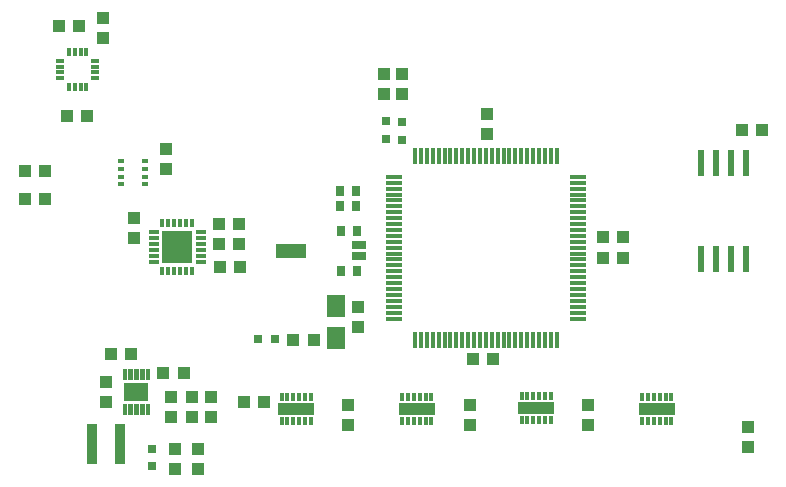
<source format=gtp>
G75*
%MOIN*%
%OFA0B0*%
%FSLAX25Y25*%
%IPPOS*%
%LPD*%
%AMOC8*
5,1,8,0,0,1.08239X$1,22.5*
%
%ADD10R,0.04331X0.03937*%
%ADD11R,0.03937X0.04331*%
%ADD12R,0.05906X0.07677*%
%ADD13R,0.08465X0.06299*%
%ADD14C,0.00011*%
%ADD15R,0.03800X0.13200*%
%ADD16R,0.03150X0.03150*%
%ADD17R,0.01200X0.02600*%
%ADD18R,0.12200X0.03900*%
%ADD19R,0.01181X0.03150*%
%ADD20R,0.03150X0.01181*%
%ADD21R,0.01378X0.03150*%
%ADD22R,0.03346X0.01378*%
%ADD23R,0.10236X0.11024*%
%ADD24R,0.05512X0.01181*%
%ADD25R,0.01181X0.05512*%
%ADD26R,0.02756X0.03543*%
%ADD27R,0.05000X0.02500*%
%ADD28R,0.10000X0.05000*%
%ADD29R,0.02400X0.08700*%
%ADD30R,0.01969X0.01378*%
D10*
X0067378Y0009279D03*
X0067378Y0015971D03*
X0075078Y0015896D03*
X0075078Y0009204D03*
X0090132Y0031850D03*
X0096825Y0031850D03*
X0070100Y0041425D03*
X0063407Y0041425D03*
X0082132Y0076650D03*
X0088825Y0076650D03*
X0088625Y0084250D03*
X0081932Y0084250D03*
X0081932Y0091050D03*
X0088625Y0091050D03*
X0037825Y0126950D03*
X0031132Y0126950D03*
X0028432Y0156950D03*
X0035125Y0156950D03*
X0136778Y0141096D03*
X0142978Y0141196D03*
X0142978Y0134504D03*
X0136778Y0134404D03*
X0209832Y0086650D03*
X0216525Y0086650D03*
X0216525Y0079750D03*
X0209832Y0079750D03*
X0173175Y0046000D03*
X0166482Y0046000D03*
D11*
X0165478Y0030796D03*
X0165478Y0024104D03*
X0205078Y0024104D03*
X0205078Y0030796D03*
X0258178Y0023496D03*
X0258178Y0016804D03*
X0128278Y0056704D03*
X0128278Y0063396D03*
X0113425Y0052250D03*
X0106732Y0052250D03*
X0079253Y0033521D03*
X0072953Y0033521D03*
X0066053Y0033521D03*
X0066053Y0026829D03*
X0072953Y0026829D03*
X0079253Y0026829D03*
X0052600Y0047675D03*
X0045907Y0047675D03*
X0044253Y0038521D03*
X0044253Y0031829D03*
X0124878Y0030796D03*
X0124878Y0024104D03*
X0053678Y0086404D03*
X0053678Y0093096D03*
X0064178Y0109504D03*
X0064178Y0116196D03*
X0023825Y0108650D03*
X0017132Y0108650D03*
X0017132Y0099450D03*
X0023825Y0099450D03*
X0043178Y0153004D03*
X0043178Y0159696D03*
X0171178Y0127596D03*
X0171178Y0120904D03*
X0256132Y0122450D03*
X0262825Y0122450D03*
D12*
X0120878Y0063863D03*
X0120878Y0053037D03*
D13*
X0054253Y0035175D03*
D14*
X0054799Y0031036D02*
X0054799Y0027798D01*
X0053707Y0027798D01*
X0053707Y0031036D01*
X0054799Y0031036D01*
X0054799Y0027808D02*
X0053707Y0027808D01*
X0053707Y0027818D02*
X0054799Y0027818D01*
X0054799Y0027828D02*
X0053707Y0027828D01*
X0053707Y0027838D02*
X0054799Y0027838D01*
X0054799Y0027848D02*
X0053707Y0027848D01*
X0053707Y0027858D02*
X0054799Y0027858D01*
X0054799Y0027868D02*
X0053707Y0027868D01*
X0053707Y0027878D02*
X0054799Y0027878D01*
X0054799Y0027888D02*
X0053707Y0027888D01*
X0053707Y0027898D02*
X0054799Y0027898D01*
X0054799Y0027908D02*
X0053707Y0027908D01*
X0053707Y0027918D02*
X0054799Y0027918D01*
X0054799Y0027928D02*
X0053707Y0027928D01*
X0053707Y0027938D02*
X0054799Y0027938D01*
X0054799Y0027948D02*
X0053707Y0027948D01*
X0053707Y0027958D02*
X0054799Y0027958D01*
X0054799Y0027968D02*
X0053707Y0027968D01*
X0053707Y0027978D02*
X0054799Y0027978D01*
X0054799Y0027988D02*
X0053707Y0027988D01*
X0053707Y0027998D02*
X0054799Y0027998D01*
X0054799Y0028008D02*
X0053707Y0028008D01*
X0053707Y0028018D02*
X0054799Y0028018D01*
X0054799Y0028028D02*
X0053707Y0028028D01*
X0053707Y0028038D02*
X0054799Y0028038D01*
X0054799Y0028048D02*
X0053707Y0028048D01*
X0053707Y0028058D02*
X0054799Y0028058D01*
X0054799Y0028068D02*
X0053707Y0028068D01*
X0053707Y0028078D02*
X0054799Y0028078D01*
X0054799Y0028088D02*
X0053707Y0028088D01*
X0053707Y0028098D02*
X0054799Y0028098D01*
X0054799Y0028108D02*
X0053707Y0028108D01*
X0053707Y0028118D02*
X0054799Y0028118D01*
X0054799Y0028128D02*
X0053707Y0028128D01*
X0053707Y0028138D02*
X0054799Y0028138D01*
X0054799Y0028148D02*
X0053707Y0028148D01*
X0053707Y0028158D02*
X0054799Y0028158D01*
X0054799Y0028168D02*
X0053707Y0028168D01*
X0053707Y0028178D02*
X0054799Y0028178D01*
X0054799Y0028188D02*
X0053707Y0028188D01*
X0053707Y0028198D02*
X0054799Y0028198D01*
X0054799Y0028208D02*
X0053707Y0028208D01*
X0053707Y0028218D02*
X0054799Y0028218D01*
X0054799Y0028228D02*
X0053707Y0028228D01*
X0053707Y0028238D02*
X0054799Y0028238D01*
X0054799Y0028248D02*
X0053707Y0028248D01*
X0053707Y0028258D02*
X0054799Y0028258D01*
X0054799Y0028268D02*
X0053707Y0028268D01*
X0053707Y0028278D02*
X0054799Y0028278D01*
X0054799Y0028288D02*
X0053707Y0028288D01*
X0053707Y0028298D02*
X0054799Y0028298D01*
X0054799Y0028308D02*
X0053707Y0028308D01*
X0053707Y0028318D02*
X0054799Y0028318D01*
X0054799Y0028328D02*
X0053707Y0028328D01*
X0053707Y0028338D02*
X0054799Y0028338D01*
X0054799Y0028348D02*
X0053707Y0028348D01*
X0053707Y0028358D02*
X0054799Y0028358D01*
X0054799Y0028368D02*
X0053707Y0028368D01*
X0053707Y0028378D02*
X0054799Y0028378D01*
X0054799Y0028388D02*
X0053707Y0028388D01*
X0053707Y0028398D02*
X0054799Y0028398D01*
X0054799Y0028408D02*
X0053707Y0028408D01*
X0053707Y0028418D02*
X0054799Y0028418D01*
X0054799Y0028428D02*
X0053707Y0028428D01*
X0053707Y0028438D02*
X0054799Y0028438D01*
X0054799Y0028448D02*
X0053707Y0028448D01*
X0053707Y0028458D02*
X0054799Y0028458D01*
X0054799Y0028468D02*
X0053707Y0028468D01*
X0053707Y0028478D02*
X0054799Y0028478D01*
X0054799Y0028488D02*
X0053707Y0028488D01*
X0053707Y0028498D02*
X0054799Y0028498D01*
X0054799Y0028508D02*
X0053707Y0028508D01*
X0053707Y0028518D02*
X0054799Y0028518D01*
X0054799Y0028528D02*
X0053707Y0028528D01*
X0053707Y0028538D02*
X0054799Y0028538D01*
X0054799Y0028548D02*
X0053707Y0028548D01*
X0053707Y0028558D02*
X0054799Y0028558D01*
X0054799Y0028568D02*
X0053707Y0028568D01*
X0053707Y0028578D02*
X0054799Y0028578D01*
X0054799Y0028588D02*
X0053707Y0028588D01*
X0053707Y0028598D02*
X0054799Y0028598D01*
X0054799Y0028608D02*
X0053707Y0028608D01*
X0053707Y0028618D02*
X0054799Y0028618D01*
X0054799Y0028628D02*
X0053707Y0028628D01*
X0053707Y0028638D02*
X0054799Y0028638D01*
X0054799Y0028648D02*
X0053707Y0028648D01*
X0053707Y0028658D02*
X0054799Y0028658D01*
X0054799Y0028668D02*
X0053707Y0028668D01*
X0053707Y0028678D02*
X0054799Y0028678D01*
X0054799Y0028688D02*
X0053707Y0028688D01*
X0053707Y0028698D02*
X0054799Y0028698D01*
X0054799Y0028708D02*
X0053707Y0028708D01*
X0053707Y0028718D02*
X0054799Y0028718D01*
X0054799Y0028728D02*
X0053707Y0028728D01*
X0053707Y0028738D02*
X0054799Y0028738D01*
X0054799Y0028748D02*
X0053707Y0028748D01*
X0053707Y0028758D02*
X0054799Y0028758D01*
X0054799Y0028768D02*
X0053707Y0028768D01*
X0053707Y0028778D02*
X0054799Y0028778D01*
X0054799Y0028788D02*
X0053707Y0028788D01*
X0053707Y0028798D02*
X0054799Y0028798D01*
X0054799Y0028808D02*
X0053707Y0028808D01*
X0053707Y0028818D02*
X0054799Y0028818D01*
X0054799Y0028828D02*
X0053707Y0028828D01*
X0053707Y0028838D02*
X0054799Y0028838D01*
X0054799Y0028848D02*
X0053707Y0028848D01*
X0053707Y0028858D02*
X0054799Y0028858D01*
X0054799Y0028868D02*
X0053707Y0028868D01*
X0053707Y0028878D02*
X0054799Y0028878D01*
X0054799Y0028888D02*
X0053707Y0028888D01*
X0053707Y0028898D02*
X0054799Y0028898D01*
X0054799Y0028908D02*
X0053707Y0028908D01*
X0053707Y0028918D02*
X0054799Y0028918D01*
X0054799Y0028928D02*
X0053707Y0028928D01*
X0053707Y0028938D02*
X0054799Y0028938D01*
X0054799Y0028948D02*
X0053707Y0028948D01*
X0053707Y0028958D02*
X0054799Y0028958D01*
X0054799Y0028968D02*
X0053707Y0028968D01*
X0053707Y0028978D02*
X0054799Y0028978D01*
X0054799Y0028988D02*
X0053707Y0028988D01*
X0053707Y0028998D02*
X0054799Y0028998D01*
X0054799Y0029008D02*
X0053707Y0029008D01*
X0053707Y0029018D02*
X0054799Y0029018D01*
X0054799Y0029028D02*
X0053707Y0029028D01*
X0053707Y0029038D02*
X0054799Y0029038D01*
X0054799Y0029048D02*
X0053707Y0029048D01*
X0053707Y0029058D02*
X0054799Y0029058D01*
X0054799Y0029068D02*
X0053707Y0029068D01*
X0053707Y0029078D02*
X0054799Y0029078D01*
X0054799Y0029088D02*
X0053707Y0029088D01*
X0053707Y0029098D02*
X0054799Y0029098D01*
X0054799Y0029108D02*
X0053707Y0029108D01*
X0053707Y0029118D02*
X0054799Y0029118D01*
X0054799Y0029128D02*
X0053707Y0029128D01*
X0053707Y0029138D02*
X0054799Y0029138D01*
X0054799Y0029148D02*
X0053707Y0029148D01*
X0053707Y0029158D02*
X0054799Y0029158D01*
X0054799Y0029168D02*
X0053707Y0029168D01*
X0053707Y0029178D02*
X0054799Y0029178D01*
X0054799Y0029188D02*
X0053707Y0029188D01*
X0053707Y0029198D02*
X0054799Y0029198D01*
X0054799Y0029208D02*
X0053707Y0029208D01*
X0053707Y0029218D02*
X0054799Y0029218D01*
X0054799Y0029228D02*
X0053707Y0029228D01*
X0053707Y0029238D02*
X0054799Y0029238D01*
X0054799Y0029248D02*
X0053707Y0029248D01*
X0053707Y0029258D02*
X0054799Y0029258D01*
X0054799Y0029268D02*
X0053707Y0029268D01*
X0053707Y0029278D02*
X0054799Y0029278D01*
X0054799Y0029288D02*
X0053707Y0029288D01*
X0053707Y0029298D02*
X0054799Y0029298D01*
X0054799Y0029308D02*
X0053707Y0029308D01*
X0053707Y0029318D02*
X0054799Y0029318D01*
X0054799Y0029328D02*
X0053707Y0029328D01*
X0053707Y0029338D02*
X0054799Y0029338D01*
X0054799Y0029348D02*
X0053707Y0029348D01*
X0053707Y0029358D02*
X0054799Y0029358D01*
X0054799Y0029368D02*
X0053707Y0029368D01*
X0053707Y0029378D02*
X0054799Y0029378D01*
X0054799Y0029388D02*
X0053707Y0029388D01*
X0053707Y0029398D02*
X0054799Y0029398D01*
X0054799Y0029408D02*
X0053707Y0029408D01*
X0053707Y0029418D02*
X0054799Y0029418D01*
X0054799Y0029428D02*
X0053707Y0029428D01*
X0053707Y0029438D02*
X0054799Y0029438D01*
X0054799Y0029448D02*
X0053707Y0029448D01*
X0053707Y0029458D02*
X0054799Y0029458D01*
X0054799Y0029468D02*
X0053707Y0029468D01*
X0053707Y0029478D02*
X0054799Y0029478D01*
X0054799Y0029488D02*
X0053707Y0029488D01*
X0053707Y0029498D02*
X0054799Y0029498D01*
X0054799Y0029508D02*
X0053707Y0029508D01*
X0053707Y0029518D02*
X0054799Y0029518D01*
X0054799Y0029528D02*
X0053707Y0029528D01*
X0053707Y0029538D02*
X0054799Y0029538D01*
X0054799Y0029548D02*
X0053707Y0029548D01*
X0053707Y0029558D02*
X0054799Y0029558D01*
X0054799Y0029568D02*
X0053707Y0029568D01*
X0053707Y0029578D02*
X0054799Y0029578D01*
X0054799Y0029588D02*
X0053707Y0029588D01*
X0053707Y0029598D02*
X0054799Y0029598D01*
X0054799Y0029608D02*
X0053707Y0029608D01*
X0053707Y0029618D02*
X0054799Y0029618D01*
X0054799Y0029628D02*
X0053707Y0029628D01*
X0053707Y0029638D02*
X0054799Y0029638D01*
X0054799Y0029648D02*
X0053707Y0029648D01*
X0053707Y0029658D02*
X0054799Y0029658D01*
X0054799Y0029668D02*
X0053707Y0029668D01*
X0053707Y0029678D02*
X0054799Y0029678D01*
X0054799Y0029688D02*
X0053707Y0029688D01*
X0053707Y0029698D02*
X0054799Y0029698D01*
X0054799Y0029708D02*
X0053707Y0029708D01*
X0053707Y0029718D02*
X0054799Y0029718D01*
X0054799Y0029728D02*
X0053707Y0029728D01*
X0053707Y0029738D02*
X0054799Y0029738D01*
X0054799Y0029748D02*
X0053707Y0029748D01*
X0053707Y0029758D02*
X0054799Y0029758D01*
X0054799Y0029768D02*
X0053707Y0029768D01*
X0053707Y0029778D02*
X0054799Y0029778D01*
X0054799Y0029788D02*
X0053707Y0029788D01*
X0053707Y0029798D02*
X0054799Y0029798D01*
X0054799Y0029808D02*
X0053707Y0029808D01*
X0053707Y0029818D02*
X0054799Y0029818D01*
X0054799Y0029828D02*
X0053707Y0029828D01*
X0053707Y0029838D02*
X0054799Y0029838D01*
X0054799Y0029848D02*
X0053707Y0029848D01*
X0053707Y0029858D02*
X0054799Y0029858D01*
X0054799Y0029868D02*
X0053707Y0029868D01*
X0053707Y0029878D02*
X0054799Y0029878D01*
X0054799Y0029888D02*
X0053707Y0029888D01*
X0053707Y0029898D02*
X0054799Y0029898D01*
X0054799Y0029908D02*
X0053707Y0029908D01*
X0053707Y0029918D02*
X0054799Y0029918D01*
X0054799Y0029928D02*
X0053707Y0029928D01*
X0053707Y0029938D02*
X0054799Y0029938D01*
X0054799Y0029948D02*
X0053707Y0029948D01*
X0053707Y0029958D02*
X0054799Y0029958D01*
X0054799Y0029968D02*
X0053707Y0029968D01*
X0053707Y0029978D02*
X0054799Y0029978D01*
X0054799Y0029988D02*
X0053707Y0029988D01*
X0053707Y0029998D02*
X0054799Y0029998D01*
X0054799Y0030008D02*
X0053707Y0030008D01*
X0053707Y0030018D02*
X0054799Y0030018D01*
X0054799Y0030028D02*
X0053707Y0030028D01*
X0053707Y0030038D02*
X0054799Y0030038D01*
X0054799Y0030048D02*
X0053707Y0030048D01*
X0053707Y0030058D02*
X0054799Y0030058D01*
X0054799Y0030068D02*
X0053707Y0030068D01*
X0053707Y0030078D02*
X0054799Y0030078D01*
X0054799Y0030088D02*
X0053707Y0030088D01*
X0053707Y0030098D02*
X0054799Y0030098D01*
X0054799Y0030108D02*
X0053707Y0030108D01*
X0053707Y0030118D02*
X0054799Y0030118D01*
X0054799Y0030128D02*
X0053707Y0030128D01*
X0053707Y0030138D02*
X0054799Y0030138D01*
X0054799Y0030148D02*
X0053707Y0030148D01*
X0053707Y0030158D02*
X0054799Y0030158D01*
X0054799Y0030168D02*
X0053707Y0030168D01*
X0053707Y0030178D02*
X0054799Y0030178D01*
X0054799Y0030188D02*
X0053707Y0030188D01*
X0053707Y0030198D02*
X0054799Y0030198D01*
X0054799Y0030208D02*
X0053707Y0030208D01*
X0053707Y0030218D02*
X0054799Y0030218D01*
X0054799Y0030228D02*
X0053707Y0030228D01*
X0053707Y0030238D02*
X0054799Y0030238D01*
X0054799Y0030248D02*
X0053707Y0030248D01*
X0053707Y0030258D02*
X0054799Y0030258D01*
X0054799Y0030268D02*
X0053707Y0030268D01*
X0053707Y0030278D02*
X0054799Y0030278D01*
X0054799Y0030288D02*
X0053707Y0030288D01*
X0053707Y0030298D02*
X0054799Y0030298D01*
X0054799Y0030308D02*
X0053707Y0030308D01*
X0053707Y0030318D02*
X0054799Y0030318D01*
X0054799Y0030328D02*
X0053707Y0030328D01*
X0053707Y0030338D02*
X0054799Y0030338D01*
X0054799Y0030348D02*
X0053707Y0030348D01*
X0053707Y0030358D02*
X0054799Y0030358D01*
X0054799Y0030368D02*
X0053707Y0030368D01*
X0053707Y0030378D02*
X0054799Y0030378D01*
X0054799Y0030388D02*
X0053707Y0030388D01*
X0053707Y0030398D02*
X0054799Y0030398D01*
X0054799Y0030408D02*
X0053707Y0030408D01*
X0053707Y0030418D02*
X0054799Y0030418D01*
X0054799Y0030428D02*
X0053707Y0030428D01*
X0053707Y0030438D02*
X0054799Y0030438D01*
X0054799Y0030448D02*
X0053707Y0030448D01*
X0053707Y0030458D02*
X0054799Y0030458D01*
X0054799Y0030468D02*
X0053707Y0030468D01*
X0053707Y0030478D02*
X0054799Y0030478D01*
X0054799Y0030488D02*
X0053707Y0030488D01*
X0053707Y0030498D02*
X0054799Y0030498D01*
X0054799Y0030508D02*
X0053707Y0030508D01*
X0053707Y0030518D02*
X0054799Y0030518D01*
X0054799Y0030528D02*
X0053707Y0030528D01*
X0053707Y0030538D02*
X0054799Y0030538D01*
X0054799Y0030548D02*
X0053707Y0030548D01*
X0053707Y0030558D02*
X0054799Y0030558D01*
X0054799Y0030568D02*
X0053707Y0030568D01*
X0053707Y0030578D02*
X0054799Y0030578D01*
X0054799Y0030588D02*
X0053707Y0030588D01*
X0053707Y0030598D02*
X0054799Y0030598D01*
X0054799Y0030608D02*
X0053707Y0030608D01*
X0053707Y0030618D02*
X0054799Y0030618D01*
X0054799Y0030628D02*
X0053707Y0030628D01*
X0053707Y0030638D02*
X0054799Y0030638D01*
X0054799Y0030648D02*
X0053707Y0030648D01*
X0053707Y0030658D02*
X0054799Y0030658D01*
X0054799Y0030668D02*
X0053707Y0030668D01*
X0053707Y0030678D02*
X0054799Y0030678D01*
X0054799Y0030688D02*
X0053707Y0030688D01*
X0053707Y0030698D02*
X0054799Y0030698D01*
X0054799Y0030708D02*
X0053707Y0030708D01*
X0053707Y0030718D02*
X0054799Y0030718D01*
X0054799Y0030728D02*
X0053707Y0030728D01*
X0053707Y0030738D02*
X0054799Y0030738D01*
X0054799Y0030748D02*
X0053707Y0030748D01*
X0053707Y0030758D02*
X0054799Y0030758D01*
X0054799Y0030768D02*
X0053707Y0030768D01*
X0053707Y0030778D02*
X0054799Y0030778D01*
X0054799Y0030788D02*
X0053707Y0030788D01*
X0053707Y0030798D02*
X0054799Y0030798D01*
X0054799Y0030808D02*
X0053707Y0030808D01*
X0053707Y0030818D02*
X0054799Y0030818D01*
X0054799Y0030828D02*
X0053707Y0030828D01*
X0053707Y0030838D02*
X0054799Y0030838D01*
X0054799Y0030848D02*
X0053707Y0030848D01*
X0053707Y0030858D02*
X0054799Y0030858D01*
X0054799Y0030868D02*
X0053707Y0030868D01*
X0053707Y0030878D02*
X0054799Y0030878D01*
X0054799Y0030888D02*
X0053707Y0030888D01*
X0053707Y0030898D02*
X0054799Y0030898D01*
X0054799Y0030908D02*
X0053707Y0030908D01*
X0053707Y0030918D02*
X0054799Y0030918D01*
X0054799Y0030928D02*
X0053707Y0030928D01*
X0053707Y0030938D02*
X0054799Y0030938D01*
X0054799Y0030948D02*
X0053707Y0030948D01*
X0053707Y0030958D02*
X0054799Y0030958D01*
X0054799Y0030968D02*
X0053707Y0030968D01*
X0053707Y0030978D02*
X0054799Y0030978D01*
X0054799Y0030988D02*
X0053707Y0030988D01*
X0053707Y0030998D02*
X0054799Y0030998D01*
X0054799Y0031008D02*
X0053707Y0031008D01*
X0053707Y0031018D02*
X0054799Y0031018D01*
X0054799Y0031028D02*
X0053707Y0031028D01*
X0052831Y0031036D02*
X0052831Y0027798D01*
X0051739Y0027798D01*
X0051739Y0031036D01*
X0052831Y0031036D01*
X0052831Y0027808D02*
X0051739Y0027808D01*
X0051739Y0027818D02*
X0052831Y0027818D01*
X0052831Y0027828D02*
X0051739Y0027828D01*
X0051739Y0027838D02*
X0052831Y0027838D01*
X0052831Y0027848D02*
X0051739Y0027848D01*
X0051739Y0027858D02*
X0052831Y0027858D01*
X0052831Y0027868D02*
X0051739Y0027868D01*
X0051739Y0027878D02*
X0052831Y0027878D01*
X0052831Y0027888D02*
X0051739Y0027888D01*
X0051739Y0027898D02*
X0052831Y0027898D01*
X0052831Y0027908D02*
X0051739Y0027908D01*
X0051739Y0027918D02*
X0052831Y0027918D01*
X0052831Y0027928D02*
X0051739Y0027928D01*
X0051739Y0027938D02*
X0052831Y0027938D01*
X0052831Y0027948D02*
X0051739Y0027948D01*
X0051739Y0027958D02*
X0052831Y0027958D01*
X0052831Y0027968D02*
X0051739Y0027968D01*
X0051739Y0027978D02*
X0052831Y0027978D01*
X0052831Y0027988D02*
X0051739Y0027988D01*
X0051739Y0027998D02*
X0052831Y0027998D01*
X0052831Y0028008D02*
X0051739Y0028008D01*
X0051739Y0028018D02*
X0052831Y0028018D01*
X0052831Y0028028D02*
X0051739Y0028028D01*
X0051739Y0028038D02*
X0052831Y0028038D01*
X0052831Y0028048D02*
X0051739Y0028048D01*
X0051739Y0028058D02*
X0052831Y0028058D01*
X0052831Y0028068D02*
X0051739Y0028068D01*
X0051739Y0028078D02*
X0052831Y0028078D01*
X0052831Y0028088D02*
X0051739Y0028088D01*
X0051739Y0028098D02*
X0052831Y0028098D01*
X0052831Y0028108D02*
X0051739Y0028108D01*
X0051739Y0028118D02*
X0052831Y0028118D01*
X0052831Y0028128D02*
X0051739Y0028128D01*
X0051739Y0028138D02*
X0052831Y0028138D01*
X0052831Y0028148D02*
X0051739Y0028148D01*
X0051739Y0028158D02*
X0052831Y0028158D01*
X0052831Y0028168D02*
X0051739Y0028168D01*
X0051739Y0028178D02*
X0052831Y0028178D01*
X0052831Y0028188D02*
X0051739Y0028188D01*
X0051739Y0028198D02*
X0052831Y0028198D01*
X0052831Y0028208D02*
X0051739Y0028208D01*
X0051739Y0028218D02*
X0052831Y0028218D01*
X0052831Y0028228D02*
X0051739Y0028228D01*
X0051739Y0028238D02*
X0052831Y0028238D01*
X0052831Y0028248D02*
X0051739Y0028248D01*
X0051739Y0028258D02*
X0052831Y0028258D01*
X0052831Y0028268D02*
X0051739Y0028268D01*
X0051739Y0028278D02*
X0052831Y0028278D01*
X0052831Y0028288D02*
X0051739Y0028288D01*
X0051739Y0028298D02*
X0052831Y0028298D01*
X0052831Y0028308D02*
X0051739Y0028308D01*
X0051739Y0028318D02*
X0052831Y0028318D01*
X0052831Y0028328D02*
X0051739Y0028328D01*
X0051739Y0028338D02*
X0052831Y0028338D01*
X0052831Y0028348D02*
X0051739Y0028348D01*
X0051739Y0028358D02*
X0052831Y0028358D01*
X0052831Y0028368D02*
X0051739Y0028368D01*
X0051739Y0028378D02*
X0052831Y0028378D01*
X0052831Y0028388D02*
X0051739Y0028388D01*
X0051739Y0028398D02*
X0052831Y0028398D01*
X0052831Y0028408D02*
X0051739Y0028408D01*
X0051739Y0028418D02*
X0052831Y0028418D01*
X0052831Y0028428D02*
X0051739Y0028428D01*
X0051739Y0028438D02*
X0052831Y0028438D01*
X0052831Y0028448D02*
X0051739Y0028448D01*
X0051739Y0028458D02*
X0052831Y0028458D01*
X0052831Y0028468D02*
X0051739Y0028468D01*
X0051739Y0028478D02*
X0052831Y0028478D01*
X0052831Y0028488D02*
X0051739Y0028488D01*
X0051739Y0028498D02*
X0052831Y0028498D01*
X0052831Y0028508D02*
X0051739Y0028508D01*
X0051739Y0028518D02*
X0052831Y0028518D01*
X0052831Y0028528D02*
X0051739Y0028528D01*
X0051739Y0028538D02*
X0052831Y0028538D01*
X0052831Y0028548D02*
X0051739Y0028548D01*
X0051739Y0028558D02*
X0052831Y0028558D01*
X0052831Y0028568D02*
X0051739Y0028568D01*
X0051739Y0028578D02*
X0052831Y0028578D01*
X0052831Y0028588D02*
X0051739Y0028588D01*
X0051739Y0028598D02*
X0052831Y0028598D01*
X0052831Y0028608D02*
X0051739Y0028608D01*
X0051739Y0028618D02*
X0052831Y0028618D01*
X0052831Y0028628D02*
X0051739Y0028628D01*
X0051739Y0028638D02*
X0052831Y0028638D01*
X0052831Y0028648D02*
X0051739Y0028648D01*
X0051739Y0028658D02*
X0052831Y0028658D01*
X0052831Y0028668D02*
X0051739Y0028668D01*
X0051739Y0028678D02*
X0052831Y0028678D01*
X0052831Y0028688D02*
X0051739Y0028688D01*
X0051739Y0028698D02*
X0052831Y0028698D01*
X0052831Y0028708D02*
X0051739Y0028708D01*
X0051739Y0028718D02*
X0052831Y0028718D01*
X0052831Y0028728D02*
X0051739Y0028728D01*
X0051739Y0028738D02*
X0052831Y0028738D01*
X0052831Y0028748D02*
X0051739Y0028748D01*
X0051739Y0028758D02*
X0052831Y0028758D01*
X0052831Y0028768D02*
X0051739Y0028768D01*
X0051739Y0028778D02*
X0052831Y0028778D01*
X0052831Y0028788D02*
X0051739Y0028788D01*
X0051739Y0028798D02*
X0052831Y0028798D01*
X0052831Y0028808D02*
X0051739Y0028808D01*
X0051739Y0028818D02*
X0052831Y0028818D01*
X0052831Y0028828D02*
X0051739Y0028828D01*
X0051739Y0028838D02*
X0052831Y0028838D01*
X0052831Y0028848D02*
X0051739Y0028848D01*
X0051739Y0028858D02*
X0052831Y0028858D01*
X0052831Y0028868D02*
X0051739Y0028868D01*
X0051739Y0028878D02*
X0052831Y0028878D01*
X0052831Y0028888D02*
X0051739Y0028888D01*
X0051739Y0028898D02*
X0052831Y0028898D01*
X0052831Y0028908D02*
X0051739Y0028908D01*
X0051739Y0028918D02*
X0052831Y0028918D01*
X0052831Y0028928D02*
X0051739Y0028928D01*
X0051739Y0028938D02*
X0052831Y0028938D01*
X0052831Y0028948D02*
X0051739Y0028948D01*
X0051739Y0028958D02*
X0052831Y0028958D01*
X0052831Y0028968D02*
X0051739Y0028968D01*
X0051739Y0028978D02*
X0052831Y0028978D01*
X0052831Y0028988D02*
X0051739Y0028988D01*
X0051739Y0028998D02*
X0052831Y0028998D01*
X0052831Y0029008D02*
X0051739Y0029008D01*
X0051739Y0029018D02*
X0052831Y0029018D01*
X0052831Y0029028D02*
X0051739Y0029028D01*
X0051739Y0029038D02*
X0052831Y0029038D01*
X0052831Y0029048D02*
X0051739Y0029048D01*
X0051739Y0029058D02*
X0052831Y0029058D01*
X0052831Y0029068D02*
X0051739Y0029068D01*
X0051739Y0029078D02*
X0052831Y0029078D01*
X0052831Y0029088D02*
X0051739Y0029088D01*
X0051739Y0029098D02*
X0052831Y0029098D01*
X0052831Y0029108D02*
X0051739Y0029108D01*
X0051739Y0029118D02*
X0052831Y0029118D01*
X0052831Y0029128D02*
X0051739Y0029128D01*
X0051739Y0029138D02*
X0052831Y0029138D01*
X0052831Y0029148D02*
X0051739Y0029148D01*
X0051739Y0029158D02*
X0052831Y0029158D01*
X0052831Y0029168D02*
X0051739Y0029168D01*
X0051739Y0029178D02*
X0052831Y0029178D01*
X0052831Y0029188D02*
X0051739Y0029188D01*
X0051739Y0029198D02*
X0052831Y0029198D01*
X0052831Y0029208D02*
X0051739Y0029208D01*
X0051739Y0029218D02*
X0052831Y0029218D01*
X0052831Y0029228D02*
X0051739Y0029228D01*
X0051739Y0029238D02*
X0052831Y0029238D01*
X0052831Y0029248D02*
X0051739Y0029248D01*
X0051739Y0029258D02*
X0052831Y0029258D01*
X0052831Y0029268D02*
X0051739Y0029268D01*
X0051739Y0029278D02*
X0052831Y0029278D01*
X0052831Y0029288D02*
X0051739Y0029288D01*
X0051739Y0029298D02*
X0052831Y0029298D01*
X0052831Y0029308D02*
X0051739Y0029308D01*
X0051739Y0029318D02*
X0052831Y0029318D01*
X0052831Y0029328D02*
X0051739Y0029328D01*
X0051739Y0029338D02*
X0052831Y0029338D01*
X0052831Y0029348D02*
X0051739Y0029348D01*
X0051739Y0029358D02*
X0052831Y0029358D01*
X0052831Y0029368D02*
X0051739Y0029368D01*
X0051739Y0029378D02*
X0052831Y0029378D01*
X0052831Y0029388D02*
X0051739Y0029388D01*
X0051739Y0029398D02*
X0052831Y0029398D01*
X0052831Y0029408D02*
X0051739Y0029408D01*
X0051739Y0029418D02*
X0052831Y0029418D01*
X0052831Y0029428D02*
X0051739Y0029428D01*
X0051739Y0029438D02*
X0052831Y0029438D01*
X0052831Y0029448D02*
X0051739Y0029448D01*
X0051739Y0029458D02*
X0052831Y0029458D01*
X0052831Y0029468D02*
X0051739Y0029468D01*
X0051739Y0029478D02*
X0052831Y0029478D01*
X0052831Y0029488D02*
X0051739Y0029488D01*
X0051739Y0029498D02*
X0052831Y0029498D01*
X0052831Y0029508D02*
X0051739Y0029508D01*
X0051739Y0029518D02*
X0052831Y0029518D01*
X0052831Y0029528D02*
X0051739Y0029528D01*
X0051739Y0029538D02*
X0052831Y0029538D01*
X0052831Y0029548D02*
X0051739Y0029548D01*
X0051739Y0029558D02*
X0052831Y0029558D01*
X0052831Y0029568D02*
X0051739Y0029568D01*
X0051739Y0029578D02*
X0052831Y0029578D01*
X0052831Y0029588D02*
X0051739Y0029588D01*
X0051739Y0029598D02*
X0052831Y0029598D01*
X0052831Y0029608D02*
X0051739Y0029608D01*
X0051739Y0029618D02*
X0052831Y0029618D01*
X0052831Y0029628D02*
X0051739Y0029628D01*
X0051739Y0029638D02*
X0052831Y0029638D01*
X0052831Y0029648D02*
X0051739Y0029648D01*
X0051739Y0029658D02*
X0052831Y0029658D01*
X0052831Y0029668D02*
X0051739Y0029668D01*
X0051739Y0029678D02*
X0052831Y0029678D01*
X0052831Y0029688D02*
X0051739Y0029688D01*
X0051739Y0029698D02*
X0052831Y0029698D01*
X0052831Y0029708D02*
X0051739Y0029708D01*
X0051739Y0029718D02*
X0052831Y0029718D01*
X0052831Y0029728D02*
X0051739Y0029728D01*
X0051739Y0029738D02*
X0052831Y0029738D01*
X0052831Y0029748D02*
X0051739Y0029748D01*
X0051739Y0029758D02*
X0052831Y0029758D01*
X0052831Y0029768D02*
X0051739Y0029768D01*
X0051739Y0029778D02*
X0052831Y0029778D01*
X0052831Y0029788D02*
X0051739Y0029788D01*
X0051739Y0029798D02*
X0052831Y0029798D01*
X0052831Y0029808D02*
X0051739Y0029808D01*
X0051739Y0029818D02*
X0052831Y0029818D01*
X0052831Y0029828D02*
X0051739Y0029828D01*
X0051739Y0029838D02*
X0052831Y0029838D01*
X0052831Y0029848D02*
X0051739Y0029848D01*
X0051739Y0029858D02*
X0052831Y0029858D01*
X0052831Y0029868D02*
X0051739Y0029868D01*
X0051739Y0029878D02*
X0052831Y0029878D01*
X0052831Y0029888D02*
X0051739Y0029888D01*
X0051739Y0029898D02*
X0052831Y0029898D01*
X0052831Y0029908D02*
X0051739Y0029908D01*
X0051739Y0029918D02*
X0052831Y0029918D01*
X0052831Y0029928D02*
X0051739Y0029928D01*
X0051739Y0029938D02*
X0052831Y0029938D01*
X0052831Y0029948D02*
X0051739Y0029948D01*
X0051739Y0029958D02*
X0052831Y0029958D01*
X0052831Y0029968D02*
X0051739Y0029968D01*
X0051739Y0029978D02*
X0052831Y0029978D01*
X0052831Y0029988D02*
X0051739Y0029988D01*
X0051739Y0029998D02*
X0052831Y0029998D01*
X0052831Y0030008D02*
X0051739Y0030008D01*
X0051739Y0030018D02*
X0052831Y0030018D01*
X0052831Y0030028D02*
X0051739Y0030028D01*
X0051739Y0030038D02*
X0052831Y0030038D01*
X0052831Y0030048D02*
X0051739Y0030048D01*
X0051739Y0030058D02*
X0052831Y0030058D01*
X0052831Y0030068D02*
X0051739Y0030068D01*
X0051739Y0030078D02*
X0052831Y0030078D01*
X0052831Y0030088D02*
X0051739Y0030088D01*
X0051739Y0030098D02*
X0052831Y0030098D01*
X0052831Y0030108D02*
X0051739Y0030108D01*
X0051739Y0030118D02*
X0052831Y0030118D01*
X0052831Y0030128D02*
X0051739Y0030128D01*
X0051739Y0030138D02*
X0052831Y0030138D01*
X0052831Y0030148D02*
X0051739Y0030148D01*
X0051739Y0030158D02*
X0052831Y0030158D01*
X0052831Y0030168D02*
X0051739Y0030168D01*
X0051739Y0030178D02*
X0052831Y0030178D01*
X0052831Y0030188D02*
X0051739Y0030188D01*
X0051739Y0030198D02*
X0052831Y0030198D01*
X0052831Y0030208D02*
X0051739Y0030208D01*
X0051739Y0030218D02*
X0052831Y0030218D01*
X0052831Y0030228D02*
X0051739Y0030228D01*
X0051739Y0030238D02*
X0052831Y0030238D01*
X0052831Y0030248D02*
X0051739Y0030248D01*
X0051739Y0030258D02*
X0052831Y0030258D01*
X0052831Y0030268D02*
X0051739Y0030268D01*
X0051739Y0030278D02*
X0052831Y0030278D01*
X0052831Y0030288D02*
X0051739Y0030288D01*
X0051739Y0030298D02*
X0052831Y0030298D01*
X0052831Y0030308D02*
X0051739Y0030308D01*
X0051739Y0030318D02*
X0052831Y0030318D01*
X0052831Y0030328D02*
X0051739Y0030328D01*
X0051739Y0030338D02*
X0052831Y0030338D01*
X0052831Y0030348D02*
X0051739Y0030348D01*
X0051739Y0030358D02*
X0052831Y0030358D01*
X0052831Y0030368D02*
X0051739Y0030368D01*
X0051739Y0030378D02*
X0052831Y0030378D01*
X0052831Y0030388D02*
X0051739Y0030388D01*
X0051739Y0030398D02*
X0052831Y0030398D01*
X0052831Y0030408D02*
X0051739Y0030408D01*
X0051739Y0030418D02*
X0052831Y0030418D01*
X0052831Y0030428D02*
X0051739Y0030428D01*
X0051739Y0030438D02*
X0052831Y0030438D01*
X0052831Y0030448D02*
X0051739Y0030448D01*
X0051739Y0030458D02*
X0052831Y0030458D01*
X0052831Y0030468D02*
X0051739Y0030468D01*
X0051739Y0030478D02*
X0052831Y0030478D01*
X0052831Y0030488D02*
X0051739Y0030488D01*
X0051739Y0030498D02*
X0052831Y0030498D01*
X0052831Y0030508D02*
X0051739Y0030508D01*
X0051739Y0030518D02*
X0052831Y0030518D01*
X0052831Y0030528D02*
X0051739Y0030528D01*
X0051739Y0030538D02*
X0052831Y0030538D01*
X0052831Y0030548D02*
X0051739Y0030548D01*
X0051739Y0030558D02*
X0052831Y0030558D01*
X0052831Y0030568D02*
X0051739Y0030568D01*
X0051739Y0030578D02*
X0052831Y0030578D01*
X0052831Y0030588D02*
X0051739Y0030588D01*
X0051739Y0030598D02*
X0052831Y0030598D01*
X0052831Y0030608D02*
X0051739Y0030608D01*
X0051739Y0030618D02*
X0052831Y0030618D01*
X0052831Y0030628D02*
X0051739Y0030628D01*
X0051739Y0030638D02*
X0052831Y0030638D01*
X0052831Y0030648D02*
X0051739Y0030648D01*
X0051739Y0030658D02*
X0052831Y0030658D01*
X0052831Y0030668D02*
X0051739Y0030668D01*
X0051739Y0030678D02*
X0052831Y0030678D01*
X0052831Y0030688D02*
X0051739Y0030688D01*
X0051739Y0030698D02*
X0052831Y0030698D01*
X0052831Y0030708D02*
X0051739Y0030708D01*
X0051739Y0030718D02*
X0052831Y0030718D01*
X0052831Y0030728D02*
X0051739Y0030728D01*
X0051739Y0030738D02*
X0052831Y0030738D01*
X0052831Y0030748D02*
X0051739Y0030748D01*
X0051739Y0030758D02*
X0052831Y0030758D01*
X0052831Y0030768D02*
X0051739Y0030768D01*
X0051739Y0030778D02*
X0052831Y0030778D01*
X0052831Y0030788D02*
X0051739Y0030788D01*
X0051739Y0030798D02*
X0052831Y0030798D01*
X0052831Y0030808D02*
X0051739Y0030808D01*
X0051739Y0030818D02*
X0052831Y0030818D01*
X0052831Y0030828D02*
X0051739Y0030828D01*
X0051739Y0030838D02*
X0052831Y0030838D01*
X0052831Y0030848D02*
X0051739Y0030848D01*
X0051739Y0030858D02*
X0052831Y0030858D01*
X0052831Y0030868D02*
X0051739Y0030868D01*
X0051739Y0030878D02*
X0052831Y0030878D01*
X0052831Y0030888D02*
X0051739Y0030888D01*
X0051739Y0030898D02*
X0052831Y0030898D01*
X0052831Y0030908D02*
X0051739Y0030908D01*
X0051739Y0030918D02*
X0052831Y0030918D01*
X0052831Y0030928D02*
X0051739Y0030928D01*
X0051739Y0030938D02*
X0052831Y0030938D01*
X0052831Y0030948D02*
X0051739Y0030948D01*
X0051739Y0030958D02*
X0052831Y0030958D01*
X0052831Y0030968D02*
X0051739Y0030968D01*
X0051739Y0030978D02*
X0052831Y0030978D01*
X0052831Y0030988D02*
X0051739Y0030988D01*
X0051739Y0030998D02*
X0052831Y0030998D01*
X0052831Y0031008D02*
X0051739Y0031008D01*
X0051739Y0031018D02*
X0052831Y0031018D01*
X0052831Y0031028D02*
X0051739Y0031028D01*
X0050862Y0031036D02*
X0050862Y0027798D01*
X0049770Y0027798D01*
X0049770Y0031036D01*
X0050862Y0031036D01*
X0050862Y0027808D02*
X0049770Y0027808D01*
X0049770Y0027818D02*
X0050862Y0027818D01*
X0050862Y0027828D02*
X0049770Y0027828D01*
X0049770Y0027838D02*
X0050862Y0027838D01*
X0050862Y0027848D02*
X0049770Y0027848D01*
X0049770Y0027858D02*
X0050862Y0027858D01*
X0050862Y0027868D02*
X0049770Y0027868D01*
X0049770Y0027878D02*
X0050862Y0027878D01*
X0050862Y0027888D02*
X0049770Y0027888D01*
X0049770Y0027898D02*
X0050862Y0027898D01*
X0050862Y0027908D02*
X0049770Y0027908D01*
X0049770Y0027918D02*
X0050862Y0027918D01*
X0050862Y0027928D02*
X0049770Y0027928D01*
X0049770Y0027938D02*
X0050862Y0027938D01*
X0050862Y0027948D02*
X0049770Y0027948D01*
X0049770Y0027958D02*
X0050862Y0027958D01*
X0050862Y0027968D02*
X0049770Y0027968D01*
X0049770Y0027978D02*
X0050862Y0027978D01*
X0050862Y0027988D02*
X0049770Y0027988D01*
X0049770Y0027998D02*
X0050862Y0027998D01*
X0050862Y0028008D02*
X0049770Y0028008D01*
X0049770Y0028018D02*
X0050862Y0028018D01*
X0050862Y0028028D02*
X0049770Y0028028D01*
X0049770Y0028038D02*
X0050862Y0028038D01*
X0050862Y0028048D02*
X0049770Y0028048D01*
X0049770Y0028058D02*
X0050862Y0028058D01*
X0050862Y0028068D02*
X0049770Y0028068D01*
X0049770Y0028078D02*
X0050862Y0028078D01*
X0050862Y0028088D02*
X0049770Y0028088D01*
X0049770Y0028098D02*
X0050862Y0028098D01*
X0050862Y0028108D02*
X0049770Y0028108D01*
X0049770Y0028118D02*
X0050862Y0028118D01*
X0050862Y0028128D02*
X0049770Y0028128D01*
X0049770Y0028138D02*
X0050862Y0028138D01*
X0050862Y0028148D02*
X0049770Y0028148D01*
X0049770Y0028158D02*
X0050862Y0028158D01*
X0050862Y0028168D02*
X0049770Y0028168D01*
X0049770Y0028178D02*
X0050862Y0028178D01*
X0050862Y0028188D02*
X0049770Y0028188D01*
X0049770Y0028198D02*
X0050862Y0028198D01*
X0050862Y0028208D02*
X0049770Y0028208D01*
X0049770Y0028218D02*
X0050862Y0028218D01*
X0050862Y0028228D02*
X0049770Y0028228D01*
X0049770Y0028238D02*
X0050862Y0028238D01*
X0050862Y0028248D02*
X0049770Y0028248D01*
X0049770Y0028258D02*
X0050862Y0028258D01*
X0050862Y0028268D02*
X0049770Y0028268D01*
X0049770Y0028278D02*
X0050862Y0028278D01*
X0050862Y0028288D02*
X0049770Y0028288D01*
X0049770Y0028298D02*
X0050862Y0028298D01*
X0050862Y0028308D02*
X0049770Y0028308D01*
X0049770Y0028318D02*
X0050862Y0028318D01*
X0050862Y0028328D02*
X0049770Y0028328D01*
X0049770Y0028338D02*
X0050862Y0028338D01*
X0050862Y0028348D02*
X0049770Y0028348D01*
X0049770Y0028358D02*
X0050862Y0028358D01*
X0050862Y0028368D02*
X0049770Y0028368D01*
X0049770Y0028378D02*
X0050862Y0028378D01*
X0050862Y0028388D02*
X0049770Y0028388D01*
X0049770Y0028398D02*
X0050862Y0028398D01*
X0050862Y0028408D02*
X0049770Y0028408D01*
X0049770Y0028418D02*
X0050862Y0028418D01*
X0050862Y0028428D02*
X0049770Y0028428D01*
X0049770Y0028438D02*
X0050862Y0028438D01*
X0050862Y0028448D02*
X0049770Y0028448D01*
X0049770Y0028458D02*
X0050862Y0028458D01*
X0050862Y0028468D02*
X0049770Y0028468D01*
X0049770Y0028478D02*
X0050862Y0028478D01*
X0050862Y0028488D02*
X0049770Y0028488D01*
X0049770Y0028498D02*
X0050862Y0028498D01*
X0050862Y0028508D02*
X0049770Y0028508D01*
X0049770Y0028518D02*
X0050862Y0028518D01*
X0050862Y0028528D02*
X0049770Y0028528D01*
X0049770Y0028538D02*
X0050862Y0028538D01*
X0050862Y0028548D02*
X0049770Y0028548D01*
X0049770Y0028558D02*
X0050862Y0028558D01*
X0050862Y0028568D02*
X0049770Y0028568D01*
X0049770Y0028578D02*
X0050862Y0028578D01*
X0050862Y0028588D02*
X0049770Y0028588D01*
X0049770Y0028598D02*
X0050862Y0028598D01*
X0050862Y0028608D02*
X0049770Y0028608D01*
X0049770Y0028618D02*
X0050862Y0028618D01*
X0050862Y0028628D02*
X0049770Y0028628D01*
X0049770Y0028638D02*
X0050862Y0028638D01*
X0050862Y0028648D02*
X0049770Y0028648D01*
X0049770Y0028658D02*
X0050862Y0028658D01*
X0050862Y0028668D02*
X0049770Y0028668D01*
X0049770Y0028678D02*
X0050862Y0028678D01*
X0050862Y0028688D02*
X0049770Y0028688D01*
X0049770Y0028698D02*
X0050862Y0028698D01*
X0050862Y0028708D02*
X0049770Y0028708D01*
X0049770Y0028718D02*
X0050862Y0028718D01*
X0050862Y0028728D02*
X0049770Y0028728D01*
X0049770Y0028738D02*
X0050862Y0028738D01*
X0050862Y0028748D02*
X0049770Y0028748D01*
X0049770Y0028758D02*
X0050862Y0028758D01*
X0050862Y0028768D02*
X0049770Y0028768D01*
X0049770Y0028778D02*
X0050862Y0028778D01*
X0050862Y0028788D02*
X0049770Y0028788D01*
X0049770Y0028798D02*
X0050862Y0028798D01*
X0050862Y0028808D02*
X0049770Y0028808D01*
X0049770Y0028818D02*
X0050862Y0028818D01*
X0050862Y0028828D02*
X0049770Y0028828D01*
X0049770Y0028838D02*
X0050862Y0028838D01*
X0050862Y0028848D02*
X0049770Y0028848D01*
X0049770Y0028858D02*
X0050862Y0028858D01*
X0050862Y0028868D02*
X0049770Y0028868D01*
X0049770Y0028878D02*
X0050862Y0028878D01*
X0050862Y0028888D02*
X0049770Y0028888D01*
X0049770Y0028898D02*
X0050862Y0028898D01*
X0050862Y0028908D02*
X0049770Y0028908D01*
X0049770Y0028918D02*
X0050862Y0028918D01*
X0050862Y0028928D02*
X0049770Y0028928D01*
X0049770Y0028938D02*
X0050862Y0028938D01*
X0050862Y0028948D02*
X0049770Y0028948D01*
X0049770Y0028958D02*
X0050862Y0028958D01*
X0050862Y0028968D02*
X0049770Y0028968D01*
X0049770Y0028978D02*
X0050862Y0028978D01*
X0050862Y0028988D02*
X0049770Y0028988D01*
X0049770Y0028998D02*
X0050862Y0028998D01*
X0050862Y0029008D02*
X0049770Y0029008D01*
X0049770Y0029018D02*
X0050862Y0029018D01*
X0050862Y0029028D02*
X0049770Y0029028D01*
X0049770Y0029038D02*
X0050862Y0029038D01*
X0050862Y0029048D02*
X0049770Y0029048D01*
X0049770Y0029058D02*
X0050862Y0029058D01*
X0050862Y0029068D02*
X0049770Y0029068D01*
X0049770Y0029078D02*
X0050862Y0029078D01*
X0050862Y0029088D02*
X0049770Y0029088D01*
X0049770Y0029098D02*
X0050862Y0029098D01*
X0050862Y0029108D02*
X0049770Y0029108D01*
X0049770Y0029118D02*
X0050862Y0029118D01*
X0050862Y0029128D02*
X0049770Y0029128D01*
X0049770Y0029138D02*
X0050862Y0029138D01*
X0050862Y0029148D02*
X0049770Y0029148D01*
X0049770Y0029158D02*
X0050862Y0029158D01*
X0050862Y0029168D02*
X0049770Y0029168D01*
X0049770Y0029178D02*
X0050862Y0029178D01*
X0050862Y0029188D02*
X0049770Y0029188D01*
X0049770Y0029198D02*
X0050862Y0029198D01*
X0050862Y0029208D02*
X0049770Y0029208D01*
X0049770Y0029218D02*
X0050862Y0029218D01*
X0050862Y0029228D02*
X0049770Y0029228D01*
X0049770Y0029238D02*
X0050862Y0029238D01*
X0050862Y0029248D02*
X0049770Y0029248D01*
X0049770Y0029258D02*
X0050862Y0029258D01*
X0050862Y0029268D02*
X0049770Y0029268D01*
X0049770Y0029278D02*
X0050862Y0029278D01*
X0050862Y0029288D02*
X0049770Y0029288D01*
X0049770Y0029298D02*
X0050862Y0029298D01*
X0050862Y0029308D02*
X0049770Y0029308D01*
X0049770Y0029318D02*
X0050862Y0029318D01*
X0050862Y0029328D02*
X0049770Y0029328D01*
X0049770Y0029338D02*
X0050862Y0029338D01*
X0050862Y0029348D02*
X0049770Y0029348D01*
X0049770Y0029358D02*
X0050862Y0029358D01*
X0050862Y0029368D02*
X0049770Y0029368D01*
X0049770Y0029378D02*
X0050862Y0029378D01*
X0050862Y0029388D02*
X0049770Y0029388D01*
X0049770Y0029398D02*
X0050862Y0029398D01*
X0050862Y0029408D02*
X0049770Y0029408D01*
X0049770Y0029418D02*
X0050862Y0029418D01*
X0050862Y0029428D02*
X0049770Y0029428D01*
X0049770Y0029438D02*
X0050862Y0029438D01*
X0050862Y0029448D02*
X0049770Y0029448D01*
X0049770Y0029458D02*
X0050862Y0029458D01*
X0050862Y0029468D02*
X0049770Y0029468D01*
X0049770Y0029478D02*
X0050862Y0029478D01*
X0050862Y0029488D02*
X0049770Y0029488D01*
X0049770Y0029498D02*
X0050862Y0029498D01*
X0050862Y0029508D02*
X0049770Y0029508D01*
X0049770Y0029518D02*
X0050862Y0029518D01*
X0050862Y0029528D02*
X0049770Y0029528D01*
X0049770Y0029538D02*
X0050862Y0029538D01*
X0050862Y0029548D02*
X0049770Y0029548D01*
X0049770Y0029558D02*
X0050862Y0029558D01*
X0050862Y0029568D02*
X0049770Y0029568D01*
X0049770Y0029578D02*
X0050862Y0029578D01*
X0050862Y0029588D02*
X0049770Y0029588D01*
X0049770Y0029598D02*
X0050862Y0029598D01*
X0050862Y0029608D02*
X0049770Y0029608D01*
X0049770Y0029618D02*
X0050862Y0029618D01*
X0050862Y0029628D02*
X0049770Y0029628D01*
X0049770Y0029638D02*
X0050862Y0029638D01*
X0050862Y0029648D02*
X0049770Y0029648D01*
X0049770Y0029658D02*
X0050862Y0029658D01*
X0050862Y0029668D02*
X0049770Y0029668D01*
X0049770Y0029678D02*
X0050862Y0029678D01*
X0050862Y0029688D02*
X0049770Y0029688D01*
X0049770Y0029698D02*
X0050862Y0029698D01*
X0050862Y0029708D02*
X0049770Y0029708D01*
X0049770Y0029718D02*
X0050862Y0029718D01*
X0050862Y0029728D02*
X0049770Y0029728D01*
X0049770Y0029738D02*
X0050862Y0029738D01*
X0050862Y0029748D02*
X0049770Y0029748D01*
X0049770Y0029758D02*
X0050862Y0029758D01*
X0050862Y0029768D02*
X0049770Y0029768D01*
X0049770Y0029778D02*
X0050862Y0029778D01*
X0050862Y0029788D02*
X0049770Y0029788D01*
X0049770Y0029798D02*
X0050862Y0029798D01*
X0050862Y0029808D02*
X0049770Y0029808D01*
X0049770Y0029818D02*
X0050862Y0029818D01*
X0050862Y0029828D02*
X0049770Y0029828D01*
X0049770Y0029838D02*
X0050862Y0029838D01*
X0050862Y0029848D02*
X0049770Y0029848D01*
X0049770Y0029858D02*
X0050862Y0029858D01*
X0050862Y0029868D02*
X0049770Y0029868D01*
X0049770Y0029878D02*
X0050862Y0029878D01*
X0050862Y0029888D02*
X0049770Y0029888D01*
X0049770Y0029898D02*
X0050862Y0029898D01*
X0050862Y0029908D02*
X0049770Y0029908D01*
X0049770Y0029918D02*
X0050862Y0029918D01*
X0050862Y0029928D02*
X0049770Y0029928D01*
X0049770Y0029938D02*
X0050862Y0029938D01*
X0050862Y0029948D02*
X0049770Y0029948D01*
X0049770Y0029958D02*
X0050862Y0029958D01*
X0050862Y0029968D02*
X0049770Y0029968D01*
X0049770Y0029978D02*
X0050862Y0029978D01*
X0050862Y0029988D02*
X0049770Y0029988D01*
X0049770Y0029998D02*
X0050862Y0029998D01*
X0050862Y0030008D02*
X0049770Y0030008D01*
X0049770Y0030018D02*
X0050862Y0030018D01*
X0050862Y0030028D02*
X0049770Y0030028D01*
X0049770Y0030038D02*
X0050862Y0030038D01*
X0050862Y0030048D02*
X0049770Y0030048D01*
X0049770Y0030058D02*
X0050862Y0030058D01*
X0050862Y0030068D02*
X0049770Y0030068D01*
X0049770Y0030078D02*
X0050862Y0030078D01*
X0050862Y0030088D02*
X0049770Y0030088D01*
X0049770Y0030098D02*
X0050862Y0030098D01*
X0050862Y0030108D02*
X0049770Y0030108D01*
X0049770Y0030118D02*
X0050862Y0030118D01*
X0050862Y0030128D02*
X0049770Y0030128D01*
X0049770Y0030138D02*
X0050862Y0030138D01*
X0050862Y0030148D02*
X0049770Y0030148D01*
X0049770Y0030158D02*
X0050862Y0030158D01*
X0050862Y0030168D02*
X0049770Y0030168D01*
X0049770Y0030178D02*
X0050862Y0030178D01*
X0050862Y0030188D02*
X0049770Y0030188D01*
X0049770Y0030198D02*
X0050862Y0030198D01*
X0050862Y0030208D02*
X0049770Y0030208D01*
X0049770Y0030218D02*
X0050862Y0030218D01*
X0050862Y0030228D02*
X0049770Y0030228D01*
X0049770Y0030238D02*
X0050862Y0030238D01*
X0050862Y0030248D02*
X0049770Y0030248D01*
X0049770Y0030258D02*
X0050862Y0030258D01*
X0050862Y0030268D02*
X0049770Y0030268D01*
X0049770Y0030278D02*
X0050862Y0030278D01*
X0050862Y0030288D02*
X0049770Y0030288D01*
X0049770Y0030298D02*
X0050862Y0030298D01*
X0050862Y0030308D02*
X0049770Y0030308D01*
X0049770Y0030318D02*
X0050862Y0030318D01*
X0050862Y0030328D02*
X0049770Y0030328D01*
X0049770Y0030338D02*
X0050862Y0030338D01*
X0050862Y0030348D02*
X0049770Y0030348D01*
X0049770Y0030358D02*
X0050862Y0030358D01*
X0050862Y0030368D02*
X0049770Y0030368D01*
X0049770Y0030378D02*
X0050862Y0030378D01*
X0050862Y0030388D02*
X0049770Y0030388D01*
X0049770Y0030398D02*
X0050862Y0030398D01*
X0050862Y0030408D02*
X0049770Y0030408D01*
X0049770Y0030418D02*
X0050862Y0030418D01*
X0050862Y0030428D02*
X0049770Y0030428D01*
X0049770Y0030438D02*
X0050862Y0030438D01*
X0050862Y0030448D02*
X0049770Y0030448D01*
X0049770Y0030458D02*
X0050862Y0030458D01*
X0050862Y0030468D02*
X0049770Y0030468D01*
X0049770Y0030478D02*
X0050862Y0030478D01*
X0050862Y0030488D02*
X0049770Y0030488D01*
X0049770Y0030498D02*
X0050862Y0030498D01*
X0050862Y0030508D02*
X0049770Y0030508D01*
X0049770Y0030518D02*
X0050862Y0030518D01*
X0050862Y0030528D02*
X0049770Y0030528D01*
X0049770Y0030538D02*
X0050862Y0030538D01*
X0050862Y0030548D02*
X0049770Y0030548D01*
X0049770Y0030558D02*
X0050862Y0030558D01*
X0050862Y0030568D02*
X0049770Y0030568D01*
X0049770Y0030578D02*
X0050862Y0030578D01*
X0050862Y0030588D02*
X0049770Y0030588D01*
X0049770Y0030598D02*
X0050862Y0030598D01*
X0050862Y0030608D02*
X0049770Y0030608D01*
X0049770Y0030618D02*
X0050862Y0030618D01*
X0050862Y0030628D02*
X0049770Y0030628D01*
X0049770Y0030638D02*
X0050862Y0030638D01*
X0050862Y0030648D02*
X0049770Y0030648D01*
X0049770Y0030658D02*
X0050862Y0030658D01*
X0050862Y0030668D02*
X0049770Y0030668D01*
X0049770Y0030678D02*
X0050862Y0030678D01*
X0050862Y0030688D02*
X0049770Y0030688D01*
X0049770Y0030698D02*
X0050862Y0030698D01*
X0050862Y0030708D02*
X0049770Y0030708D01*
X0049770Y0030718D02*
X0050862Y0030718D01*
X0050862Y0030728D02*
X0049770Y0030728D01*
X0049770Y0030738D02*
X0050862Y0030738D01*
X0050862Y0030748D02*
X0049770Y0030748D01*
X0049770Y0030758D02*
X0050862Y0030758D01*
X0050862Y0030768D02*
X0049770Y0030768D01*
X0049770Y0030778D02*
X0050862Y0030778D01*
X0050862Y0030788D02*
X0049770Y0030788D01*
X0049770Y0030798D02*
X0050862Y0030798D01*
X0050862Y0030808D02*
X0049770Y0030808D01*
X0049770Y0030818D02*
X0050862Y0030818D01*
X0050862Y0030828D02*
X0049770Y0030828D01*
X0049770Y0030838D02*
X0050862Y0030838D01*
X0050862Y0030848D02*
X0049770Y0030848D01*
X0049770Y0030858D02*
X0050862Y0030858D01*
X0050862Y0030868D02*
X0049770Y0030868D01*
X0049770Y0030878D02*
X0050862Y0030878D01*
X0050862Y0030888D02*
X0049770Y0030888D01*
X0049770Y0030898D02*
X0050862Y0030898D01*
X0050862Y0030908D02*
X0049770Y0030908D01*
X0049770Y0030918D02*
X0050862Y0030918D01*
X0050862Y0030928D02*
X0049770Y0030928D01*
X0049770Y0030938D02*
X0050862Y0030938D01*
X0050862Y0030948D02*
X0049770Y0030948D01*
X0049770Y0030958D02*
X0050862Y0030958D01*
X0050862Y0030968D02*
X0049770Y0030968D01*
X0049770Y0030978D02*
X0050862Y0030978D01*
X0050862Y0030988D02*
X0049770Y0030988D01*
X0049770Y0030998D02*
X0050862Y0030998D01*
X0050862Y0031008D02*
X0049770Y0031008D01*
X0049770Y0031018D02*
X0050862Y0031018D01*
X0050862Y0031028D02*
X0049770Y0031028D01*
X0056768Y0031036D02*
X0056768Y0027798D01*
X0055676Y0027798D01*
X0055676Y0031036D01*
X0056768Y0031036D01*
X0056768Y0027808D02*
X0055676Y0027808D01*
X0055676Y0027818D02*
X0056768Y0027818D01*
X0056768Y0027828D02*
X0055676Y0027828D01*
X0055676Y0027838D02*
X0056768Y0027838D01*
X0056768Y0027848D02*
X0055676Y0027848D01*
X0055676Y0027858D02*
X0056768Y0027858D01*
X0056768Y0027868D02*
X0055676Y0027868D01*
X0055676Y0027878D02*
X0056768Y0027878D01*
X0056768Y0027888D02*
X0055676Y0027888D01*
X0055676Y0027898D02*
X0056768Y0027898D01*
X0056768Y0027908D02*
X0055676Y0027908D01*
X0055676Y0027918D02*
X0056768Y0027918D01*
X0056768Y0027928D02*
X0055676Y0027928D01*
X0055676Y0027938D02*
X0056768Y0027938D01*
X0056768Y0027948D02*
X0055676Y0027948D01*
X0055676Y0027958D02*
X0056768Y0027958D01*
X0056768Y0027968D02*
X0055676Y0027968D01*
X0055676Y0027978D02*
X0056768Y0027978D01*
X0056768Y0027988D02*
X0055676Y0027988D01*
X0055676Y0027998D02*
X0056768Y0027998D01*
X0056768Y0028008D02*
X0055676Y0028008D01*
X0055676Y0028018D02*
X0056768Y0028018D01*
X0056768Y0028028D02*
X0055676Y0028028D01*
X0055676Y0028038D02*
X0056768Y0028038D01*
X0056768Y0028048D02*
X0055676Y0028048D01*
X0055676Y0028058D02*
X0056768Y0028058D01*
X0056768Y0028068D02*
X0055676Y0028068D01*
X0055676Y0028078D02*
X0056768Y0028078D01*
X0056768Y0028088D02*
X0055676Y0028088D01*
X0055676Y0028098D02*
X0056768Y0028098D01*
X0056768Y0028108D02*
X0055676Y0028108D01*
X0055676Y0028118D02*
X0056768Y0028118D01*
X0056768Y0028128D02*
X0055676Y0028128D01*
X0055676Y0028138D02*
X0056768Y0028138D01*
X0056768Y0028148D02*
X0055676Y0028148D01*
X0055676Y0028158D02*
X0056768Y0028158D01*
X0056768Y0028168D02*
X0055676Y0028168D01*
X0055676Y0028178D02*
X0056768Y0028178D01*
X0056768Y0028188D02*
X0055676Y0028188D01*
X0055676Y0028198D02*
X0056768Y0028198D01*
X0056768Y0028208D02*
X0055676Y0028208D01*
X0055676Y0028218D02*
X0056768Y0028218D01*
X0056768Y0028228D02*
X0055676Y0028228D01*
X0055676Y0028238D02*
X0056768Y0028238D01*
X0056768Y0028248D02*
X0055676Y0028248D01*
X0055676Y0028258D02*
X0056768Y0028258D01*
X0056768Y0028268D02*
X0055676Y0028268D01*
X0055676Y0028278D02*
X0056768Y0028278D01*
X0056768Y0028288D02*
X0055676Y0028288D01*
X0055676Y0028298D02*
X0056768Y0028298D01*
X0056768Y0028308D02*
X0055676Y0028308D01*
X0055676Y0028318D02*
X0056768Y0028318D01*
X0056768Y0028328D02*
X0055676Y0028328D01*
X0055676Y0028338D02*
X0056768Y0028338D01*
X0056768Y0028348D02*
X0055676Y0028348D01*
X0055676Y0028358D02*
X0056768Y0028358D01*
X0056768Y0028368D02*
X0055676Y0028368D01*
X0055676Y0028378D02*
X0056768Y0028378D01*
X0056768Y0028388D02*
X0055676Y0028388D01*
X0055676Y0028398D02*
X0056768Y0028398D01*
X0056768Y0028408D02*
X0055676Y0028408D01*
X0055676Y0028418D02*
X0056768Y0028418D01*
X0056768Y0028428D02*
X0055676Y0028428D01*
X0055676Y0028438D02*
X0056768Y0028438D01*
X0056768Y0028448D02*
X0055676Y0028448D01*
X0055676Y0028458D02*
X0056768Y0028458D01*
X0056768Y0028468D02*
X0055676Y0028468D01*
X0055676Y0028478D02*
X0056768Y0028478D01*
X0056768Y0028488D02*
X0055676Y0028488D01*
X0055676Y0028498D02*
X0056768Y0028498D01*
X0056768Y0028508D02*
X0055676Y0028508D01*
X0055676Y0028518D02*
X0056768Y0028518D01*
X0056768Y0028528D02*
X0055676Y0028528D01*
X0055676Y0028538D02*
X0056768Y0028538D01*
X0056768Y0028548D02*
X0055676Y0028548D01*
X0055676Y0028558D02*
X0056768Y0028558D01*
X0056768Y0028568D02*
X0055676Y0028568D01*
X0055676Y0028578D02*
X0056768Y0028578D01*
X0056768Y0028588D02*
X0055676Y0028588D01*
X0055676Y0028598D02*
X0056768Y0028598D01*
X0056768Y0028608D02*
X0055676Y0028608D01*
X0055676Y0028618D02*
X0056768Y0028618D01*
X0056768Y0028628D02*
X0055676Y0028628D01*
X0055676Y0028638D02*
X0056768Y0028638D01*
X0056768Y0028648D02*
X0055676Y0028648D01*
X0055676Y0028658D02*
X0056768Y0028658D01*
X0056768Y0028668D02*
X0055676Y0028668D01*
X0055676Y0028678D02*
X0056768Y0028678D01*
X0056768Y0028688D02*
X0055676Y0028688D01*
X0055676Y0028698D02*
X0056768Y0028698D01*
X0056768Y0028708D02*
X0055676Y0028708D01*
X0055676Y0028718D02*
X0056768Y0028718D01*
X0056768Y0028728D02*
X0055676Y0028728D01*
X0055676Y0028738D02*
X0056768Y0028738D01*
X0056768Y0028748D02*
X0055676Y0028748D01*
X0055676Y0028758D02*
X0056768Y0028758D01*
X0056768Y0028768D02*
X0055676Y0028768D01*
X0055676Y0028778D02*
X0056768Y0028778D01*
X0056768Y0028788D02*
X0055676Y0028788D01*
X0055676Y0028798D02*
X0056768Y0028798D01*
X0056768Y0028808D02*
X0055676Y0028808D01*
X0055676Y0028818D02*
X0056768Y0028818D01*
X0056768Y0028828D02*
X0055676Y0028828D01*
X0055676Y0028838D02*
X0056768Y0028838D01*
X0056768Y0028848D02*
X0055676Y0028848D01*
X0055676Y0028858D02*
X0056768Y0028858D01*
X0056768Y0028868D02*
X0055676Y0028868D01*
X0055676Y0028878D02*
X0056768Y0028878D01*
X0056768Y0028888D02*
X0055676Y0028888D01*
X0055676Y0028898D02*
X0056768Y0028898D01*
X0056768Y0028908D02*
X0055676Y0028908D01*
X0055676Y0028918D02*
X0056768Y0028918D01*
X0056768Y0028928D02*
X0055676Y0028928D01*
X0055676Y0028938D02*
X0056768Y0028938D01*
X0056768Y0028948D02*
X0055676Y0028948D01*
X0055676Y0028958D02*
X0056768Y0028958D01*
X0056768Y0028968D02*
X0055676Y0028968D01*
X0055676Y0028978D02*
X0056768Y0028978D01*
X0056768Y0028988D02*
X0055676Y0028988D01*
X0055676Y0028998D02*
X0056768Y0028998D01*
X0056768Y0029008D02*
X0055676Y0029008D01*
X0055676Y0029018D02*
X0056768Y0029018D01*
X0056768Y0029028D02*
X0055676Y0029028D01*
X0055676Y0029038D02*
X0056768Y0029038D01*
X0056768Y0029048D02*
X0055676Y0029048D01*
X0055676Y0029058D02*
X0056768Y0029058D01*
X0056768Y0029068D02*
X0055676Y0029068D01*
X0055676Y0029078D02*
X0056768Y0029078D01*
X0056768Y0029088D02*
X0055676Y0029088D01*
X0055676Y0029098D02*
X0056768Y0029098D01*
X0056768Y0029108D02*
X0055676Y0029108D01*
X0055676Y0029118D02*
X0056768Y0029118D01*
X0056768Y0029128D02*
X0055676Y0029128D01*
X0055676Y0029138D02*
X0056768Y0029138D01*
X0056768Y0029148D02*
X0055676Y0029148D01*
X0055676Y0029158D02*
X0056768Y0029158D01*
X0056768Y0029168D02*
X0055676Y0029168D01*
X0055676Y0029178D02*
X0056768Y0029178D01*
X0056768Y0029188D02*
X0055676Y0029188D01*
X0055676Y0029198D02*
X0056768Y0029198D01*
X0056768Y0029208D02*
X0055676Y0029208D01*
X0055676Y0029218D02*
X0056768Y0029218D01*
X0056768Y0029228D02*
X0055676Y0029228D01*
X0055676Y0029238D02*
X0056768Y0029238D01*
X0056768Y0029248D02*
X0055676Y0029248D01*
X0055676Y0029258D02*
X0056768Y0029258D01*
X0056768Y0029268D02*
X0055676Y0029268D01*
X0055676Y0029278D02*
X0056768Y0029278D01*
X0056768Y0029288D02*
X0055676Y0029288D01*
X0055676Y0029298D02*
X0056768Y0029298D01*
X0056768Y0029308D02*
X0055676Y0029308D01*
X0055676Y0029318D02*
X0056768Y0029318D01*
X0056768Y0029328D02*
X0055676Y0029328D01*
X0055676Y0029338D02*
X0056768Y0029338D01*
X0056768Y0029348D02*
X0055676Y0029348D01*
X0055676Y0029358D02*
X0056768Y0029358D01*
X0056768Y0029368D02*
X0055676Y0029368D01*
X0055676Y0029378D02*
X0056768Y0029378D01*
X0056768Y0029388D02*
X0055676Y0029388D01*
X0055676Y0029398D02*
X0056768Y0029398D01*
X0056768Y0029408D02*
X0055676Y0029408D01*
X0055676Y0029418D02*
X0056768Y0029418D01*
X0056768Y0029428D02*
X0055676Y0029428D01*
X0055676Y0029438D02*
X0056768Y0029438D01*
X0056768Y0029448D02*
X0055676Y0029448D01*
X0055676Y0029458D02*
X0056768Y0029458D01*
X0056768Y0029468D02*
X0055676Y0029468D01*
X0055676Y0029478D02*
X0056768Y0029478D01*
X0056768Y0029488D02*
X0055676Y0029488D01*
X0055676Y0029498D02*
X0056768Y0029498D01*
X0056768Y0029508D02*
X0055676Y0029508D01*
X0055676Y0029518D02*
X0056768Y0029518D01*
X0056768Y0029528D02*
X0055676Y0029528D01*
X0055676Y0029538D02*
X0056768Y0029538D01*
X0056768Y0029548D02*
X0055676Y0029548D01*
X0055676Y0029558D02*
X0056768Y0029558D01*
X0056768Y0029568D02*
X0055676Y0029568D01*
X0055676Y0029578D02*
X0056768Y0029578D01*
X0056768Y0029588D02*
X0055676Y0029588D01*
X0055676Y0029598D02*
X0056768Y0029598D01*
X0056768Y0029608D02*
X0055676Y0029608D01*
X0055676Y0029618D02*
X0056768Y0029618D01*
X0056768Y0029628D02*
X0055676Y0029628D01*
X0055676Y0029638D02*
X0056768Y0029638D01*
X0056768Y0029648D02*
X0055676Y0029648D01*
X0055676Y0029658D02*
X0056768Y0029658D01*
X0056768Y0029668D02*
X0055676Y0029668D01*
X0055676Y0029678D02*
X0056768Y0029678D01*
X0056768Y0029688D02*
X0055676Y0029688D01*
X0055676Y0029698D02*
X0056768Y0029698D01*
X0056768Y0029708D02*
X0055676Y0029708D01*
X0055676Y0029718D02*
X0056768Y0029718D01*
X0056768Y0029728D02*
X0055676Y0029728D01*
X0055676Y0029738D02*
X0056768Y0029738D01*
X0056768Y0029748D02*
X0055676Y0029748D01*
X0055676Y0029758D02*
X0056768Y0029758D01*
X0056768Y0029768D02*
X0055676Y0029768D01*
X0055676Y0029778D02*
X0056768Y0029778D01*
X0056768Y0029788D02*
X0055676Y0029788D01*
X0055676Y0029798D02*
X0056768Y0029798D01*
X0056768Y0029808D02*
X0055676Y0029808D01*
X0055676Y0029818D02*
X0056768Y0029818D01*
X0056768Y0029828D02*
X0055676Y0029828D01*
X0055676Y0029838D02*
X0056768Y0029838D01*
X0056768Y0029848D02*
X0055676Y0029848D01*
X0055676Y0029858D02*
X0056768Y0029858D01*
X0056768Y0029868D02*
X0055676Y0029868D01*
X0055676Y0029878D02*
X0056768Y0029878D01*
X0056768Y0029888D02*
X0055676Y0029888D01*
X0055676Y0029898D02*
X0056768Y0029898D01*
X0056768Y0029908D02*
X0055676Y0029908D01*
X0055676Y0029918D02*
X0056768Y0029918D01*
X0056768Y0029928D02*
X0055676Y0029928D01*
X0055676Y0029938D02*
X0056768Y0029938D01*
X0056768Y0029948D02*
X0055676Y0029948D01*
X0055676Y0029958D02*
X0056768Y0029958D01*
X0056768Y0029968D02*
X0055676Y0029968D01*
X0055676Y0029978D02*
X0056768Y0029978D01*
X0056768Y0029988D02*
X0055676Y0029988D01*
X0055676Y0029998D02*
X0056768Y0029998D01*
X0056768Y0030008D02*
X0055676Y0030008D01*
X0055676Y0030018D02*
X0056768Y0030018D01*
X0056768Y0030028D02*
X0055676Y0030028D01*
X0055676Y0030038D02*
X0056768Y0030038D01*
X0056768Y0030048D02*
X0055676Y0030048D01*
X0055676Y0030058D02*
X0056768Y0030058D01*
X0056768Y0030068D02*
X0055676Y0030068D01*
X0055676Y0030078D02*
X0056768Y0030078D01*
X0056768Y0030088D02*
X0055676Y0030088D01*
X0055676Y0030098D02*
X0056768Y0030098D01*
X0056768Y0030108D02*
X0055676Y0030108D01*
X0055676Y0030118D02*
X0056768Y0030118D01*
X0056768Y0030128D02*
X0055676Y0030128D01*
X0055676Y0030138D02*
X0056768Y0030138D01*
X0056768Y0030148D02*
X0055676Y0030148D01*
X0055676Y0030158D02*
X0056768Y0030158D01*
X0056768Y0030168D02*
X0055676Y0030168D01*
X0055676Y0030178D02*
X0056768Y0030178D01*
X0056768Y0030188D02*
X0055676Y0030188D01*
X0055676Y0030198D02*
X0056768Y0030198D01*
X0056768Y0030208D02*
X0055676Y0030208D01*
X0055676Y0030218D02*
X0056768Y0030218D01*
X0056768Y0030228D02*
X0055676Y0030228D01*
X0055676Y0030238D02*
X0056768Y0030238D01*
X0056768Y0030248D02*
X0055676Y0030248D01*
X0055676Y0030258D02*
X0056768Y0030258D01*
X0056768Y0030268D02*
X0055676Y0030268D01*
X0055676Y0030278D02*
X0056768Y0030278D01*
X0056768Y0030288D02*
X0055676Y0030288D01*
X0055676Y0030298D02*
X0056768Y0030298D01*
X0056768Y0030308D02*
X0055676Y0030308D01*
X0055676Y0030318D02*
X0056768Y0030318D01*
X0056768Y0030328D02*
X0055676Y0030328D01*
X0055676Y0030338D02*
X0056768Y0030338D01*
X0056768Y0030348D02*
X0055676Y0030348D01*
X0055676Y0030358D02*
X0056768Y0030358D01*
X0056768Y0030368D02*
X0055676Y0030368D01*
X0055676Y0030378D02*
X0056768Y0030378D01*
X0056768Y0030388D02*
X0055676Y0030388D01*
X0055676Y0030398D02*
X0056768Y0030398D01*
X0056768Y0030408D02*
X0055676Y0030408D01*
X0055676Y0030418D02*
X0056768Y0030418D01*
X0056768Y0030428D02*
X0055676Y0030428D01*
X0055676Y0030438D02*
X0056768Y0030438D01*
X0056768Y0030448D02*
X0055676Y0030448D01*
X0055676Y0030458D02*
X0056768Y0030458D01*
X0056768Y0030468D02*
X0055676Y0030468D01*
X0055676Y0030478D02*
X0056768Y0030478D01*
X0056768Y0030488D02*
X0055676Y0030488D01*
X0055676Y0030498D02*
X0056768Y0030498D01*
X0056768Y0030508D02*
X0055676Y0030508D01*
X0055676Y0030518D02*
X0056768Y0030518D01*
X0056768Y0030528D02*
X0055676Y0030528D01*
X0055676Y0030538D02*
X0056768Y0030538D01*
X0056768Y0030548D02*
X0055676Y0030548D01*
X0055676Y0030558D02*
X0056768Y0030558D01*
X0056768Y0030568D02*
X0055676Y0030568D01*
X0055676Y0030578D02*
X0056768Y0030578D01*
X0056768Y0030588D02*
X0055676Y0030588D01*
X0055676Y0030598D02*
X0056768Y0030598D01*
X0056768Y0030608D02*
X0055676Y0030608D01*
X0055676Y0030618D02*
X0056768Y0030618D01*
X0056768Y0030628D02*
X0055676Y0030628D01*
X0055676Y0030638D02*
X0056768Y0030638D01*
X0056768Y0030648D02*
X0055676Y0030648D01*
X0055676Y0030658D02*
X0056768Y0030658D01*
X0056768Y0030668D02*
X0055676Y0030668D01*
X0055676Y0030678D02*
X0056768Y0030678D01*
X0056768Y0030688D02*
X0055676Y0030688D01*
X0055676Y0030698D02*
X0056768Y0030698D01*
X0056768Y0030708D02*
X0055676Y0030708D01*
X0055676Y0030718D02*
X0056768Y0030718D01*
X0056768Y0030728D02*
X0055676Y0030728D01*
X0055676Y0030738D02*
X0056768Y0030738D01*
X0056768Y0030748D02*
X0055676Y0030748D01*
X0055676Y0030758D02*
X0056768Y0030758D01*
X0056768Y0030768D02*
X0055676Y0030768D01*
X0055676Y0030778D02*
X0056768Y0030778D01*
X0056768Y0030788D02*
X0055676Y0030788D01*
X0055676Y0030798D02*
X0056768Y0030798D01*
X0056768Y0030808D02*
X0055676Y0030808D01*
X0055676Y0030818D02*
X0056768Y0030818D01*
X0056768Y0030828D02*
X0055676Y0030828D01*
X0055676Y0030838D02*
X0056768Y0030838D01*
X0056768Y0030848D02*
X0055676Y0030848D01*
X0055676Y0030858D02*
X0056768Y0030858D01*
X0056768Y0030868D02*
X0055676Y0030868D01*
X0055676Y0030878D02*
X0056768Y0030878D01*
X0056768Y0030888D02*
X0055676Y0030888D01*
X0055676Y0030898D02*
X0056768Y0030898D01*
X0056768Y0030908D02*
X0055676Y0030908D01*
X0055676Y0030918D02*
X0056768Y0030918D01*
X0056768Y0030928D02*
X0055676Y0030928D01*
X0055676Y0030938D02*
X0056768Y0030938D01*
X0056768Y0030948D02*
X0055676Y0030948D01*
X0055676Y0030958D02*
X0056768Y0030958D01*
X0056768Y0030968D02*
X0055676Y0030968D01*
X0055676Y0030978D02*
X0056768Y0030978D01*
X0056768Y0030988D02*
X0055676Y0030988D01*
X0055676Y0030998D02*
X0056768Y0030998D01*
X0056768Y0031008D02*
X0055676Y0031008D01*
X0055676Y0031018D02*
X0056768Y0031018D01*
X0056768Y0031028D02*
X0055676Y0031028D01*
X0058736Y0031036D02*
X0058736Y0027798D01*
X0057644Y0027798D01*
X0057644Y0031036D01*
X0058736Y0031036D01*
X0058736Y0027808D02*
X0057644Y0027808D01*
X0057644Y0027818D02*
X0058736Y0027818D01*
X0058736Y0027828D02*
X0057644Y0027828D01*
X0057644Y0027838D02*
X0058736Y0027838D01*
X0058736Y0027848D02*
X0057644Y0027848D01*
X0057644Y0027858D02*
X0058736Y0027858D01*
X0058736Y0027868D02*
X0057644Y0027868D01*
X0057644Y0027878D02*
X0058736Y0027878D01*
X0058736Y0027888D02*
X0057644Y0027888D01*
X0057644Y0027898D02*
X0058736Y0027898D01*
X0058736Y0027908D02*
X0057644Y0027908D01*
X0057644Y0027918D02*
X0058736Y0027918D01*
X0058736Y0027928D02*
X0057644Y0027928D01*
X0057644Y0027938D02*
X0058736Y0027938D01*
X0058736Y0027948D02*
X0057644Y0027948D01*
X0057644Y0027958D02*
X0058736Y0027958D01*
X0058736Y0027968D02*
X0057644Y0027968D01*
X0057644Y0027978D02*
X0058736Y0027978D01*
X0058736Y0027988D02*
X0057644Y0027988D01*
X0057644Y0027998D02*
X0058736Y0027998D01*
X0058736Y0028008D02*
X0057644Y0028008D01*
X0057644Y0028018D02*
X0058736Y0028018D01*
X0058736Y0028028D02*
X0057644Y0028028D01*
X0057644Y0028038D02*
X0058736Y0028038D01*
X0058736Y0028048D02*
X0057644Y0028048D01*
X0057644Y0028058D02*
X0058736Y0028058D01*
X0058736Y0028068D02*
X0057644Y0028068D01*
X0057644Y0028078D02*
X0058736Y0028078D01*
X0058736Y0028088D02*
X0057644Y0028088D01*
X0057644Y0028098D02*
X0058736Y0028098D01*
X0058736Y0028108D02*
X0057644Y0028108D01*
X0057644Y0028118D02*
X0058736Y0028118D01*
X0058736Y0028128D02*
X0057644Y0028128D01*
X0057644Y0028138D02*
X0058736Y0028138D01*
X0058736Y0028148D02*
X0057644Y0028148D01*
X0057644Y0028158D02*
X0058736Y0028158D01*
X0058736Y0028168D02*
X0057644Y0028168D01*
X0057644Y0028178D02*
X0058736Y0028178D01*
X0058736Y0028188D02*
X0057644Y0028188D01*
X0057644Y0028198D02*
X0058736Y0028198D01*
X0058736Y0028208D02*
X0057644Y0028208D01*
X0057644Y0028218D02*
X0058736Y0028218D01*
X0058736Y0028228D02*
X0057644Y0028228D01*
X0057644Y0028238D02*
X0058736Y0028238D01*
X0058736Y0028248D02*
X0057644Y0028248D01*
X0057644Y0028258D02*
X0058736Y0028258D01*
X0058736Y0028268D02*
X0057644Y0028268D01*
X0057644Y0028278D02*
X0058736Y0028278D01*
X0058736Y0028288D02*
X0057644Y0028288D01*
X0057644Y0028298D02*
X0058736Y0028298D01*
X0058736Y0028308D02*
X0057644Y0028308D01*
X0057644Y0028318D02*
X0058736Y0028318D01*
X0058736Y0028328D02*
X0057644Y0028328D01*
X0057644Y0028338D02*
X0058736Y0028338D01*
X0058736Y0028348D02*
X0057644Y0028348D01*
X0057644Y0028358D02*
X0058736Y0028358D01*
X0058736Y0028368D02*
X0057644Y0028368D01*
X0057644Y0028378D02*
X0058736Y0028378D01*
X0058736Y0028388D02*
X0057644Y0028388D01*
X0057644Y0028398D02*
X0058736Y0028398D01*
X0058736Y0028408D02*
X0057644Y0028408D01*
X0057644Y0028418D02*
X0058736Y0028418D01*
X0058736Y0028428D02*
X0057644Y0028428D01*
X0057644Y0028438D02*
X0058736Y0028438D01*
X0058736Y0028448D02*
X0057644Y0028448D01*
X0057644Y0028458D02*
X0058736Y0028458D01*
X0058736Y0028468D02*
X0057644Y0028468D01*
X0057644Y0028478D02*
X0058736Y0028478D01*
X0058736Y0028488D02*
X0057644Y0028488D01*
X0057644Y0028498D02*
X0058736Y0028498D01*
X0058736Y0028508D02*
X0057644Y0028508D01*
X0057644Y0028518D02*
X0058736Y0028518D01*
X0058736Y0028528D02*
X0057644Y0028528D01*
X0057644Y0028538D02*
X0058736Y0028538D01*
X0058736Y0028548D02*
X0057644Y0028548D01*
X0057644Y0028558D02*
X0058736Y0028558D01*
X0058736Y0028568D02*
X0057644Y0028568D01*
X0057644Y0028578D02*
X0058736Y0028578D01*
X0058736Y0028588D02*
X0057644Y0028588D01*
X0057644Y0028598D02*
X0058736Y0028598D01*
X0058736Y0028608D02*
X0057644Y0028608D01*
X0057644Y0028618D02*
X0058736Y0028618D01*
X0058736Y0028628D02*
X0057644Y0028628D01*
X0057644Y0028638D02*
X0058736Y0028638D01*
X0058736Y0028648D02*
X0057644Y0028648D01*
X0057644Y0028658D02*
X0058736Y0028658D01*
X0058736Y0028668D02*
X0057644Y0028668D01*
X0057644Y0028678D02*
X0058736Y0028678D01*
X0058736Y0028688D02*
X0057644Y0028688D01*
X0057644Y0028698D02*
X0058736Y0028698D01*
X0058736Y0028708D02*
X0057644Y0028708D01*
X0057644Y0028718D02*
X0058736Y0028718D01*
X0058736Y0028728D02*
X0057644Y0028728D01*
X0057644Y0028738D02*
X0058736Y0028738D01*
X0058736Y0028748D02*
X0057644Y0028748D01*
X0057644Y0028758D02*
X0058736Y0028758D01*
X0058736Y0028768D02*
X0057644Y0028768D01*
X0057644Y0028778D02*
X0058736Y0028778D01*
X0058736Y0028788D02*
X0057644Y0028788D01*
X0057644Y0028798D02*
X0058736Y0028798D01*
X0058736Y0028808D02*
X0057644Y0028808D01*
X0057644Y0028818D02*
X0058736Y0028818D01*
X0058736Y0028828D02*
X0057644Y0028828D01*
X0057644Y0028838D02*
X0058736Y0028838D01*
X0058736Y0028848D02*
X0057644Y0028848D01*
X0057644Y0028858D02*
X0058736Y0028858D01*
X0058736Y0028868D02*
X0057644Y0028868D01*
X0057644Y0028878D02*
X0058736Y0028878D01*
X0058736Y0028888D02*
X0057644Y0028888D01*
X0057644Y0028898D02*
X0058736Y0028898D01*
X0058736Y0028908D02*
X0057644Y0028908D01*
X0057644Y0028918D02*
X0058736Y0028918D01*
X0058736Y0028928D02*
X0057644Y0028928D01*
X0057644Y0028938D02*
X0058736Y0028938D01*
X0058736Y0028948D02*
X0057644Y0028948D01*
X0057644Y0028958D02*
X0058736Y0028958D01*
X0058736Y0028968D02*
X0057644Y0028968D01*
X0057644Y0028978D02*
X0058736Y0028978D01*
X0058736Y0028988D02*
X0057644Y0028988D01*
X0057644Y0028998D02*
X0058736Y0028998D01*
X0058736Y0029008D02*
X0057644Y0029008D01*
X0057644Y0029018D02*
X0058736Y0029018D01*
X0058736Y0029028D02*
X0057644Y0029028D01*
X0057644Y0029038D02*
X0058736Y0029038D01*
X0058736Y0029048D02*
X0057644Y0029048D01*
X0057644Y0029058D02*
X0058736Y0029058D01*
X0058736Y0029068D02*
X0057644Y0029068D01*
X0057644Y0029078D02*
X0058736Y0029078D01*
X0058736Y0029088D02*
X0057644Y0029088D01*
X0057644Y0029098D02*
X0058736Y0029098D01*
X0058736Y0029108D02*
X0057644Y0029108D01*
X0057644Y0029118D02*
X0058736Y0029118D01*
X0058736Y0029128D02*
X0057644Y0029128D01*
X0057644Y0029138D02*
X0058736Y0029138D01*
X0058736Y0029148D02*
X0057644Y0029148D01*
X0057644Y0029158D02*
X0058736Y0029158D01*
X0058736Y0029168D02*
X0057644Y0029168D01*
X0057644Y0029178D02*
X0058736Y0029178D01*
X0058736Y0029188D02*
X0057644Y0029188D01*
X0057644Y0029198D02*
X0058736Y0029198D01*
X0058736Y0029208D02*
X0057644Y0029208D01*
X0057644Y0029218D02*
X0058736Y0029218D01*
X0058736Y0029228D02*
X0057644Y0029228D01*
X0057644Y0029238D02*
X0058736Y0029238D01*
X0058736Y0029248D02*
X0057644Y0029248D01*
X0057644Y0029258D02*
X0058736Y0029258D01*
X0058736Y0029268D02*
X0057644Y0029268D01*
X0057644Y0029278D02*
X0058736Y0029278D01*
X0058736Y0029288D02*
X0057644Y0029288D01*
X0057644Y0029298D02*
X0058736Y0029298D01*
X0058736Y0029308D02*
X0057644Y0029308D01*
X0057644Y0029318D02*
X0058736Y0029318D01*
X0058736Y0029328D02*
X0057644Y0029328D01*
X0057644Y0029338D02*
X0058736Y0029338D01*
X0058736Y0029348D02*
X0057644Y0029348D01*
X0057644Y0029358D02*
X0058736Y0029358D01*
X0058736Y0029368D02*
X0057644Y0029368D01*
X0057644Y0029378D02*
X0058736Y0029378D01*
X0058736Y0029388D02*
X0057644Y0029388D01*
X0057644Y0029398D02*
X0058736Y0029398D01*
X0058736Y0029408D02*
X0057644Y0029408D01*
X0057644Y0029418D02*
X0058736Y0029418D01*
X0058736Y0029428D02*
X0057644Y0029428D01*
X0057644Y0029438D02*
X0058736Y0029438D01*
X0058736Y0029448D02*
X0057644Y0029448D01*
X0057644Y0029458D02*
X0058736Y0029458D01*
X0058736Y0029468D02*
X0057644Y0029468D01*
X0057644Y0029478D02*
X0058736Y0029478D01*
X0058736Y0029488D02*
X0057644Y0029488D01*
X0057644Y0029498D02*
X0058736Y0029498D01*
X0058736Y0029508D02*
X0057644Y0029508D01*
X0057644Y0029518D02*
X0058736Y0029518D01*
X0058736Y0029528D02*
X0057644Y0029528D01*
X0057644Y0029538D02*
X0058736Y0029538D01*
X0058736Y0029548D02*
X0057644Y0029548D01*
X0057644Y0029558D02*
X0058736Y0029558D01*
X0058736Y0029568D02*
X0057644Y0029568D01*
X0057644Y0029578D02*
X0058736Y0029578D01*
X0058736Y0029588D02*
X0057644Y0029588D01*
X0057644Y0029598D02*
X0058736Y0029598D01*
X0058736Y0029608D02*
X0057644Y0029608D01*
X0057644Y0029618D02*
X0058736Y0029618D01*
X0058736Y0029628D02*
X0057644Y0029628D01*
X0057644Y0029638D02*
X0058736Y0029638D01*
X0058736Y0029648D02*
X0057644Y0029648D01*
X0057644Y0029658D02*
X0058736Y0029658D01*
X0058736Y0029668D02*
X0057644Y0029668D01*
X0057644Y0029678D02*
X0058736Y0029678D01*
X0058736Y0029688D02*
X0057644Y0029688D01*
X0057644Y0029698D02*
X0058736Y0029698D01*
X0058736Y0029708D02*
X0057644Y0029708D01*
X0057644Y0029718D02*
X0058736Y0029718D01*
X0058736Y0029728D02*
X0057644Y0029728D01*
X0057644Y0029738D02*
X0058736Y0029738D01*
X0058736Y0029748D02*
X0057644Y0029748D01*
X0057644Y0029758D02*
X0058736Y0029758D01*
X0058736Y0029768D02*
X0057644Y0029768D01*
X0057644Y0029778D02*
X0058736Y0029778D01*
X0058736Y0029788D02*
X0057644Y0029788D01*
X0057644Y0029798D02*
X0058736Y0029798D01*
X0058736Y0029808D02*
X0057644Y0029808D01*
X0057644Y0029818D02*
X0058736Y0029818D01*
X0058736Y0029828D02*
X0057644Y0029828D01*
X0057644Y0029838D02*
X0058736Y0029838D01*
X0058736Y0029848D02*
X0057644Y0029848D01*
X0057644Y0029858D02*
X0058736Y0029858D01*
X0058736Y0029868D02*
X0057644Y0029868D01*
X0057644Y0029878D02*
X0058736Y0029878D01*
X0058736Y0029888D02*
X0057644Y0029888D01*
X0057644Y0029898D02*
X0058736Y0029898D01*
X0058736Y0029908D02*
X0057644Y0029908D01*
X0057644Y0029918D02*
X0058736Y0029918D01*
X0058736Y0029928D02*
X0057644Y0029928D01*
X0057644Y0029938D02*
X0058736Y0029938D01*
X0058736Y0029948D02*
X0057644Y0029948D01*
X0057644Y0029958D02*
X0058736Y0029958D01*
X0058736Y0029968D02*
X0057644Y0029968D01*
X0057644Y0029978D02*
X0058736Y0029978D01*
X0058736Y0029988D02*
X0057644Y0029988D01*
X0057644Y0029998D02*
X0058736Y0029998D01*
X0058736Y0030008D02*
X0057644Y0030008D01*
X0057644Y0030018D02*
X0058736Y0030018D01*
X0058736Y0030028D02*
X0057644Y0030028D01*
X0057644Y0030038D02*
X0058736Y0030038D01*
X0058736Y0030048D02*
X0057644Y0030048D01*
X0057644Y0030058D02*
X0058736Y0030058D01*
X0058736Y0030068D02*
X0057644Y0030068D01*
X0057644Y0030078D02*
X0058736Y0030078D01*
X0058736Y0030088D02*
X0057644Y0030088D01*
X0057644Y0030098D02*
X0058736Y0030098D01*
X0058736Y0030108D02*
X0057644Y0030108D01*
X0057644Y0030118D02*
X0058736Y0030118D01*
X0058736Y0030128D02*
X0057644Y0030128D01*
X0057644Y0030138D02*
X0058736Y0030138D01*
X0058736Y0030148D02*
X0057644Y0030148D01*
X0057644Y0030158D02*
X0058736Y0030158D01*
X0058736Y0030168D02*
X0057644Y0030168D01*
X0057644Y0030178D02*
X0058736Y0030178D01*
X0058736Y0030188D02*
X0057644Y0030188D01*
X0057644Y0030198D02*
X0058736Y0030198D01*
X0058736Y0030208D02*
X0057644Y0030208D01*
X0057644Y0030218D02*
X0058736Y0030218D01*
X0058736Y0030228D02*
X0057644Y0030228D01*
X0057644Y0030238D02*
X0058736Y0030238D01*
X0058736Y0030248D02*
X0057644Y0030248D01*
X0057644Y0030258D02*
X0058736Y0030258D01*
X0058736Y0030268D02*
X0057644Y0030268D01*
X0057644Y0030278D02*
X0058736Y0030278D01*
X0058736Y0030288D02*
X0057644Y0030288D01*
X0057644Y0030298D02*
X0058736Y0030298D01*
X0058736Y0030308D02*
X0057644Y0030308D01*
X0057644Y0030318D02*
X0058736Y0030318D01*
X0058736Y0030328D02*
X0057644Y0030328D01*
X0057644Y0030338D02*
X0058736Y0030338D01*
X0058736Y0030348D02*
X0057644Y0030348D01*
X0057644Y0030358D02*
X0058736Y0030358D01*
X0058736Y0030368D02*
X0057644Y0030368D01*
X0057644Y0030378D02*
X0058736Y0030378D01*
X0058736Y0030388D02*
X0057644Y0030388D01*
X0057644Y0030398D02*
X0058736Y0030398D01*
X0058736Y0030408D02*
X0057644Y0030408D01*
X0057644Y0030418D02*
X0058736Y0030418D01*
X0058736Y0030428D02*
X0057644Y0030428D01*
X0057644Y0030438D02*
X0058736Y0030438D01*
X0058736Y0030448D02*
X0057644Y0030448D01*
X0057644Y0030458D02*
X0058736Y0030458D01*
X0058736Y0030468D02*
X0057644Y0030468D01*
X0057644Y0030478D02*
X0058736Y0030478D01*
X0058736Y0030488D02*
X0057644Y0030488D01*
X0057644Y0030498D02*
X0058736Y0030498D01*
X0058736Y0030508D02*
X0057644Y0030508D01*
X0057644Y0030518D02*
X0058736Y0030518D01*
X0058736Y0030528D02*
X0057644Y0030528D01*
X0057644Y0030538D02*
X0058736Y0030538D01*
X0058736Y0030548D02*
X0057644Y0030548D01*
X0057644Y0030558D02*
X0058736Y0030558D01*
X0058736Y0030568D02*
X0057644Y0030568D01*
X0057644Y0030578D02*
X0058736Y0030578D01*
X0058736Y0030588D02*
X0057644Y0030588D01*
X0057644Y0030598D02*
X0058736Y0030598D01*
X0058736Y0030608D02*
X0057644Y0030608D01*
X0057644Y0030618D02*
X0058736Y0030618D01*
X0058736Y0030628D02*
X0057644Y0030628D01*
X0057644Y0030638D02*
X0058736Y0030638D01*
X0058736Y0030648D02*
X0057644Y0030648D01*
X0057644Y0030658D02*
X0058736Y0030658D01*
X0058736Y0030668D02*
X0057644Y0030668D01*
X0057644Y0030678D02*
X0058736Y0030678D01*
X0058736Y0030688D02*
X0057644Y0030688D01*
X0057644Y0030698D02*
X0058736Y0030698D01*
X0058736Y0030708D02*
X0057644Y0030708D01*
X0057644Y0030718D02*
X0058736Y0030718D01*
X0058736Y0030728D02*
X0057644Y0030728D01*
X0057644Y0030738D02*
X0058736Y0030738D01*
X0058736Y0030748D02*
X0057644Y0030748D01*
X0057644Y0030758D02*
X0058736Y0030758D01*
X0058736Y0030768D02*
X0057644Y0030768D01*
X0057644Y0030778D02*
X0058736Y0030778D01*
X0058736Y0030788D02*
X0057644Y0030788D01*
X0057644Y0030798D02*
X0058736Y0030798D01*
X0058736Y0030808D02*
X0057644Y0030808D01*
X0057644Y0030818D02*
X0058736Y0030818D01*
X0058736Y0030828D02*
X0057644Y0030828D01*
X0057644Y0030838D02*
X0058736Y0030838D01*
X0058736Y0030848D02*
X0057644Y0030848D01*
X0057644Y0030858D02*
X0058736Y0030858D01*
X0058736Y0030868D02*
X0057644Y0030868D01*
X0057644Y0030878D02*
X0058736Y0030878D01*
X0058736Y0030888D02*
X0057644Y0030888D01*
X0057644Y0030898D02*
X0058736Y0030898D01*
X0058736Y0030908D02*
X0057644Y0030908D01*
X0057644Y0030918D02*
X0058736Y0030918D01*
X0058736Y0030928D02*
X0057644Y0030928D01*
X0057644Y0030938D02*
X0058736Y0030938D01*
X0058736Y0030948D02*
X0057644Y0030948D01*
X0057644Y0030958D02*
X0058736Y0030958D01*
X0058736Y0030968D02*
X0057644Y0030968D01*
X0057644Y0030978D02*
X0058736Y0030978D01*
X0058736Y0030988D02*
X0057644Y0030988D01*
X0057644Y0030998D02*
X0058736Y0030998D01*
X0058736Y0031008D02*
X0057644Y0031008D01*
X0057644Y0031018D02*
X0058736Y0031018D01*
X0058736Y0031028D02*
X0057644Y0031028D01*
X0058736Y0039314D02*
X0058736Y0042552D01*
X0058736Y0039314D02*
X0057644Y0039314D01*
X0057644Y0042552D01*
X0058736Y0042552D01*
X0058736Y0039324D02*
X0057644Y0039324D01*
X0057644Y0039334D02*
X0058736Y0039334D01*
X0058736Y0039344D02*
X0057644Y0039344D01*
X0057644Y0039354D02*
X0058736Y0039354D01*
X0058736Y0039364D02*
X0057644Y0039364D01*
X0057644Y0039374D02*
X0058736Y0039374D01*
X0058736Y0039384D02*
X0057644Y0039384D01*
X0057644Y0039394D02*
X0058736Y0039394D01*
X0058736Y0039404D02*
X0057644Y0039404D01*
X0057644Y0039414D02*
X0058736Y0039414D01*
X0058736Y0039424D02*
X0057644Y0039424D01*
X0057644Y0039434D02*
X0058736Y0039434D01*
X0058736Y0039444D02*
X0057644Y0039444D01*
X0057644Y0039454D02*
X0058736Y0039454D01*
X0058736Y0039464D02*
X0057644Y0039464D01*
X0057644Y0039474D02*
X0058736Y0039474D01*
X0058736Y0039484D02*
X0057644Y0039484D01*
X0057644Y0039494D02*
X0058736Y0039494D01*
X0058736Y0039504D02*
X0057644Y0039504D01*
X0057644Y0039514D02*
X0058736Y0039514D01*
X0058736Y0039524D02*
X0057644Y0039524D01*
X0057644Y0039534D02*
X0058736Y0039534D01*
X0058736Y0039544D02*
X0057644Y0039544D01*
X0057644Y0039554D02*
X0058736Y0039554D01*
X0058736Y0039564D02*
X0057644Y0039564D01*
X0057644Y0039574D02*
X0058736Y0039574D01*
X0058736Y0039584D02*
X0057644Y0039584D01*
X0057644Y0039594D02*
X0058736Y0039594D01*
X0058736Y0039604D02*
X0057644Y0039604D01*
X0057644Y0039614D02*
X0058736Y0039614D01*
X0058736Y0039624D02*
X0057644Y0039624D01*
X0057644Y0039634D02*
X0058736Y0039634D01*
X0058736Y0039644D02*
X0057644Y0039644D01*
X0057644Y0039654D02*
X0058736Y0039654D01*
X0058736Y0039664D02*
X0057644Y0039664D01*
X0057644Y0039674D02*
X0058736Y0039674D01*
X0058736Y0039684D02*
X0057644Y0039684D01*
X0057644Y0039694D02*
X0058736Y0039694D01*
X0058736Y0039704D02*
X0057644Y0039704D01*
X0057644Y0039714D02*
X0058736Y0039714D01*
X0058736Y0039724D02*
X0057644Y0039724D01*
X0057644Y0039734D02*
X0058736Y0039734D01*
X0058736Y0039744D02*
X0057644Y0039744D01*
X0057644Y0039754D02*
X0058736Y0039754D01*
X0058736Y0039764D02*
X0057644Y0039764D01*
X0057644Y0039774D02*
X0058736Y0039774D01*
X0058736Y0039784D02*
X0057644Y0039784D01*
X0057644Y0039794D02*
X0058736Y0039794D01*
X0058736Y0039804D02*
X0057644Y0039804D01*
X0057644Y0039814D02*
X0058736Y0039814D01*
X0058736Y0039824D02*
X0057644Y0039824D01*
X0057644Y0039834D02*
X0058736Y0039834D01*
X0058736Y0039844D02*
X0057644Y0039844D01*
X0057644Y0039854D02*
X0058736Y0039854D01*
X0058736Y0039864D02*
X0057644Y0039864D01*
X0057644Y0039874D02*
X0058736Y0039874D01*
X0058736Y0039884D02*
X0057644Y0039884D01*
X0057644Y0039894D02*
X0058736Y0039894D01*
X0058736Y0039904D02*
X0057644Y0039904D01*
X0057644Y0039914D02*
X0058736Y0039914D01*
X0058736Y0039924D02*
X0057644Y0039924D01*
X0057644Y0039934D02*
X0058736Y0039934D01*
X0058736Y0039944D02*
X0057644Y0039944D01*
X0057644Y0039954D02*
X0058736Y0039954D01*
X0058736Y0039964D02*
X0057644Y0039964D01*
X0057644Y0039974D02*
X0058736Y0039974D01*
X0058736Y0039984D02*
X0057644Y0039984D01*
X0057644Y0039994D02*
X0058736Y0039994D01*
X0058736Y0040004D02*
X0057644Y0040004D01*
X0057644Y0040014D02*
X0058736Y0040014D01*
X0058736Y0040024D02*
X0057644Y0040024D01*
X0057644Y0040034D02*
X0058736Y0040034D01*
X0058736Y0040044D02*
X0057644Y0040044D01*
X0057644Y0040054D02*
X0058736Y0040054D01*
X0058736Y0040064D02*
X0057644Y0040064D01*
X0057644Y0040074D02*
X0058736Y0040074D01*
X0058736Y0040084D02*
X0057644Y0040084D01*
X0057644Y0040094D02*
X0058736Y0040094D01*
X0058736Y0040104D02*
X0057644Y0040104D01*
X0057644Y0040114D02*
X0058736Y0040114D01*
X0058736Y0040124D02*
X0057644Y0040124D01*
X0057644Y0040134D02*
X0058736Y0040134D01*
X0058736Y0040144D02*
X0057644Y0040144D01*
X0057644Y0040154D02*
X0058736Y0040154D01*
X0058736Y0040164D02*
X0057644Y0040164D01*
X0057644Y0040174D02*
X0058736Y0040174D01*
X0058736Y0040184D02*
X0057644Y0040184D01*
X0057644Y0040194D02*
X0058736Y0040194D01*
X0058736Y0040204D02*
X0057644Y0040204D01*
X0057644Y0040214D02*
X0058736Y0040214D01*
X0058736Y0040224D02*
X0057644Y0040224D01*
X0057644Y0040234D02*
X0058736Y0040234D01*
X0058736Y0040244D02*
X0057644Y0040244D01*
X0057644Y0040254D02*
X0058736Y0040254D01*
X0058736Y0040264D02*
X0057644Y0040264D01*
X0057644Y0040274D02*
X0058736Y0040274D01*
X0058736Y0040284D02*
X0057644Y0040284D01*
X0057644Y0040294D02*
X0058736Y0040294D01*
X0058736Y0040304D02*
X0057644Y0040304D01*
X0057644Y0040314D02*
X0058736Y0040314D01*
X0058736Y0040324D02*
X0057644Y0040324D01*
X0057644Y0040334D02*
X0058736Y0040334D01*
X0058736Y0040344D02*
X0057644Y0040344D01*
X0057644Y0040354D02*
X0058736Y0040354D01*
X0058736Y0040364D02*
X0057644Y0040364D01*
X0057644Y0040374D02*
X0058736Y0040374D01*
X0058736Y0040384D02*
X0057644Y0040384D01*
X0057644Y0040394D02*
X0058736Y0040394D01*
X0058736Y0040404D02*
X0057644Y0040404D01*
X0057644Y0040414D02*
X0058736Y0040414D01*
X0058736Y0040424D02*
X0057644Y0040424D01*
X0057644Y0040434D02*
X0058736Y0040434D01*
X0058736Y0040444D02*
X0057644Y0040444D01*
X0057644Y0040454D02*
X0058736Y0040454D01*
X0058736Y0040464D02*
X0057644Y0040464D01*
X0057644Y0040474D02*
X0058736Y0040474D01*
X0058736Y0040484D02*
X0057644Y0040484D01*
X0057644Y0040494D02*
X0058736Y0040494D01*
X0058736Y0040504D02*
X0057644Y0040504D01*
X0057644Y0040514D02*
X0058736Y0040514D01*
X0058736Y0040524D02*
X0057644Y0040524D01*
X0057644Y0040534D02*
X0058736Y0040534D01*
X0058736Y0040544D02*
X0057644Y0040544D01*
X0057644Y0040554D02*
X0058736Y0040554D01*
X0058736Y0040564D02*
X0057644Y0040564D01*
X0057644Y0040574D02*
X0058736Y0040574D01*
X0058736Y0040584D02*
X0057644Y0040584D01*
X0057644Y0040594D02*
X0058736Y0040594D01*
X0058736Y0040604D02*
X0057644Y0040604D01*
X0057644Y0040614D02*
X0058736Y0040614D01*
X0058736Y0040624D02*
X0057644Y0040624D01*
X0057644Y0040634D02*
X0058736Y0040634D01*
X0058736Y0040644D02*
X0057644Y0040644D01*
X0057644Y0040654D02*
X0058736Y0040654D01*
X0058736Y0040664D02*
X0057644Y0040664D01*
X0057644Y0040674D02*
X0058736Y0040674D01*
X0058736Y0040684D02*
X0057644Y0040684D01*
X0057644Y0040694D02*
X0058736Y0040694D01*
X0058736Y0040704D02*
X0057644Y0040704D01*
X0057644Y0040714D02*
X0058736Y0040714D01*
X0058736Y0040724D02*
X0057644Y0040724D01*
X0057644Y0040734D02*
X0058736Y0040734D01*
X0058736Y0040744D02*
X0057644Y0040744D01*
X0057644Y0040754D02*
X0058736Y0040754D01*
X0058736Y0040764D02*
X0057644Y0040764D01*
X0057644Y0040774D02*
X0058736Y0040774D01*
X0058736Y0040784D02*
X0057644Y0040784D01*
X0057644Y0040794D02*
X0058736Y0040794D01*
X0058736Y0040804D02*
X0057644Y0040804D01*
X0057644Y0040814D02*
X0058736Y0040814D01*
X0058736Y0040824D02*
X0057644Y0040824D01*
X0057644Y0040834D02*
X0058736Y0040834D01*
X0058736Y0040844D02*
X0057644Y0040844D01*
X0057644Y0040854D02*
X0058736Y0040854D01*
X0058736Y0040864D02*
X0057644Y0040864D01*
X0057644Y0040874D02*
X0058736Y0040874D01*
X0058736Y0040884D02*
X0057644Y0040884D01*
X0057644Y0040894D02*
X0058736Y0040894D01*
X0058736Y0040904D02*
X0057644Y0040904D01*
X0057644Y0040914D02*
X0058736Y0040914D01*
X0058736Y0040924D02*
X0057644Y0040924D01*
X0057644Y0040934D02*
X0058736Y0040934D01*
X0058736Y0040944D02*
X0057644Y0040944D01*
X0057644Y0040954D02*
X0058736Y0040954D01*
X0058736Y0040964D02*
X0057644Y0040964D01*
X0057644Y0040974D02*
X0058736Y0040974D01*
X0058736Y0040984D02*
X0057644Y0040984D01*
X0057644Y0040994D02*
X0058736Y0040994D01*
X0058736Y0041004D02*
X0057644Y0041004D01*
X0057644Y0041014D02*
X0058736Y0041014D01*
X0058736Y0041024D02*
X0057644Y0041024D01*
X0057644Y0041034D02*
X0058736Y0041034D01*
X0058736Y0041044D02*
X0057644Y0041044D01*
X0057644Y0041054D02*
X0058736Y0041054D01*
X0058736Y0041064D02*
X0057644Y0041064D01*
X0057644Y0041074D02*
X0058736Y0041074D01*
X0058736Y0041084D02*
X0057644Y0041084D01*
X0057644Y0041094D02*
X0058736Y0041094D01*
X0058736Y0041104D02*
X0057644Y0041104D01*
X0057644Y0041114D02*
X0058736Y0041114D01*
X0058736Y0041124D02*
X0057644Y0041124D01*
X0057644Y0041134D02*
X0058736Y0041134D01*
X0058736Y0041144D02*
X0057644Y0041144D01*
X0057644Y0041154D02*
X0058736Y0041154D01*
X0058736Y0041164D02*
X0057644Y0041164D01*
X0057644Y0041174D02*
X0058736Y0041174D01*
X0058736Y0041184D02*
X0057644Y0041184D01*
X0057644Y0041194D02*
X0058736Y0041194D01*
X0058736Y0041204D02*
X0057644Y0041204D01*
X0057644Y0041214D02*
X0058736Y0041214D01*
X0058736Y0041224D02*
X0057644Y0041224D01*
X0057644Y0041234D02*
X0058736Y0041234D01*
X0058736Y0041244D02*
X0057644Y0041244D01*
X0057644Y0041254D02*
X0058736Y0041254D01*
X0058736Y0041264D02*
X0057644Y0041264D01*
X0057644Y0041274D02*
X0058736Y0041274D01*
X0058736Y0041284D02*
X0057644Y0041284D01*
X0057644Y0041294D02*
X0058736Y0041294D01*
X0058736Y0041304D02*
X0057644Y0041304D01*
X0057644Y0041314D02*
X0058736Y0041314D01*
X0058736Y0041324D02*
X0057644Y0041324D01*
X0057644Y0041334D02*
X0058736Y0041334D01*
X0058736Y0041344D02*
X0057644Y0041344D01*
X0057644Y0041354D02*
X0058736Y0041354D01*
X0058736Y0041364D02*
X0057644Y0041364D01*
X0057644Y0041374D02*
X0058736Y0041374D01*
X0058736Y0041384D02*
X0057644Y0041384D01*
X0057644Y0041394D02*
X0058736Y0041394D01*
X0058736Y0041404D02*
X0057644Y0041404D01*
X0057644Y0041414D02*
X0058736Y0041414D01*
X0058736Y0041424D02*
X0057644Y0041424D01*
X0057644Y0041434D02*
X0058736Y0041434D01*
X0058736Y0041444D02*
X0057644Y0041444D01*
X0057644Y0041454D02*
X0058736Y0041454D01*
X0058736Y0041464D02*
X0057644Y0041464D01*
X0057644Y0041474D02*
X0058736Y0041474D01*
X0058736Y0041484D02*
X0057644Y0041484D01*
X0057644Y0041494D02*
X0058736Y0041494D01*
X0058736Y0041504D02*
X0057644Y0041504D01*
X0057644Y0041514D02*
X0058736Y0041514D01*
X0058736Y0041524D02*
X0057644Y0041524D01*
X0057644Y0041534D02*
X0058736Y0041534D01*
X0058736Y0041544D02*
X0057644Y0041544D01*
X0057644Y0041554D02*
X0058736Y0041554D01*
X0058736Y0041564D02*
X0057644Y0041564D01*
X0057644Y0041574D02*
X0058736Y0041574D01*
X0058736Y0041584D02*
X0057644Y0041584D01*
X0057644Y0041594D02*
X0058736Y0041594D01*
X0058736Y0041604D02*
X0057644Y0041604D01*
X0057644Y0041614D02*
X0058736Y0041614D01*
X0058736Y0041624D02*
X0057644Y0041624D01*
X0057644Y0041634D02*
X0058736Y0041634D01*
X0058736Y0041644D02*
X0057644Y0041644D01*
X0057644Y0041654D02*
X0058736Y0041654D01*
X0058736Y0041664D02*
X0057644Y0041664D01*
X0057644Y0041674D02*
X0058736Y0041674D01*
X0058736Y0041684D02*
X0057644Y0041684D01*
X0057644Y0041694D02*
X0058736Y0041694D01*
X0058736Y0041704D02*
X0057644Y0041704D01*
X0057644Y0041714D02*
X0058736Y0041714D01*
X0058736Y0041724D02*
X0057644Y0041724D01*
X0057644Y0041734D02*
X0058736Y0041734D01*
X0058736Y0041744D02*
X0057644Y0041744D01*
X0057644Y0041754D02*
X0058736Y0041754D01*
X0058736Y0041764D02*
X0057644Y0041764D01*
X0057644Y0041774D02*
X0058736Y0041774D01*
X0058736Y0041784D02*
X0057644Y0041784D01*
X0057644Y0041794D02*
X0058736Y0041794D01*
X0058736Y0041804D02*
X0057644Y0041804D01*
X0057644Y0041814D02*
X0058736Y0041814D01*
X0058736Y0041824D02*
X0057644Y0041824D01*
X0057644Y0041834D02*
X0058736Y0041834D01*
X0058736Y0041844D02*
X0057644Y0041844D01*
X0057644Y0041854D02*
X0058736Y0041854D01*
X0058736Y0041864D02*
X0057644Y0041864D01*
X0057644Y0041874D02*
X0058736Y0041874D01*
X0058736Y0041884D02*
X0057644Y0041884D01*
X0057644Y0041894D02*
X0058736Y0041894D01*
X0058736Y0041904D02*
X0057644Y0041904D01*
X0057644Y0041914D02*
X0058736Y0041914D01*
X0058736Y0041924D02*
X0057644Y0041924D01*
X0057644Y0041934D02*
X0058736Y0041934D01*
X0058736Y0041944D02*
X0057644Y0041944D01*
X0057644Y0041954D02*
X0058736Y0041954D01*
X0058736Y0041964D02*
X0057644Y0041964D01*
X0057644Y0041974D02*
X0058736Y0041974D01*
X0058736Y0041984D02*
X0057644Y0041984D01*
X0057644Y0041994D02*
X0058736Y0041994D01*
X0058736Y0042004D02*
X0057644Y0042004D01*
X0057644Y0042014D02*
X0058736Y0042014D01*
X0058736Y0042024D02*
X0057644Y0042024D01*
X0057644Y0042034D02*
X0058736Y0042034D01*
X0058736Y0042044D02*
X0057644Y0042044D01*
X0057644Y0042054D02*
X0058736Y0042054D01*
X0058736Y0042064D02*
X0057644Y0042064D01*
X0057644Y0042074D02*
X0058736Y0042074D01*
X0058736Y0042084D02*
X0057644Y0042084D01*
X0057644Y0042094D02*
X0058736Y0042094D01*
X0058736Y0042104D02*
X0057644Y0042104D01*
X0057644Y0042114D02*
X0058736Y0042114D01*
X0058736Y0042124D02*
X0057644Y0042124D01*
X0057644Y0042134D02*
X0058736Y0042134D01*
X0058736Y0042144D02*
X0057644Y0042144D01*
X0057644Y0042154D02*
X0058736Y0042154D01*
X0058736Y0042164D02*
X0057644Y0042164D01*
X0057644Y0042174D02*
X0058736Y0042174D01*
X0058736Y0042184D02*
X0057644Y0042184D01*
X0057644Y0042194D02*
X0058736Y0042194D01*
X0058736Y0042204D02*
X0057644Y0042204D01*
X0057644Y0042214D02*
X0058736Y0042214D01*
X0058736Y0042224D02*
X0057644Y0042224D01*
X0057644Y0042234D02*
X0058736Y0042234D01*
X0058736Y0042244D02*
X0057644Y0042244D01*
X0057644Y0042254D02*
X0058736Y0042254D01*
X0058736Y0042264D02*
X0057644Y0042264D01*
X0057644Y0042274D02*
X0058736Y0042274D01*
X0058736Y0042284D02*
X0057644Y0042284D01*
X0057644Y0042294D02*
X0058736Y0042294D01*
X0058736Y0042304D02*
X0057644Y0042304D01*
X0057644Y0042314D02*
X0058736Y0042314D01*
X0058736Y0042324D02*
X0057644Y0042324D01*
X0057644Y0042334D02*
X0058736Y0042334D01*
X0058736Y0042344D02*
X0057644Y0042344D01*
X0057644Y0042354D02*
X0058736Y0042354D01*
X0058736Y0042364D02*
X0057644Y0042364D01*
X0057644Y0042374D02*
X0058736Y0042374D01*
X0058736Y0042384D02*
X0057644Y0042384D01*
X0057644Y0042394D02*
X0058736Y0042394D01*
X0058736Y0042404D02*
X0057644Y0042404D01*
X0057644Y0042414D02*
X0058736Y0042414D01*
X0058736Y0042424D02*
X0057644Y0042424D01*
X0057644Y0042434D02*
X0058736Y0042434D01*
X0058736Y0042444D02*
X0057644Y0042444D01*
X0057644Y0042454D02*
X0058736Y0042454D01*
X0058736Y0042464D02*
X0057644Y0042464D01*
X0057644Y0042474D02*
X0058736Y0042474D01*
X0058736Y0042484D02*
X0057644Y0042484D01*
X0057644Y0042494D02*
X0058736Y0042494D01*
X0058736Y0042504D02*
X0057644Y0042504D01*
X0057644Y0042514D02*
X0058736Y0042514D01*
X0058736Y0042524D02*
X0057644Y0042524D01*
X0057644Y0042534D02*
X0058736Y0042534D01*
X0058736Y0042544D02*
X0057644Y0042544D01*
X0056768Y0042552D02*
X0056768Y0039314D01*
X0055676Y0039314D01*
X0055676Y0042552D01*
X0056768Y0042552D01*
X0056768Y0039324D02*
X0055676Y0039324D01*
X0055676Y0039334D02*
X0056768Y0039334D01*
X0056768Y0039344D02*
X0055676Y0039344D01*
X0055676Y0039354D02*
X0056768Y0039354D01*
X0056768Y0039364D02*
X0055676Y0039364D01*
X0055676Y0039374D02*
X0056768Y0039374D01*
X0056768Y0039384D02*
X0055676Y0039384D01*
X0055676Y0039394D02*
X0056768Y0039394D01*
X0056768Y0039404D02*
X0055676Y0039404D01*
X0055676Y0039414D02*
X0056768Y0039414D01*
X0056768Y0039424D02*
X0055676Y0039424D01*
X0055676Y0039434D02*
X0056768Y0039434D01*
X0056768Y0039444D02*
X0055676Y0039444D01*
X0055676Y0039454D02*
X0056768Y0039454D01*
X0056768Y0039464D02*
X0055676Y0039464D01*
X0055676Y0039474D02*
X0056768Y0039474D01*
X0056768Y0039484D02*
X0055676Y0039484D01*
X0055676Y0039494D02*
X0056768Y0039494D01*
X0056768Y0039504D02*
X0055676Y0039504D01*
X0055676Y0039514D02*
X0056768Y0039514D01*
X0056768Y0039524D02*
X0055676Y0039524D01*
X0055676Y0039534D02*
X0056768Y0039534D01*
X0056768Y0039544D02*
X0055676Y0039544D01*
X0055676Y0039554D02*
X0056768Y0039554D01*
X0056768Y0039564D02*
X0055676Y0039564D01*
X0055676Y0039574D02*
X0056768Y0039574D01*
X0056768Y0039584D02*
X0055676Y0039584D01*
X0055676Y0039594D02*
X0056768Y0039594D01*
X0056768Y0039604D02*
X0055676Y0039604D01*
X0055676Y0039614D02*
X0056768Y0039614D01*
X0056768Y0039624D02*
X0055676Y0039624D01*
X0055676Y0039634D02*
X0056768Y0039634D01*
X0056768Y0039644D02*
X0055676Y0039644D01*
X0055676Y0039654D02*
X0056768Y0039654D01*
X0056768Y0039664D02*
X0055676Y0039664D01*
X0055676Y0039674D02*
X0056768Y0039674D01*
X0056768Y0039684D02*
X0055676Y0039684D01*
X0055676Y0039694D02*
X0056768Y0039694D01*
X0056768Y0039704D02*
X0055676Y0039704D01*
X0055676Y0039714D02*
X0056768Y0039714D01*
X0056768Y0039724D02*
X0055676Y0039724D01*
X0055676Y0039734D02*
X0056768Y0039734D01*
X0056768Y0039744D02*
X0055676Y0039744D01*
X0055676Y0039754D02*
X0056768Y0039754D01*
X0056768Y0039764D02*
X0055676Y0039764D01*
X0055676Y0039774D02*
X0056768Y0039774D01*
X0056768Y0039784D02*
X0055676Y0039784D01*
X0055676Y0039794D02*
X0056768Y0039794D01*
X0056768Y0039804D02*
X0055676Y0039804D01*
X0055676Y0039814D02*
X0056768Y0039814D01*
X0056768Y0039824D02*
X0055676Y0039824D01*
X0055676Y0039834D02*
X0056768Y0039834D01*
X0056768Y0039844D02*
X0055676Y0039844D01*
X0055676Y0039854D02*
X0056768Y0039854D01*
X0056768Y0039864D02*
X0055676Y0039864D01*
X0055676Y0039874D02*
X0056768Y0039874D01*
X0056768Y0039884D02*
X0055676Y0039884D01*
X0055676Y0039894D02*
X0056768Y0039894D01*
X0056768Y0039904D02*
X0055676Y0039904D01*
X0055676Y0039914D02*
X0056768Y0039914D01*
X0056768Y0039924D02*
X0055676Y0039924D01*
X0055676Y0039934D02*
X0056768Y0039934D01*
X0056768Y0039944D02*
X0055676Y0039944D01*
X0055676Y0039954D02*
X0056768Y0039954D01*
X0056768Y0039964D02*
X0055676Y0039964D01*
X0055676Y0039974D02*
X0056768Y0039974D01*
X0056768Y0039984D02*
X0055676Y0039984D01*
X0055676Y0039994D02*
X0056768Y0039994D01*
X0056768Y0040004D02*
X0055676Y0040004D01*
X0055676Y0040014D02*
X0056768Y0040014D01*
X0056768Y0040024D02*
X0055676Y0040024D01*
X0055676Y0040034D02*
X0056768Y0040034D01*
X0056768Y0040044D02*
X0055676Y0040044D01*
X0055676Y0040054D02*
X0056768Y0040054D01*
X0056768Y0040064D02*
X0055676Y0040064D01*
X0055676Y0040074D02*
X0056768Y0040074D01*
X0056768Y0040084D02*
X0055676Y0040084D01*
X0055676Y0040094D02*
X0056768Y0040094D01*
X0056768Y0040104D02*
X0055676Y0040104D01*
X0055676Y0040114D02*
X0056768Y0040114D01*
X0056768Y0040124D02*
X0055676Y0040124D01*
X0055676Y0040134D02*
X0056768Y0040134D01*
X0056768Y0040144D02*
X0055676Y0040144D01*
X0055676Y0040154D02*
X0056768Y0040154D01*
X0056768Y0040164D02*
X0055676Y0040164D01*
X0055676Y0040174D02*
X0056768Y0040174D01*
X0056768Y0040184D02*
X0055676Y0040184D01*
X0055676Y0040194D02*
X0056768Y0040194D01*
X0056768Y0040204D02*
X0055676Y0040204D01*
X0055676Y0040214D02*
X0056768Y0040214D01*
X0056768Y0040224D02*
X0055676Y0040224D01*
X0055676Y0040234D02*
X0056768Y0040234D01*
X0056768Y0040244D02*
X0055676Y0040244D01*
X0055676Y0040254D02*
X0056768Y0040254D01*
X0056768Y0040264D02*
X0055676Y0040264D01*
X0055676Y0040274D02*
X0056768Y0040274D01*
X0056768Y0040284D02*
X0055676Y0040284D01*
X0055676Y0040294D02*
X0056768Y0040294D01*
X0056768Y0040304D02*
X0055676Y0040304D01*
X0055676Y0040314D02*
X0056768Y0040314D01*
X0056768Y0040324D02*
X0055676Y0040324D01*
X0055676Y0040334D02*
X0056768Y0040334D01*
X0056768Y0040344D02*
X0055676Y0040344D01*
X0055676Y0040354D02*
X0056768Y0040354D01*
X0056768Y0040364D02*
X0055676Y0040364D01*
X0055676Y0040374D02*
X0056768Y0040374D01*
X0056768Y0040384D02*
X0055676Y0040384D01*
X0055676Y0040394D02*
X0056768Y0040394D01*
X0056768Y0040404D02*
X0055676Y0040404D01*
X0055676Y0040414D02*
X0056768Y0040414D01*
X0056768Y0040424D02*
X0055676Y0040424D01*
X0055676Y0040434D02*
X0056768Y0040434D01*
X0056768Y0040444D02*
X0055676Y0040444D01*
X0055676Y0040454D02*
X0056768Y0040454D01*
X0056768Y0040464D02*
X0055676Y0040464D01*
X0055676Y0040474D02*
X0056768Y0040474D01*
X0056768Y0040484D02*
X0055676Y0040484D01*
X0055676Y0040494D02*
X0056768Y0040494D01*
X0056768Y0040504D02*
X0055676Y0040504D01*
X0055676Y0040514D02*
X0056768Y0040514D01*
X0056768Y0040524D02*
X0055676Y0040524D01*
X0055676Y0040534D02*
X0056768Y0040534D01*
X0056768Y0040544D02*
X0055676Y0040544D01*
X0055676Y0040554D02*
X0056768Y0040554D01*
X0056768Y0040564D02*
X0055676Y0040564D01*
X0055676Y0040574D02*
X0056768Y0040574D01*
X0056768Y0040584D02*
X0055676Y0040584D01*
X0055676Y0040594D02*
X0056768Y0040594D01*
X0056768Y0040604D02*
X0055676Y0040604D01*
X0055676Y0040614D02*
X0056768Y0040614D01*
X0056768Y0040624D02*
X0055676Y0040624D01*
X0055676Y0040634D02*
X0056768Y0040634D01*
X0056768Y0040644D02*
X0055676Y0040644D01*
X0055676Y0040654D02*
X0056768Y0040654D01*
X0056768Y0040664D02*
X0055676Y0040664D01*
X0055676Y0040674D02*
X0056768Y0040674D01*
X0056768Y0040684D02*
X0055676Y0040684D01*
X0055676Y0040694D02*
X0056768Y0040694D01*
X0056768Y0040704D02*
X0055676Y0040704D01*
X0055676Y0040714D02*
X0056768Y0040714D01*
X0056768Y0040724D02*
X0055676Y0040724D01*
X0055676Y0040734D02*
X0056768Y0040734D01*
X0056768Y0040744D02*
X0055676Y0040744D01*
X0055676Y0040754D02*
X0056768Y0040754D01*
X0056768Y0040764D02*
X0055676Y0040764D01*
X0055676Y0040774D02*
X0056768Y0040774D01*
X0056768Y0040784D02*
X0055676Y0040784D01*
X0055676Y0040794D02*
X0056768Y0040794D01*
X0056768Y0040804D02*
X0055676Y0040804D01*
X0055676Y0040814D02*
X0056768Y0040814D01*
X0056768Y0040824D02*
X0055676Y0040824D01*
X0055676Y0040834D02*
X0056768Y0040834D01*
X0056768Y0040844D02*
X0055676Y0040844D01*
X0055676Y0040854D02*
X0056768Y0040854D01*
X0056768Y0040864D02*
X0055676Y0040864D01*
X0055676Y0040874D02*
X0056768Y0040874D01*
X0056768Y0040884D02*
X0055676Y0040884D01*
X0055676Y0040894D02*
X0056768Y0040894D01*
X0056768Y0040904D02*
X0055676Y0040904D01*
X0055676Y0040914D02*
X0056768Y0040914D01*
X0056768Y0040924D02*
X0055676Y0040924D01*
X0055676Y0040934D02*
X0056768Y0040934D01*
X0056768Y0040944D02*
X0055676Y0040944D01*
X0055676Y0040954D02*
X0056768Y0040954D01*
X0056768Y0040964D02*
X0055676Y0040964D01*
X0055676Y0040974D02*
X0056768Y0040974D01*
X0056768Y0040984D02*
X0055676Y0040984D01*
X0055676Y0040994D02*
X0056768Y0040994D01*
X0056768Y0041004D02*
X0055676Y0041004D01*
X0055676Y0041014D02*
X0056768Y0041014D01*
X0056768Y0041024D02*
X0055676Y0041024D01*
X0055676Y0041034D02*
X0056768Y0041034D01*
X0056768Y0041044D02*
X0055676Y0041044D01*
X0055676Y0041054D02*
X0056768Y0041054D01*
X0056768Y0041064D02*
X0055676Y0041064D01*
X0055676Y0041074D02*
X0056768Y0041074D01*
X0056768Y0041084D02*
X0055676Y0041084D01*
X0055676Y0041094D02*
X0056768Y0041094D01*
X0056768Y0041104D02*
X0055676Y0041104D01*
X0055676Y0041114D02*
X0056768Y0041114D01*
X0056768Y0041124D02*
X0055676Y0041124D01*
X0055676Y0041134D02*
X0056768Y0041134D01*
X0056768Y0041144D02*
X0055676Y0041144D01*
X0055676Y0041154D02*
X0056768Y0041154D01*
X0056768Y0041164D02*
X0055676Y0041164D01*
X0055676Y0041174D02*
X0056768Y0041174D01*
X0056768Y0041184D02*
X0055676Y0041184D01*
X0055676Y0041194D02*
X0056768Y0041194D01*
X0056768Y0041204D02*
X0055676Y0041204D01*
X0055676Y0041214D02*
X0056768Y0041214D01*
X0056768Y0041224D02*
X0055676Y0041224D01*
X0055676Y0041234D02*
X0056768Y0041234D01*
X0056768Y0041244D02*
X0055676Y0041244D01*
X0055676Y0041254D02*
X0056768Y0041254D01*
X0056768Y0041264D02*
X0055676Y0041264D01*
X0055676Y0041274D02*
X0056768Y0041274D01*
X0056768Y0041284D02*
X0055676Y0041284D01*
X0055676Y0041294D02*
X0056768Y0041294D01*
X0056768Y0041304D02*
X0055676Y0041304D01*
X0055676Y0041314D02*
X0056768Y0041314D01*
X0056768Y0041324D02*
X0055676Y0041324D01*
X0055676Y0041334D02*
X0056768Y0041334D01*
X0056768Y0041344D02*
X0055676Y0041344D01*
X0055676Y0041354D02*
X0056768Y0041354D01*
X0056768Y0041364D02*
X0055676Y0041364D01*
X0055676Y0041374D02*
X0056768Y0041374D01*
X0056768Y0041384D02*
X0055676Y0041384D01*
X0055676Y0041394D02*
X0056768Y0041394D01*
X0056768Y0041404D02*
X0055676Y0041404D01*
X0055676Y0041414D02*
X0056768Y0041414D01*
X0056768Y0041424D02*
X0055676Y0041424D01*
X0055676Y0041434D02*
X0056768Y0041434D01*
X0056768Y0041444D02*
X0055676Y0041444D01*
X0055676Y0041454D02*
X0056768Y0041454D01*
X0056768Y0041464D02*
X0055676Y0041464D01*
X0055676Y0041474D02*
X0056768Y0041474D01*
X0056768Y0041484D02*
X0055676Y0041484D01*
X0055676Y0041494D02*
X0056768Y0041494D01*
X0056768Y0041504D02*
X0055676Y0041504D01*
X0055676Y0041514D02*
X0056768Y0041514D01*
X0056768Y0041524D02*
X0055676Y0041524D01*
X0055676Y0041534D02*
X0056768Y0041534D01*
X0056768Y0041544D02*
X0055676Y0041544D01*
X0055676Y0041554D02*
X0056768Y0041554D01*
X0056768Y0041564D02*
X0055676Y0041564D01*
X0055676Y0041574D02*
X0056768Y0041574D01*
X0056768Y0041584D02*
X0055676Y0041584D01*
X0055676Y0041594D02*
X0056768Y0041594D01*
X0056768Y0041604D02*
X0055676Y0041604D01*
X0055676Y0041614D02*
X0056768Y0041614D01*
X0056768Y0041624D02*
X0055676Y0041624D01*
X0055676Y0041634D02*
X0056768Y0041634D01*
X0056768Y0041644D02*
X0055676Y0041644D01*
X0055676Y0041654D02*
X0056768Y0041654D01*
X0056768Y0041664D02*
X0055676Y0041664D01*
X0055676Y0041674D02*
X0056768Y0041674D01*
X0056768Y0041684D02*
X0055676Y0041684D01*
X0055676Y0041694D02*
X0056768Y0041694D01*
X0056768Y0041704D02*
X0055676Y0041704D01*
X0055676Y0041714D02*
X0056768Y0041714D01*
X0056768Y0041724D02*
X0055676Y0041724D01*
X0055676Y0041734D02*
X0056768Y0041734D01*
X0056768Y0041744D02*
X0055676Y0041744D01*
X0055676Y0041754D02*
X0056768Y0041754D01*
X0056768Y0041764D02*
X0055676Y0041764D01*
X0055676Y0041774D02*
X0056768Y0041774D01*
X0056768Y0041784D02*
X0055676Y0041784D01*
X0055676Y0041794D02*
X0056768Y0041794D01*
X0056768Y0041804D02*
X0055676Y0041804D01*
X0055676Y0041814D02*
X0056768Y0041814D01*
X0056768Y0041824D02*
X0055676Y0041824D01*
X0055676Y0041834D02*
X0056768Y0041834D01*
X0056768Y0041844D02*
X0055676Y0041844D01*
X0055676Y0041854D02*
X0056768Y0041854D01*
X0056768Y0041864D02*
X0055676Y0041864D01*
X0055676Y0041874D02*
X0056768Y0041874D01*
X0056768Y0041884D02*
X0055676Y0041884D01*
X0055676Y0041894D02*
X0056768Y0041894D01*
X0056768Y0041904D02*
X0055676Y0041904D01*
X0055676Y0041914D02*
X0056768Y0041914D01*
X0056768Y0041924D02*
X0055676Y0041924D01*
X0055676Y0041934D02*
X0056768Y0041934D01*
X0056768Y0041944D02*
X0055676Y0041944D01*
X0055676Y0041954D02*
X0056768Y0041954D01*
X0056768Y0041964D02*
X0055676Y0041964D01*
X0055676Y0041974D02*
X0056768Y0041974D01*
X0056768Y0041984D02*
X0055676Y0041984D01*
X0055676Y0041994D02*
X0056768Y0041994D01*
X0056768Y0042004D02*
X0055676Y0042004D01*
X0055676Y0042014D02*
X0056768Y0042014D01*
X0056768Y0042024D02*
X0055676Y0042024D01*
X0055676Y0042034D02*
X0056768Y0042034D01*
X0056768Y0042044D02*
X0055676Y0042044D01*
X0055676Y0042054D02*
X0056768Y0042054D01*
X0056768Y0042064D02*
X0055676Y0042064D01*
X0055676Y0042074D02*
X0056768Y0042074D01*
X0056768Y0042084D02*
X0055676Y0042084D01*
X0055676Y0042094D02*
X0056768Y0042094D01*
X0056768Y0042104D02*
X0055676Y0042104D01*
X0055676Y0042114D02*
X0056768Y0042114D01*
X0056768Y0042124D02*
X0055676Y0042124D01*
X0055676Y0042134D02*
X0056768Y0042134D01*
X0056768Y0042144D02*
X0055676Y0042144D01*
X0055676Y0042154D02*
X0056768Y0042154D01*
X0056768Y0042164D02*
X0055676Y0042164D01*
X0055676Y0042174D02*
X0056768Y0042174D01*
X0056768Y0042184D02*
X0055676Y0042184D01*
X0055676Y0042194D02*
X0056768Y0042194D01*
X0056768Y0042204D02*
X0055676Y0042204D01*
X0055676Y0042214D02*
X0056768Y0042214D01*
X0056768Y0042224D02*
X0055676Y0042224D01*
X0055676Y0042234D02*
X0056768Y0042234D01*
X0056768Y0042244D02*
X0055676Y0042244D01*
X0055676Y0042254D02*
X0056768Y0042254D01*
X0056768Y0042264D02*
X0055676Y0042264D01*
X0055676Y0042274D02*
X0056768Y0042274D01*
X0056768Y0042284D02*
X0055676Y0042284D01*
X0055676Y0042294D02*
X0056768Y0042294D01*
X0056768Y0042304D02*
X0055676Y0042304D01*
X0055676Y0042314D02*
X0056768Y0042314D01*
X0056768Y0042324D02*
X0055676Y0042324D01*
X0055676Y0042334D02*
X0056768Y0042334D01*
X0056768Y0042344D02*
X0055676Y0042344D01*
X0055676Y0042354D02*
X0056768Y0042354D01*
X0056768Y0042364D02*
X0055676Y0042364D01*
X0055676Y0042374D02*
X0056768Y0042374D01*
X0056768Y0042384D02*
X0055676Y0042384D01*
X0055676Y0042394D02*
X0056768Y0042394D01*
X0056768Y0042404D02*
X0055676Y0042404D01*
X0055676Y0042414D02*
X0056768Y0042414D01*
X0056768Y0042424D02*
X0055676Y0042424D01*
X0055676Y0042434D02*
X0056768Y0042434D01*
X0056768Y0042444D02*
X0055676Y0042444D01*
X0055676Y0042454D02*
X0056768Y0042454D01*
X0056768Y0042464D02*
X0055676Y0042464D01*
X0055676Y0042474D02*
X0056768Y0042474D01*
X0056768Y0042484D02*
X0055676Y0042484D01*
X0055676Y0042494D02*
X0056768Y0042494D01*
X0056768Y0042504D02*
X0055676Y0042504D01*
X0055676Y0042514D02*
X0056768Y0042514D01*
X0056768Y0042524D02*
X0055676Y0042524D01*
X0055676Y0042534D02*
X0056768Y0042534D01*
X0056768Y0042544D02*
X0055676Y0042544D01*
X0054799Y0042552D02*
X0054799Y0039314D01*
X0053707Y0039314D01*
X0053707Y0042552D01*
X0054799Y0042552D01*
X0054799Y0039324D02*
X0053707Y0039324D01*
X0053707Y0039334D02*
X0054799Y0039334D01*
X0054799Y0039344D02*
X0053707Y0039344D01*
X0053707Y0039354D02*
X0054799Y0039354D01*
X0054799Y0039364D02*
X0053707Y0039364D01*
X0053707Y0039374D02*
X0054799Y0039374D01*
X0054799Y0039384D02*
X0053707Y0039384D01*
X0053707Y0039394D02*
X0054799Y0039394D01*
X0054799Y0039404D02*
X0053707Y0039404D01*
X0053707Y0039414D02*
X0054799Y0039414D01*
X0054799Y0039424D02*
X0053707Y0039424D01*
X0053707Y0039434D02*
X0054799Y0039434D01*
X0054799Y0039444D02*
X0053707Y0039444D01*
X0053707Y0039454D02*
X0054799Y0039454D01*
X0054799Y0039464D02*
X0053707Y0039464D01*
X0053707Y0039474D02*
X0054799Y0039474D01*
X0054799Y0039484D02*
X0053707Y0039484D01*
X0053707Y0039494D02*
X0054799Y0039494D01*
X0054799Y0039504D02*
X0053707Y0039504D01*
X0053707Y0039514D02*
X0054799Y0039514D01*
X0054799Y0039524D02*
X0053707Y0039524D01*
X0053707Y0039534D02*
X0054799Y0039534D01*
X0054799Y0039544D02*
X0053707Y0039544D01*
X0053707Y0039554D02*
X0054799Y0039554D01*
X0054799Y0039564D02*
X0053707Y0039564D01*
X0053707Y0039574D02*
X0054799Y0039574D01*
X0054799Y0039584D02*
X0053707Y0039584D01*
X0053707Y0039594D02*
X0054799Y0039594D01*
X0054799Y0039604D02*
X0053707Y0039604D01*
X0053707Y0039614D02*
X0054799Y0039614D01*
X0054799Y0039624D02*
X0053707Y0039624D01*
X0053707Y0039634D02*
X0054799Y0039634D01*
X0054799Y0039644D02*
X0053707Y0039644D01*
X0053707Y0039654D02*
X0054799Y0039654D01*
X0054799Y0039664D02*
X0053707Y0039664D01*
X0053707Y0039674D02*
X0054799Y0039674D01*
X0054799Y0039684D02*
X0053707Y0039684D01*
X0053707Y0039694D02*
X0054799Y0039694D01*
X0054799Y0039704D02*
X0053707Y0039704D01*
X0053707Y0039714D02*
X0054799Y0039714D01*
X0054799Y0039724D02*
X0053707Y0039724D01*
X0053707Y0039734D02*
X0054799Y0039734D01*
X0054799Y0039744D02*
X0053707Y0039744D01*
X0053707Y0039754D02*
X0054799Y0039754D01*
X0054799Y0039764D02*
X0053707Y0039764D01*
X0053707Y0039774D02*
X0054799Y0039774D01*
X0054799Y0039784D02*
X0053707Y0039784D01*
X0053707Y0039794D02*
X0054799Y0039794D01*
X0054799Y0039804D02*
X0053707Y0039804D01*
X0053707Y0039814D02*
X0054799Y0039814D01*
X0054799Y0039824D02*
X0053707Y0039824D01*
X0053707Y0039834D02*
X0054799Y0039834D01*
X0054799Y0039844D02*
X0053707Y0039844D01*
X0053707Y0039854D02*
X0054799Y0039854D01*
X0054799Y0039864D02*
X0053707Y0039864D01*
X0053707Y0039874D02*
X0054799Y0039874D01*
X0054799Y0039884D02*
X0053707Y0039884D01*
X0053707Y0039894D02*
X0054799Y0039894D01*
X0054799Y0039904D02*
X0053707Y0039904D01*
X0053707Y0039914D02*
X0054799Y0039914D01*
X0054799Y0039924D02*
X0053707Y0039924D01*
X0053707Y0039934D02*
X0054799Y0039934D01*
X0054799Y0039944D02*
X0053707Y0039944D01*
X0053707Y0039954D02*
X0054799Y0039954D01*
X0054799Y0039964D02*
X0053707Y0039964D01*
X0053707Y0039974D02*
X0054799Y0039974D01*
X0054799Y0039984D02*
X0053707Y0039984D01*
X0053707Y0039994D02*
X0054799Y0039994D01*
X0054799Y0040004D02*
X0053707Y0040004D01*
X0053707Y0040014D02*
X0054799Y0040014D01*
X0054799Y0040024D02*
X0053707Y0040024D01*
X0053707Y0040034D02*
X0054799Y0040034D01*
X0054799Y0040044D02*
X0053707Y0040044D01*
X0053707Y0040054D02*
X0054799Y0040054D01*
X0054799Y0040064D02*
X0053707Y0040064D01*
X0053707Y0040074D02*
X0054799Y0040074D01*
X0054799Y0040084D02*
X0053707Y0040084D01*
X0053707Y0040094D02*
X0054799Y0040094D01*
X0054799Y0040104D02*
X0053707Y0040104D01*
X0053707Y0040114D02*
X0054799Y0040114D01*
X0054799Y0040124D02*
X0053707Y0040124D01*
X0053707Y0040134D02*
X0054799Y0040134D01*
X0054799Y0040144D02*
X0053707Y0040144D01*
X0053707Y0040154D02*
X0054799Y0040154D01*
X0054799Y0040164D02*
X0053707Y0040164D01*
X0053707Y0040174D02*
X0054799Y0040174D01*
X0054799Y0040184D02*
X0053707Y0040184D01*
X0053707Y0040194D02*
X0054799Y0040194D01*
X0054799Y0040204D02*
X0053707Y0040204D01*
X0053707Y0040214D02*
X0054799Y0040214D01*
X0054799Y0040224D02*
X0053707Y0040224D01*
X0053707Y0040234D02*
X0054799Y0040234D01*
X0054799Y0040244D02*
X0053707Y0040244D01*
X0053707Y0040254D02*
X0054799Y0040254D01*
X0054799Y0040264D02*
X0053707Y0040264D01*
X0053707Y0040274D02*
X0054799Y0040274D01*
X0054799Y0040284D02*
X0053707Y0040284D01*
X0053707Y0040294D02*
X0054799Y0040294D01*
X0054799Y0040304D02*
X0053707Y0040304D01*
X0053707Y0040314D02*
X0054799Y0040314D01*
X0054799Y0040324D02*
X0053707Y0040324D01*
X0053707Y0040334D02*
X0054799Y0040334D01*
X0054799Y0040344D02*
X0053707Y0040344D01*
X0053707Y0040354D02*
X0054799Y0040354D01*
X0054799Y0040364D02*
X0053707Y0040364D01*
X0053707Y0040374D02*
X0054799Y0040374D01*
X0054799Y0040384D02*
X0053707Y0040384D01*
X0053707Y0040394D02*
X0054799Y0040394D01*
X0054799Y0040404D02*
X0053707Y0040404D01*
X0053707Y0040414D02*
X0054799Y0040414D01*
X0054799Y0040424D02*
X0053707Y0040424D01*
X0053707Y0040434D02*
X0054799Y0040434D01*
X0054799Y0040444D02*
X0053707Y0040444D01*
X0053707Y0040454D02*
X0054799Y0040454D01*
X0054799Y0040464D02*
X0053707Y0040464D01*
X0053707Y0040474D02*
X0054799Y0040474D01*
X0054799Y0040484D02*
X0053707Y0040484D01*
X0053707Y0040494D02*
X0054799Y0040494D01*
X0054799Y0040504D02*
X0053707Y0040504D01*
X0053707Y0040514D02*
X0054799Y0040514D01*
X0054799Y0040524D02*
X0053707Y0040524D01*
X0053707Y0040534D02*
X0054799Y0040534D01*
X0054799Y0040544D02*
X0053707Y0040544D01*
X0053707Y0040554D02*
X0054799Y0040554D01*
X0054799Y0040564D02*
X0053707Y0040564D01*
X0053707Y0040574D02*
X0054799Y0040574D01*
X0054799Y0040584D02*
X0053707Y0040584D01*
X0053707Y0040594D02*
X0054799Y0040594D01*
X0054799Y0040604D02*
X0053707Y0040604D01*
X0053707Y0040614D02*
X0054799Y0040614D01*
X0054799Y0040624D02*
X0053707Y0040624D01*
X0053707Y0040634D02*
X0054799Y0040634D01*
X0054799Y0040644D02*
X0053707Y0040644D01*
X0053707Y0040654D02*
X0054799Y0040654D01*
X0054799Y0040664D02*
X0053707Y0040664D01*
X0053707Y0040674D02*
X0054799Y0040674D01*
X0054799Y0040684D02*
X0053707Y0040684D01*
X0053707Y0040694D02*
X0054799Y0040694D01*
X0054799Y0040704D02*
X0053707Y0040704D01*
X0053707Y0040714D02*
X0054799Y0040714D01*
X0054799Y0040724D02*
X0053707Y0040724D01*
X0053707Y0040734D02*
X0054799Y0040734D01*
X0054799Y0040744D02*
X0053707Y0040744D01*
X0053707Y0040754D02*
X0054799Y0040754D01*
X0054799Y0040764D02*
X0053707Y0040764D01*
X0053707Y0040774D02*
X0054799Y0040774D01*
X0054799Y0040784D02*
X0053707Y0040784D01*
X0053707Y0040794D02*
X0054799Y0040794D01*
X0054799Y0040804D02*
X0053707Y0040804D01*
X0053707Y0040814D02*
X0054799Y0040814D01*
X0054799Y0040824D02*
X0053707Y0040824D01*
X0053707Y0040834D02*
X0054799Y0040834D01*
X0054799Y0040844D02*
X0053707Y0040844D01*
X0053707Y0040854D02*
X0054799Y0040854D01*
X0054799Y0040864D02*
X0053707Y0040864D01*
X0053707Y0040874D02*
X0054799Y0040874D01*
X0054799Y0040884D02*
X0053707Y0040884D01*
X0053707Y0040894D02*
X0054799Y0040894D01*
X0054799Y0040904D02*
X0053707Y0040904D01*
X0053707Y0040914D02*
X0054799Y0040914D01*
X0054799Y0040924D02*
X0053707Y0040924D01*
X0053707Y0040934D02*
X0054799Y0040934D01*
X0054799Y0040944D02*
X0053707Y0040944D01*
X0053707Y0040954D02*
X0054799Y0040954D01*
X0054799Y0040964D02*
X0053707Y0040964D01*
X0053707Y0040974D02*
X0054799Y0040974D01*
X0054799Y0040984D02*
X0053707Y0040984D01*
X0053707Y0040994D02*
X0054799Y0040994D01*
X0054799Y0041004D02*
X0053707Y0041004D01*
X0053707Y0041014D02*
X0054799Y0041014D01*
X0054799Y0041024D02*
X0053707Y0041024D01*
X0053707Y0041034D02*
X0054799Y0041034D01*
X0054799Y0041044D02*
X0053707Y0041044D01*
X0053707Y0041054D02*
X0054799Y0041054D01*
X0054799Y0041064D02*
X0053707Y0041064D01*
X0053707Y0041074D02*
X0054799Y0041074D01*
X0054799Y0041084D02*
X0053707Y0041084D01*
X0053707Y0041094D02*
X0054799Y0041094D01*
X0054799Y0041104D02*
X0053707Y0041104D01*
X0053707Y0041114D02*
X0054799Y0041114D01*
X0054799Y0041124D02*
X0053707Y0041124D01*
X0053707Y0041134D02*
X0054799Y0041134D01*
X0054799Y0041144D02*
X0053707Y0041144D01*
X0053707Y0041154D02*
X0054799Y0041154D01*
X0054799Y0041164D02*
X0053707Y0041164D01*
X0053707Y0041174D02*
X0054799Y0041174D01*
X0054799Y0041184D02*
X0053707Y0041184D01*
X0053707Y0041194D02*
X0054799Y0041194D01*
X0054799Y0041204D02*
X0053707Y0041204D01*
X0053707Y0041214D02*
X0054799Y0041214D01*
X0054799Y0041224D02*
X0053707Y0041224D01*
X0053707Y0041234D02*
X0054799Y0041234D01*
X0054799Y0041244D02*
X0053707Y0041244D01*
X0053707Y0041254D02*
X0054799Y0041254D01*
X0054799Y0041264D02*
X0053707Y0041264D01*
X0053707Y0041274D02*
X0054799Y0041274D01*
X0054799Y0041284D02*
X0053707Y0041284D01*
X0053707Y0041294D02*
X0054799Y0041294D01*
X0054799Y0041304D02*
X0053707Y0041304D01*
X0053707Y0041314D02*
X0054799Y0041314D01*
X0054799Y0041324D02*
X0053707Y0041324D01*
X0053707Y0041334D02*
X0054799Y0041334D01*
X0054799Y0041344D02*
X0053707Y0041344D01*
X0053707Y0041354D02*
X0054799Y0041354D01*
X0054799Y0041364D02*
X0053707Y0041364D01*
X0053707Y0041374D02*
X0054799Y0041374D01*
X0054799Y0041384D02*
X0053707Y0041384D01*
X0053707Y0041394D02*
X0054799Y0041394D01*
X0054799Y0041404D02*
X0053707Y0041404D01*
X0053707Y0041414D02*
X0054799Y0041414D01*
X0054799Y0041424D02*
X0053707Y0041424D01*
X0053707Y0041434D02*
X0054799Y0041434D01*
X0054799Y0041444D02*
X0053707Y0041444D01*
X0053707Y0041454D02*
X0054799Y0041454D01*
X0054799Y0041464D02*
X0053707Y0041464D01*
X0053707Y0041474D02*
X0054799Y0041474D01*
X0054799Y0041484D02*
X0053707Y0041484D01*
X0053707Y0041494D02*
X0054799Y0041494D01*
X0054799Y0041504D02*
X0053707Y0041504D01*
X0053707Y0041514D02*
X0054799Y0041514D01*
X0054799Y0041524D02*
X0053707Y0041524D01*
X0053707Y0041534D02*
X0054799Y0041534D01*
X0054799Y0041544D02*
X0053707Y0041544D01*
X0053707Y0041554D02*
X0054799Y0041554D01*
X0054799Y0041564D02*
X0053707Y0041564D01*
X0053707Y0041574D02*
X0054799Y0041574D01*
X0054799Y0041584D02*
X0053707Y0041584D01*
X0053707Y0041594D02*
X0054799Y0041594D01*
X0054799Y0041604D02*
X0053707Y0041604D01*
X0053707Y0041614D02*
X0054799Y0041614D01*
X0054799Y0041624D02*
X0053707Y0041624D01*
X0053707Y0041634D02*
X0054799Y0041634D01*
X0054799Y0041644D02*
X0053707Y0041644D01*
X0053707Y0041654D02*
X0054799Y0041654D01*
X0054799Y0041664D02*
X0053707Y0041664D01*
X0053707Y0041674D02*
X0054799Y0041674D01*
X0054799Y0041684D02*
X0053707Y0041684D01*
X0053707Y0041694D02*
X0054799Y0041694D01*
X0054799Y0041704D02*
X0053707Y0041704D01*
X0053707Y0041714D02*
X0054799Y0041714D01*
X0054799Y0041724D02*
X0053707Y0041724D01*
X0053707Y0041734D02*
X0054799Y0041734D01*
X0054799Y0041744D02*
X0053707Y0041744D01*
X0053707Y0041754D02*
X0054799Y0041754D01*
X0054799Y0041764D02*
X0053707Y0041764D01*
X0053707Y0041774D02*
X0054799Y0041774D01*
X0054799Y0041784D02*
X0053707Y0041784D01*
X0053707Y0041794D02*
X0054799Y0041794D01*
X0054799Y0041804D02*
X0053707Y0041804D01*
X0053707Y0041814D02*
X0054799Y0041814D01*
X0054799Y0041824D02*
X0053707Y0041824D01*
X0053707Y0041834D02*
X0054799Y0041834D01*
X0054799Y0041844D02*
X0053707Y0041844D01*
X0053707Y0041854D02*
X0054799Y0041854D01*
X0054799Y0041864D02*
X0053707Y0041864D01*
X0053707Y0041874D02*
X0054799Y0041874D01*
X0054799Y0041884D02*
X0053707Y0041884D01*
X0053707Y0041894D02*
X0054799Y0041894D01*
X0054799Y0041904D02*
X0053707Y0041904D01*
X0053707Y0041914D02*
X0054799Y0041914D01*
X0054799Y0041924D02*
X0053707Y0041924D01*
X0053707Y0041934D02*
X0054799Y0041934D01*
X0054799Y0041944D02*
X0053707Y0041944D01*
X0053707Y0041954D02*
X0054799Y0041954D01*
X0054799Y0041964D02*
X0053707Y0041964D01*
X0053707Y0041974D02*
X0054799Y0041974D01*
X0054799Y0041984D02*
X0053707Y0041984D01*
X0053707Y0041994D02*
X0054799Y0041994D01*
X0054799Y0042004D02*
X0053707Y0042004D01*
X0053707Y0042014D02*
X0054799Y0042014D01*
X0054799Y0042024D02*
X0053707Y0042024D01*
X0053707Y0042034D02*
X0054799Y0042034D01*
X0054799Y0042044D02*
X0053707Y0042044D01*
X0053707Y0042054D02*
X0054799Y0042054D01*
X0054799Y0042064D02*
X0053707Y0042064D01*
X0053707Y0042074D02*
X0054799Y0042074D01*
X0054799Y0042084D02*
X0053707Y0042084D01*
X0053707Y0042094D02*
X0054799Y0042094D01*
X0054799Y0042104D02*
X0053707Y0042104D01*
X0053707Y0042114D02*
X0054799Y0042114D01*
X0054799Y0042124D02*
X0053707Y0042124D01*
X0053707Y0042134D02*
X0054799Y0042134D01*
X0054799Y0042144D02*
X0053707Y0042144D01*
X0053707Y0042154D02*
X0054799Y0042154D01*
X0054799Y0042164D02*
X0053707Y0042164D01*
X0053707Y0042174D02*
X0054799Y0042174D01*
X0054799Y0042184D02*
X0053707Y0042184D01*
X0053707Y0042194D02*
X0054799Y0042194D01*
X0054799Y0042204D02*
X0053707Y0042204D01*
X0053707Y0042214D02*
X0054799Y0042214D01*
X0054799Y0042224D02*
X0053707Y0042224D01*
X0053707Y0042234D02*
X0054799Y0042234D01*
X0054799Y0042244D02*
X0053707Y0042244D01*
X0053707Y0042254D02*
X0054799Y0042254D01*
X0054799Y0042264D02*
X0053707Y0042264D01*
X0053707Y0042274D02*
X0054799Y0042274D01*
X0054799Y0042284D02*
X0053707Y0042284D01*
X0053707Y0042294D02*
X0054799Y0042294D01*
X0054799Y0042304D02*
X0053707Y0042304D01*
X0053707Y0042314D02*
X0054799Y0042314D01*
X0054799Y0042324D02*
X0053707Y0042324D01*
X0053707Y0042334D02*
X0054799Y0042334D01*
X0054799Y0042344D02*
X0053707Y0042344D01*
X0053707Y0042354D02*
X0054799Y0042354D01*
X0054799Y0042364D02*
X0053707Y0042364D01*
X0053707Y0042374D02*
X0054799Y0042374D01*
X0054799Y0042384D02*
X0053707Y0042384D01*
X0053707Y0042394D02*
X0054799Y0042394D01*
X0054799Y0042404D02*
X0053707Y0042404D01*
X0053707Y0042414D02*
X0054799Y0042414D01*
X0054799Y0042424D02*
X0053707Y0042424D01*
X0053707Y0042434D02*
X0054799Y0042434D01*
X0054799Y0042444D02*
X0053707Y0042444D01*
X0053707Y0042454D02*
X0054799Y0042454D01*
X0054799Y0042464D02*
X0053707Y0042464D01*
X0053707Y0042474D02*
X0054799Y0042474D01*
X0054799Y0042484D02*
X0053707Y0042484D01*
X0053707Y0042494D02*
X0054799Y0042494D01*
X0054799Y0042504D02*
X0053707Y0042504D01*
X0053707Y0042514D02*
X0054799Y0042514D01*
X0054799Y0042524D02*
X0053707Y0042524D01*
X0053707Y0042534D02*
X0054799Y0042534D01*
X0054799Y0042544D02*
X0053707Y0042544D01*
X0052831Y0042552D02*
X0052831Y0039314D01*
X0051739Y0039314D01*
X0051739Y0042552D01*
X0052831Y0042552D01*
X0052831Y0039324D02*
X0051739Y0039324D01*
X0051739Y0039334D02*
X0052831Y0039334D01*
X0052831Y0039344D02*
X0051739Y0039344D01*
X0051739Y0039354D02*
X0052831Y0039354D01*
X0052831Y0039364D02*
X0051739Y0039364D01*
X0051739Y0039374D02*
X0052831Y0039374D01*
X0052831Y0039384D02*
X0051739Y0039384D01*
X0051739Y0039394D02*
X0052831Y0039394D01*
X0052831Y0039404D02*
X0051739Y0039404D01*
X0051739Y0039414D02*
X0052831Y0039414D01*
X0052831Y0039424D02*
X0051739Y0039424D01*
X0051739Y0039434D02*
X0052831Y0039434D01*
X0052831Y0039444D02*
X0051739Y0039444D01*
X0051739Y0039454D02*
X0052831Y0039454D01*
X0052831Y0039464D02*
X0051739Y0039464D01*
X0051739Y0039474D02*
X0052831Y0039474D01*
X0052831Y0039484D02*
X0051739Y0039484D01*
X0051739Y0039494D02*
X0052831Y0039494D01*
X0052831Y0039504D02*
X0051739Y0039504D01*
X0051739Y0039514D02*
X0052831Y0039514D01*
X0052831Y0039524D02*
X0051739Y0039524D01*
X0051739Y0039534D02*
X0052831Y0039534D01*
X0052831Y0039544D02*
X0051739Y0039544D01*
X0051739Y0039554D02*
X0052831Y0039554D01*
X0052831Y0039564D02*
X0051739Y0039564D01*
X0051739Y0039574D02*
X0052831Y0039574D01*
X0052831Y0039584D02*
X0051739Y0039584D01*
X0051739Y0039594D02*
X0052831Y0039594D01*
X0052831Y0039604D02*
X0051739Y0039604D01*
X0051739Y0039614D02*
X0052831Y0039614D01*
X0052831Y0039624D02*
X0051739Y0039624D01*
X0051739Y0039634D02*
X0052831Y0039634D01*
X0052831Y0039644D02*
X0051739Y0039644D01*
X0051739Y0039654D02*
X0052831Y0039654D01*
X0052831Y0039664D02*
X0051739Y0039664D01*
X0051739Y0039674D02*
X0052831Y0039674D01*
X0052831Y0039684D02*
X0051739Y0039684D01*
X0051739Y0039694D02*
X0052831Y0039694D01*
X0052831Y0039704D02*
X0051739Y0039704D01*
X0051739Y0039714D02*
X0052831Y0039714D01*
X0052831Y0039724D02*
X0051739Y0039724D01*
X0051739Y0039734D02*
X0052831Y0039734D01*
X0052831Y0039744D02*
X0051739Y0039744D01*
X0051739Y0039754D02*
X0052831Y0039754D01*
X0052831Y0039764D02*
X0051739Y0039764D01*
X0051739Y0039774D02*
X0052831Y0039774D01*
X0052831Y0039784D02*
X0051739Y0039784D01*
X0051739Y0039794D02*
X0052831Y0039794D01*
X0052831Y0039804D02*
X0051739Y0039804D01*
X0051739Y0039814D02*
X0052831Y0039814D01*
X0052831Y0039824D02*
X0051739Y0039824D01*
X0051739Y0039834D02*
X0052831Y0039834D01*
X0052831Y0039844D02*
X0051739Y0039844D01*
X0051739Y0039854D02*
X0052831Y0039854D01*
X0052831Y0039864D02*
X0051739Y0039864D01*
X0051739Y0039874D02*
X0052831Y0039874D01*
X0052831Y0039884D02*
X0051739Y0039884D01*
X0051739Y0039894D02*
X0052831Y0039894D01*
X0052831Y0039904D02*
X0051739Y0039904D01*
X0051739Y0039914D02*
X0052831Y0039914D01*
X0052831Y0039924D02*
X0051739Y0039924D01*
X0051739Y0039934D02*
X0052831Y0039934D01*
X0052831Y0039944D02*
X0051739Y0039944D01*
X0051739Y0039954D02*
X0052831Y0039954D01*
X0052831Y0039964D02*
X0051739Y0039964D01*
X0051739Y0039974D02*
X0052831Y0039974D01*
X0052831Y0039984D02*
X0051739Y0039984D01*
X0051739Y0039994D02*
X0052831Y0039994D01*
X0052831Y0040004D02*
X0051739Y0040004D01*
X0051739Y0040014D02*
X0052831Y0040014D01*
X0052831Y0040024D02*
X0051739Y0040024D01*
X0051739Y0040034D02*
X0052831Y0040034D01*
X0052831Y0040044D02*
X0051739Y0040044D01*
X0051739Y0040054D02*
X0052831Y0040054D01*
X0052831Y0040064D02*
X0051739Y0040064D01*
X0051739Y0040074D02*
X0052831Y0040074D01*
X0052831Y0040084D02*
X0051739Y0040084D01*
X0051739Y0040094D02*
X0052831Y0040094D01*
X0052831Y0040104D02*
X0051739Y0040104D01*
X0051739Y0040114D02*
X0052831Y0040114D01*
X0052831Y0040124D02*
X0051739Y0040124D01*
X0051739Y0040134D02*
X0052831Y0040134D01*
X0052831Y0040144D02*
X0051739Y0040144D01*
X0051739Y0040154D02*
X0052831Y0040154D01*
X0052831Y0040164D02*
X0051739Y0040164D01*
X0051739Y0040174D02*
X0052831Y0040174D01*
X0052831Y0040184D02*
X0051739Y0040184D01*
X0051739Y0040194D02*
X0052831Y0040194D01*
X0052831Y0040204D02*
X0051739Y0040204D01*
X0051739Y0040214D02*
X0052831Y0040214D01*
X0052831Y0040224D02*
X0051739Y0040224D01*
X0051739Y0040234D02*
X0052831Y0040234D01*
X0052831Y0040244D02*
X0051739Y0040244D01*
X0051739Y0040254D02*
X0052831Y0040254D01*
X0052831Y0040264D02*
X0051739Y0040264D01*
X0051739Y0040274D02*
X0052831Y0040274D01*
X0052831Y0040284D02*
X0051739Y0040284D01*
X0051739Y0040294D02*
X0052831Y0040294D01*
X0052831Y0040304D02*
X0051739Y0040304D01*
X0051739Y0040314D02*
X0052831Y0040314D01*
X0052831Y0040324D02*
X0051739Y0040324D01*
X0051739Y0040334D02*
X0052831Y0040334D01*
X0052831Y0040344D02*
X0051739Y0040344D01*
X0051739Y0040354D02*
X0052831Y0040354D01*
X0052831Y0040364D02*
X0051739Y0040364D01*
X0051739Y0040374D02*
X0052831Y0040374D01*
X0052831Y0040384D02*
X0051739Y0040384D01*
X0051739Y0040394D02*
X0052831Y0040394D01*
X0052831Y0040404D02*
X0051739Y0040404D01*
X0051739Y0040414D02*
X0052831Y0040414D01*
X0052831Y0040424D02*
X0051739Y0040424D01*
X0051739Y0040434D02*
X0052831Y0040434D01*
X0052831Y0040444D02*
X0051739Y0040444D01*
X0051739Y0040454D02*
X0052831Y0040454D01*
X0052831Y0040464D02*
X0051739Y0040464D01*
X0051739Y0040474D02*
X0052831Y0040474D01*
X0052831Y0040484D02*
X0051739Y0040484D01*
X0051739Y0040494D02*
X0052831Y0040494D01*
X0052831Y0040504D02*
X0051739Y0040504D01*
X0051739Y0040514D02*
X0052831Y0040514D01*
X0052831Y0040524D02*
X0051739Y0040524D01*
X0051739Y0040534D02*
X0052831Y0040534D01*
X0052831Y0040544D02*
X0051739Y0040544D01*
X0051739Y0040554D02*
X0052831Y0040554D01*
X0052831Y0040564D02*
X0051739Y0040564D01*
X0051739Y0040574D02*
X0052831Y0040574D01*
X0052831Y0040584D02*
X0051739Y0040584D01*
X0051739Y0040594D02*
X0052831Y0040594D01*
X0052831Y0040604D02*
X0051739Y0040604D01*
X0051739Y0040614D02*
X0052831Y0040614D01*
X0052831Y0040624D02*
X0051739Y0040624D01*
X0051739Y0040634D02*
X0052831Y0040634D01*
X0052831Y0040644D02*
X0051739Y0040644D01*
X0051739Y0040654D02*
X0052831Y0040654D01*
X0052831Y0040664D02*
X0051739Y0040664D01*
X0051739Y0040674D02*
X0052831Y0040674D01*
X0052831Y0040684D02*
X0051739Y0040684D01*
X0051739Y0040694D02*
X0052831Y0040694D01*
X0052831Y0040704D02*
X0051739Y0040704D01*
X0051739Y0040714D02*
X0052831Y0040714D01*
X0052831Y0040724D02*
X0051739Y0040724D01*
X0051739Y0040734D02*
X0052831Y0040734D01*
X0052831Y0040744D02*
X0051739Y0040744D01*
X0051739Y0040754D02*
X0052831Y0040754D01*
X0052831Y0040764D02*
X0051739Y0040764D01*
X0051739Y0040774D02*
X0052831Y0040774D01*
X0052831Y0040784D02*
X0051739Y0040784D01*
X0051739Y0040794D02*
X0052831Y0040794D01*
X0052831Y0040804D02*
X0051739Y0040804D01*
X0051739Y0040814D02*
X0052831Y0040814D01*
X0052831Y0040824D02*
X0051739Y0040824D01*
X0051739Y0040834D02*
X0052831Y0040834D01*
X0052831Y0040844D02*
X0051739Y0040844D01*
X0051739Y0040854D02*
X0052831Y0040854D01*
X0052831Y0040864D02*
X0051739Y0040864D01*
X0051739Y0040874D02*
X0052831Y0040874D01*
X0052831Y0040884D02*
X0051739Y0040884D01*
X0051739Y0040894D02*
X0052831Y0040894D01*
X0052831Y0040904D02*
X0051739Y0040904D01*
X0051739Y0040914D02*
X0052831Y0040914D01*
X0052831Y0040924D02*
X0051739Y0040924D01*
X0051739Y0040934D02*
X0052831Y0040934D01*
X0052831Y0040944D02*
X0051739Y0040944D01*
X0051739Y0040954D02*
X0052831Y0040954D01*
X0052831Y0040964D02*
X0051739Y0040964D01*
X0051739Y0040974D02*
X0052831Y0040974D01*
X0052831Y0040984D02*
X0051739Y0040984D01*
X0051739Y0040994D02*
X0052831Y0040994D01*
X0052831Y0041004D02*
X0051739Y0041004D01*
X0051739Y0041014D02*
X0052831Y0041014D01*
X0052831Y0041024D02*
X0051739Y0041024D01*
X0051739Y0041034D02*
X0052831Y0041034D01*
X0052831Y0041044D02*
X0051739Y0041044D01*
X0051739Y0041054D02*
X0052831Y0041054D01*
X0052831Y0041064D02*
X0051739Y0041064D01*
X0051739Y0041074D02*
X0052831Y0041074D01*
X0052831Y0041084D02*
X0051739Y0041084D01*
X0051739Y0041094D02*
X0052831Y0041094D01*
X0052831Y0041104D02*
X0051739Y0041104D01*
X0051739Y0041114D02*
X0052831Y0041114D01*
X0052831Y0041124D02*
X0051739Y0041124D01*
X0051739Y0041134D02*
X0052831Y0041134D01*
X0052831Y0041144D02*
X0051739Y0041144D01*
X0051739Y0041154D02*
X0052831Y0041154D01*
X0052831Y0041164D02*
X0051739Y0041164D01*
X0051739Y0041174D02*
X0052831Y0041174D01*
X0052831Y0041184D02*
X0051739Y0041184D01*
X0051739Y0041194D02*
X0052831Y0041194D01*
X0052831Y0041204D02*
X0051739Y0041204D01*
X0051739Y0041214D02*
X0052831Y0041214D01*
X0052831Y0041224D02*
X0051739Y0041224D01*
X0051739Y0041234D02*
X0052831Y0041234D01*
X0052831Y0041244D02*
X0051739Y0041244D01*
X0051739Y0041254D02*
X0052831Y0041254D01*
X0052831Y0041264D02*
X0051739Y0041264D01*
X0051739Y0041274D02*
X0052831Y0041274D01*
X0052831Y0041284D02*
X0051739Y0041284D01*
X0051739Y0041294D02*
X0052831Y0041294D01*
X0052831Y0041304D02*
X0051739Y0041304D01*
X0051739Y0041314D02*
X0052831Y0041314D01*
X0052831Y0041324D02*
X0051739Y0041324D01*
X0051739Y0041334D02*
X0052831Y0041334D01*
X0052831Y0041344D02*
X0051739Y0041344D01*
X0051739Y0041354D02*
X0052831Y0041354D01*
X0052831Y0041364D02*
X0051739Y0041364D01*
X0051739Y0041374D02*
X0052831Y0041374D01*
X0052831Y0041384D02*
X0051739Y0041384D01*
X0051739Y0041394D02*
X0052831Y0041394D01*
X0052831Y0041404D02*
X0051739Y0041404D01*
X0051739Y0041414D02*
X0052831Y0041414D01*
X0052831Y0041424D02*
X0051739Y0041424D01*
X0051739Y0041434D02*
X0052831Y0041434D01*
X0052831Y0041444D02*
X0051739Y0041444D01*
X0051739Y0041454D02*
X0052831Y0041454D01*
X0052831Y0041464D02*
X0051739Y0041464D01*
X0051739Y0041474D02*
X0052831Y0041474D01*
X0052831Y0041484D02*
X0051739Y0041484D01*
X0051739Y0041494D02*
X0052831Y0041494D01*
X0052831Y0041504D02*
X0051739Y0041504D01*
X0051739Y0041514D02*
X0052831Y0041514D01*
X0052831Y0041524D02*
X0051739Y0041524D01*
X0051739Y0041534D02*
X0052831Y0041534D01*
X0052831Y0041544D02*
X0051739Y0041544D01*
X0051739Y0041554D02*
X0052831Y0041554D01*
X0052831Y0041564D02*
X0051739Y0041564D01*
X0051739Y0041574D02*
X0052831Y0041574D01*
X0052831Y0041584D02*
X0051739Y0041584D01*
X0051739Y0041594D02*
X0052831Y0041594D01*
X0052831Y0041604D02*
X0051739Y0041604D01*
X0051739Y0041614D02*
X0052831Y0041614D01*
X0052831Y0041624D02*
X0051739Y0041624D01*
X0051739Y0041634D02*
X0052831Y0041634D01*
X0052831Y0041644D02*
X0051739Y0041644D01*
X0051739Y0041654D02*
X0052831Y0041654D01*
X0052831Y0041664D02*
X0051739Y0041664D01*
X0051739Y0041674D02*
X0052831Y0041674D01*
X0052831Y0041684D02*
X0051739Y0041684D01*
X0051739Y0041694D02*
X0052831Y0041694D01*
X0052831Y0041704D02*
X0051739Y0041704D01*
X0051739Y0041714D02*
X0052831Y0041714D01*
X0052831Y0041724D02*
X0051739Y0041724D01*
X0051739Y0041734D02*
X0052831Y0041734D01*
X0052831Y0041744D02*
X0051739Y0041744D01*
X0051739Y0041754D02*
X0052831Y0041754D01*
X0052831Y0041764D02*
X0051739Y0041764D01*
X0051739Y0041774D02*
X0052831Y0041774D01*
X0052831Y0041784D02*
X0051739Y0041784D01*
X0051739Y0041794D02*
X0052831Y0041794D01*
X0052831Y0041804D02*
X0051739Y0041804D01*
X0051739Y0041814D02*
X0052831Y0041814D01*
X0052831Y0041824D02*
X0051739Y0041824D01*
X0051739Y0041834D02*
X0052831Y0041834D01*
X0052831Y0041844D02*
X0051739Y0041844D01*
X0051739Y0041854D02*
X0052831Y0041854D01*
X0052831Y0041864D02*
X0051739Y0041864D01*
X0051739Y0041874D02*
X0052831Y0041874D01*
X0052831Y0041884D02*
X0051739Y0041884D01*
X0051739Y0041894D02*
X0052831Y0041894D01*
X0052831Y0041904D02*
X0051739Y0041904D01*
X0051739Y0041914D02*
X0052831Y0041914D01*
X0052831Y0041924D02*
X0051739Y0041924D01*
X0051739Y0041934D02*
X0052831Y0041934D01*
X0052831Y0041944D02*
X0051739Y0041944D01*
X0051739Y0041954D02*
X0052831Y0041954D01*
X0052831Y0041964D02*
X0051739Y0041964D01*
X0051739Y0041974D02*
X0052831Y0041974D01*
X0052831Y0041984D02*
X0051739Y0041984D01*
X0051739Y0041994D02*
X0052831Y0041994D01*
X0052831Y0042004D02*
X0051739Y0042004D01*
X0051739Y0042014D02*
X0052831Y0042014D01*
X0052831Y0042024D02*
X0051739Y0042024D01*
X0051739Y0042034D02*
X0052831Y0042034D01*
X0052831Y0042044D02*
X0051739Y0042044D01*
X0051739Y0042054D02*
X0052831Y0042054D01*
X0052831Y0042064D02*
X0051739Y0042064D01*
X0051739Y0042074D02*
X0052831Y0042074D01*
X0052831Y0042084D02*
X0051739Y0042084D01*
X0051739Y0042094D02*
X0052831Y0042094D01*
X0052831Y0042104D02*
X0051739Y0042104D01*
X0051739Y0042114D02*
X0052831Y0042114D01*
X0052831Y0042124D02*
X0051739Y0042124D01*
X0051739Y0042134D02*
X0052831Y0042134D01*
X0052831Y0042144D02*
X0051739Y0042144D01*
X0051739Y0042154D02*
X0052831Y0042154D01*
X0052831Y0042164D02*
X0051739Y0042164D01*
X0051739Y0042174D02*
X0052831Y0042174D01*
X0052831Y0042184D02*
X0051739Y0042184D01*
X0051739Y0042194D02*
X0052831Y0042194D01*
X0052831Y0042204D02*
X0051739Y0042204D01*
X0051739Y0042214D02*
X0052831Y0042214D01*
X0052831Y0042224D02*
X0051739Y0042224D01*
X0051739Y0042234D02*
X0052831Y0042234D01*
X0052831Y0042244D02*
X0051739Y0042244D01*
X0051739Y0042254D02*
X0052831Y0042254D01*
X0052831Y0042264D02*
X0051739Y0042264D01*
X0051739Y0042274D02*
X0052831Y0042274D01*
X0052831Y0042284D02*
X0051739Y0042284D01*
X0051739Y0042294D02*
X0052831Y0042294D01*
X0052831Y0042304D02*
X0051739Y0042304D01*
X0051739Y0042314D02*
X0052831Y0042314D01*
X0052831Y0042324D02*
X0051739Y0042324D01*
X0051739Y0042334D02*
X0052831Y0042334D01*
X0052831Y0042344D02*
X0051739Y0042344D01*
X0051739Y0042354D02*
X0052831Y0042354D01*
X0052831Y0042364D02*
X0051739Y0042364D01*
X0051739Y0042374D02*
X0052831Y0042374D01*
X0052831Y0042384D02*
X0051739Y0042384D01*
X0051739Y0042394D02*
X0052831Y0042394D01*
X0052831Y0042404D02*
X0051739Y0042404D01*
X0051739Y0042414D02*
X0052831Y0042414D01*
X0052831Y0042424D02*
X0051739Y0042424D01*
X0051739Y0042434D02*
X0052831Y0042434D01*
X0052831Y0042444D02*
X0051739Y0042444D01*
X0051739Y0042454D02*
X0052831Y0042454D01*
X0052831Y0042464D02*
X0051739Y0042464D01*
X0051739Y0042474D02*
X0052831Y0042474D01*
X0052831Y0042484D02*
X0051739Y0042484D01*
X0051739Y0042494D02*
X0052831Y0042494D01*
X0052831Y0042504D02*
X0051739Y0042504D01*
X0051739Y0042514D02*
X0052831Y0042514D01*
X0052831Y0042524D02*
X0051739Y0042524D01*
X0051739Y0042534D02*
X0052831Y0042534D01*
X0052831Y0042544D02*
X0051739Y0042544D01*
X0050862Y0042552D02*
X0050862Y0039314D01*
X0049770Y0039314D01*
X0049770Y0042552D01*
X0050862Y0042552D01*
X0050862Y0039324D02*
X0049770Y0039324D01*
X0049770Y0039334D02*
X0050862Y0039334D01*
X0050862Y0039344D02*
X0049770Y0039344D01*
X0049770Y0039354D02*
X0050862Y0039354D01*
X0050862Y0039364D02*
X0049770Y0039364D01*
X0049770Y0039374D02*
X0050862Y0039374D01*
X0050862Y0039384D02*
X0049770Y0039384D01*
X0049770Y0039394D02*
X0050862Y0039394D01*
X0050862Y0039404D02*
X0049770Y0039404D01*
X0049770Y0039414D02*
X0050862Y0039414D01*
X0050862Y0039424D02*
X0049770Y0039424D01*
X0049770Y0039434D02*
X0050862Y0039434D01*
X0050862Y0039444D02*
X0049770Y0039444D01*
X0049770Y0039454D02*
X0050862Y0039454D01*
X0050862Y0039464D02*
X0049770Y0039464D01*
X0049770Y0039474D02*
X0050862Y0039474D01*
X0050862Y0039484D02*
X0049770Y0039484D01*
X0049770Y0039494D02*
X0050862Y0039494D01*
X0050862Y0039504D02*
X0049770Y0039504D01*
X0049770Y0039514D02*
X0050862Y0039514D01*
X0050862Y0039524D02*
X0049770Y0039524D01*
X0049770Y0039534D02*
X0050862Y0039534D01*
X0050862Y0039544D02*
X0049770Y0039544D01*
X0049770Y0039554D02*
X0050862Y0039554D01*
X0050862Y0039564D02*
X0049770Y0039564D01*
X0049770Y0039574D02*
X0050862Y0039574D01*
X0050862Y0039584D02*
X0049770Y0039584D01*
X0049770Y0039594D02*
X0050862Y0039594D01*
X0050862Y0039604D02*
X0049770Y0039604D01*
X0049770Y0039614D02*
X0050862Y0039614D01*
X0050862Y0039624D02*
X0049770Y0039624D01*
X0049770Y0039634D02*
X0050862Y0039634D01*
X0050862Y0039644D02*
X0049770Y0039644D01*
X0049770Y0039654D02*
X0050862Y0039654D01*
X0050862Y0039664D02*
X0049770Y0039664D01*
X0049770Y0039674D02*
X0050862Y0039674D01*
X0050862Y0039684D02*
X0049770Y0039684D01*
X0049770Y0039694D02*
X0050862Y0039694D01*
X0050862Y0039704D02*
X0049770Y0039704D01*
X0049770Y0039714D02*
X0050862Y0039714D01*
X0050862Y0039724D02*
X0049770Y0039724D01*
X0049770Y0039734D02*
X0050862Y0039734D01*
X0050862Y0039744D02*
X0049770Y0039744D01*
X0049770Y0039754D02*
X0050862Y0039754D01*
X0050862Y0039764D02*
X0049770Y0039764D01*
X0049770Y0039774D02*
X0050862Y0039774D01*
X0050862Y0039784D02*
X0049770Y0039784D01*
X0049770Y0039794D02*
X0050862Y0039794D01*
X0050862Y0039804D02*
X0049770Y0039804D01*
X0049770Y0039814D02*
X0050862Y0039814D01*
X0050862Y0039824D02*
X0049770Y0039824D01*
X0049770Y0039834D02*
X0050862Y0039834D01*
X0050862Y0039844D02*
X0049770Y0039844D01*
X0049770Y0039854D02*
X0050862Y0039854D01*
X0050862Y0039864D02*
X0049770Y0039864D01*
X0049770Y0039874D02*
X0050862Y0039874D01*
X0050862Y0039884D02*
X0049770Y0039884D01*
X0049770Y0039894D02*
X0050862Y0039894D01*
X0050862Y0039904D02*
X0049770Y0039904D01*
X0049770Y0039914D02*
X0050862Y0039914D01*
X0050862Y0039924D02*
X0049770Y0039924D01*
X0049770Y0039934D02*
X0050862Y0039934D01*
X0050862Y0039944D02*
X0049770Y0039944D01*
X0049770Y0039954D02*
X0050862Y0039954D01*
X0050862Y0039964D02*
X0049770Y0039964D01*
X0049770Y0039974D02*
X0050862Y0039974D01*
X0050862Y0039984D02*
X0049770Y0039984D01*
X0049770Y0039994D02*
X0050862Y0039994D01*
X0050862Y0040004D02*
X0049770Y0040004D01*
X0049770Y0040014D02*
X0050862Y0040014D01*
X0050862Y0040024D02*
X0049770Y0040024D01*
X0049770Y0040034D02*
X0050862Y0040034D01*
X0050862Y0040044D02*
X0049770Y0040044D01*
X0049770Y0040054D02*
X0050862Y0040054D01*
X0050862Y0040064D02*
X0049770Y0040064D01*
X0049770Y0040074D02*
X0050862Y0040074D01*
X0050862Y0040084D02*
X0049770Y0040084D01*
X0049770Y0040094D02*
X0050862Y0040094D01*
X0050862Y0040104D02*
X0049770Y0040104D01*
X0049770Y0040114D02*
X0050862Y0040114D01*
X0050862Y0040124D02*
X0049770Y0040124D01*
X0049770Y0040134D02*
X0050862Y0040134D01*
X0050862Y0040144D02*
X0049770Y0040144D01*
X0049770Y0040154D02*
X0050862Y0040154D01*
X0050862Y0040164D02*
X0049770Y0040164D01*
X0049770Y0040174D02*
X0050862Y0040174D01*
X0050862Y0040184D02*
X0049770Y0040184D01*
X0049770Y0040194D02*
X0050862Y0040194D01*
X0050862Y0040204D02*
X0049770Y0040204D01*
X0049770Y0040214D02*
X0050862Y0040214D01*
X0050862Y0040224D02*
X0049770Y0040224D01*
X0049770Y0040234D02*
X0050862Y0040234D01*
X0050862Y0040244D02*
X0049770Y0040244D01*
X0049770Y0040254D02*
X0050862Y0040254D01*
X0050862Y0040264D02*
X0049770Y0040264D01*
X0049770Y0040274D02*
X0050862Y0040274D01*
X0050862Y0040284D02*
X0049770Y0040284D01*
X0049770Y0040294D02*
X0050862Y0040294D01*
X0050862Y0040304D02*
X0049770Y0040304D01*
X0049770Y0040314D02*
X0050862Y0040314D01*
X0050862Y0040324D02*
X0049770Y0040324D01*
X0049770Y0040334D02*
X0050862Y0040334D01*
X0050862Y0040344D02*
X0049770Y0040344D01*
X0049770Y0040354D02*
X0050862Y0040354D01*
X0050862Y0040364D02*
X0049770Y0040364D01*
X0049770Y0040374D02*
X0050862Y0040374D01*
X0050862Y0040384D02*
X0049770Y0040384D01*
X0049770Y0040394D02*
X0050862Y0040394D01*
X0050862Y0040404D02*
X0049770Y0040404D01*
X0049770Y0040414D02*
X0050862Y0040414D01*
X0050862Y0040424D02*
X0049770Y0040424D01*
X0049770Y0040434D02*
X0050862Y0040434D01*
X0050862Y0040444D02*
X0049770Y0040444D01*
X0049770Y0040454D02*
X0050862Y0040454D01*
X0050862Y0040464D02*
X0049770Y0040464D01*
X0049770Y0040474D02*
X0050862Y0040474D01*
X0050862Y0040484D02*
X0049770Y0040484D01*
X0049770Y0040494D02*
X0050862Y0040494D01*
X0050862Y0040504D02*
X0049770Y0040504D01*
X0049770Y0040514D02*
X0050862Y0040514D01*
X0050862Y0040524D02*
X0049770Y0040524D01*
X0049770Y0040534D02*
X0050862Y0040534D01*
X0050862Y0040544D02*
X0049770Y0040544D01*
X0049770Y0040554D02*
X0050862Y0040554D01*
X0050862Y0040564D02*
X0049770Y0040564D01*
X0049770Y0040574D02*
X0050862Y0040574D01*
X0050862Y0040584D02*
X0049770Y0040584D01*
X0049770Y0040594D02*
X0050862Y0040594D01*
X0050862Y0040604D02*
X0049770Y0040604D01*
X0049770Y0040614D02*
X0050862Y0040614D01*
X0050862Y0040624D02*
X0049770Y0040624D01*
X0049770Y0040634D02*
X0050862Y0040634D01*
X0050862Y0040644D02*
X0049770Y0040644D01*
X0049770Y0040654D02*
X0050862Y0040654D01*
X0050862Y0040664D02*
X0049770Y0040664D01*
X0049770Y0040674D02*
X0050862Y0040674D01*
X0050862Y0040684D02*
X0049770Y0040684D01*
X0049770Y0040694D02*
X0050862Y0040694D01*
X0050862Y0040704D02*
X0049770Y0040704D01*
X0049770Y0040714D02*
X0050862Y0040714D01*
X0050862Y0040724D02*
X0049770Y0040724D01*
X0049770Y0040734D02*
X0050862Y0040734D01*
X0050862Y0040744D02*
X0049770Y0040744D01*
X0049770Y0040754D02*
X0050862Y0040754D01*
X0050862Y0040764D02*
X0049770Y0040764D01*
X0049770Y0040774D02*
X0050862Y0040774D01*
X0050862Y0040784D02*
X0049770Y0040784D01*
X0049770Y0040794D02*
X0050862Y0040794D01*
X0050862Y0040804D02*
X0049770Y0040804D01*
X0049770Y0040814D02*
X0050862Y0040814D01*
X0050862Y0040824D02*
X0049770Y0040824D01*
X0049770Y0040834D02*
X0050862Y0040834D01*
X0050862Y0040844D02*
X0049770Y0040844D01*
X0049770Y0040854D02*
X0050862Y0040854D01*
X0050862Y0040864D02*
X0049770Y0040864D01*
X0049770Y0040874D02*
X0050862Y0040874D01*
X0050862Y0040884D02*
X0049770Y0040884D01*
X0049770Y0040894D02*
X0050862Y0040894D01*
X0050862Y0040904D02*
X0049770Y0040904D01*
X0049770Y0040914D02*
X0050862Y0040914D01*
X0050862Y0040924D02*
X0049770Y0040924D01*
X0049770Y0040934D02*
X0050862Y0040934D01*
X0050862Y0040944D02*
X0049770Y0040944D01*
X0049770Y0040954D02*
X0050862Y0040954D01*
X0050862Y0040964D02*
X0049770Y0040964D01*
X0049770Y0040974D02*
X0050862Y0040974D01*
X0050862Y0040984D02*
X0049770Y0040984D01*
X0049770Y0040994D02*
X0050862Y0040994D01*
X0050862Y0041004D02*
X0049770Y0041004D01*
X0049770Y0041014D02*
X0050862Y0041014D01*
X0050862Y0041024D02*
X0049770Y0041024D01*
X0049770Y0041034D02*
X0050862Y0041034D01*
X0050862Y0041044D02*
X0049770Y0041044D01*
X0049770Y0041054D02*
X0050862Y0041054D01*
X0050862Y0041064D02*
X0049770Y0041064D01*
X0049770Y0041074D02*
X0050862Y0041074D01*
X0050862Y0041084D02*
X0049770Y0041084D01*
X0049770Y0041094D02*
X0050862Y0041094D01*
X0050862Y0041104D02*
X0049770Y0041104D01*
X0049770Y0041114D02*
X0050862Y0041114D01*
X0050862Y0041124D02*
X0049770Y0041124D01*
X0049770Y0041134D02*
X0050862Y0041134D01*
X0050862Y0041144D02*
X0049770Y0041144D01*
X0049770Y0041154D02*
X0050862Y0041154D01*
X0050862Y0041164D02*
X0049770Y0041164D01*
X0049770Y0041174D02*
X0050862Y0041174D01*
X0050862Y0041184D02*
X0049770Y0041184D01*
X0049770Y0041194D02*
X0050862Y0041194D01*
X0050862Y0041204D02*
X0049770Y0041204D01*
X0049770Y0041214D02*
X0050862Y0041214D01*
X0050862Y0041224D02*
X0049770Y0041224D01*
X0049770Y0041234D02*
X0050862Y0041234D01*
X0050862Y0041244D02*
X0049770Y0041244D01*
X0049770Y0041254D02*
X0050862Y0041254D01*
X0050862Y0041264D02*
X0049770Y0041264D01*
X0049770Y0041274D02*
X0050862Y0041274D01*
X0050862Y0041284D02*
X0049770Y0041284D01*
X0049770Y0041294D02*
X0050862Y0041294D01*
X0050862Y0041304D02*
X0049770Y0041304D01*
X0049770Y0041314D02*
X0050862Y0041314D01*
X0050862Y0041324D02*
X0049770Y0041324D01*
X0049770Y0041334D02*
X0050862Y0041334D01*
X0050862Y0041344D02*
X0049770Y0041344D01*
X0049770Y0041354D02*
X0050862Y0041354D01*
X0050862Y0041364D02*
X0049770Y0041364D01*
X0049770Y0041374D02*
X0050862Y0041374D01*
X0050862Y0041384D02*
X0049770Y0041384D01*
X0049770Y0041394D02*
X0050862Y0041394D01*
X0050862Y0041404D02*
X0049770Y0041404D01*
X0049770Y0041414D02*
X0050862Y0041414D01*
X0050862Y0041424D02*
X0049770Y0041424D01*
X0049770Y0041434D02*
X0050862Y0041434D01*
X0050862Y0041444D02*
X0049770Y0041444D01*
X0049770Y0041454D02*
X0050862Y0041454D01*
X0050862Y0041464D02*
X0049770Y0041464D01*
X0049770Y0041474D02*
X0050862Y0041474D01*
X0050862Y0041484D02*
X0049770Y0041484D01*
X0049770Y0041494D02*
X0050862Y0041494D01*
X0050862Y0041504D02*
X0049770Y0041504D01*
X0049770Y0041514D02*
X0050862Y0041514D01*
X0050862Y0041524D02*
X0049770Y0041524D01*
X0049770Y0041534D02*
X0050862Y0041534D01*
X0050862Y0041544D02*
X0049770Y0041544D01*
X0049770Y0041554D02*
X0050862Y0041554D01*
X0050862Y0041564D02*
X0049770Y0041564D01*
X0049770Y0041574D02*
X0050862Y0041574D01*
X0050862Y0041584D02*
X0049770Y0041584D01*
X0049770Y0041594D02*
X0050862Y0041594D01*
X0050862Y0041604D02*
X0049770Y0041604D01*
X0049770Y0041614D02*
X0050862Y0041614D01*
X0050862Y0041624D02*
X0049770Y0041624D01*
X0049770Y0041634D02*
X0050862Y0041634D01*
X0050862Y0041644D02*
X0049770Y0041644D01*
X0049770Y0041654D02*
X0050862Y0041654D01*
X0050862Y0041664D02*
X0049770Y0041664D01*
X0049770Y0041674D02*
X0050862Y0041674D01*
X0050862Y0041684D02*
X0049770Y0041684D01*
X0049770Y0041694D02*
X0050862Y0041694D01*
X0050862Y0041704D02*
X0049770Y0041704D01*
X0049770Y0041714D02*
X0050862Y0041714D01*
X0050862Y0041724D02*
X0049770Y0041724D01*
X0049770Y0041734D02*
X0050862Y0041734D01*
X0050862Y0041744D02*
X0049770Y0041744D01*
X0049770Y0041754D02*
X0050862Y0041754D01*
X0050862Y0041764D02*
X0049770Y0041764D01*
X0049770Y0041774D02*
X0050862Y0041774D01*
X0050862Y0041784D02*
X0049770Y0041784D01*
X0049770Y0041794D02*
X0050862Y0041794D01*
X0050862Y0041804D02*
X0049770Y0041804D01*
X0049770Y0041814D02*
X0050862Y0041814D01*
X0050862Y0041824D02*
X0049770Y0041824D01*
X0049770Y0041834D02*
X0050862Y0041834D01*
X0050862Y0041844D02*
X0049770Y0041844D01*
X0049770Y0041854D02*
X0050862Y0041854D01*
X0050862Y0041864D02*
X0049770Y0041864D01*
X0049770Y0041874D02*
X0050862Y0041874D01*
X0050862Y0041884D02*
X0049770Y0041884D01*
X0049770Y0041894D02*
X0050862Y0041894D01*
X0050862Y0041904D02*
X0049770Y0041904D01*
X0049770Y0041914D02*
X0050862Y0041914D01*
X0050862Y0041924D02*
X0049770Y0041924D01*
X0049770Y0041934D02*
X0050862Y0041934D01*
X0050862Y0041944D02*
X0049770Y0041944D01*
X0049770Y0041954D02*
X0050862Y0041954D01*
X0050862Y0041964D02*
X0049770Y0041964D01*
X0049770Y0041974D02*
X0050862Y0041974D01*
X0050862Y0041984D02*
X0049770Y0041984D01*
X0049770Y0041994D02*
X0050862Y0041994D01*
X0050862Y0042004D02*
X0049770Y0042004D01*
X0049770Y0042014D02*
X0050862Y0042014D01*
X0050862Y0042024D02*
X0049770Y0042024D01*
X0049770Y0042034D02*
X0050862Y0042034D01*
X0050862Y0042044D02*
X0049770Y0042044D01*
X0049770Y0042054D02*
X0050862Y0042054D01*
X0050862Y0042064D02*
X0049770Y0042064D01*
X0049770Y0042074D02*
X0050862Y0042074D01*
X0050862Y0042084D02*
X0049770Y0042084D01*
X0049770Y0042094D02*
X0050862Y0042094D01*
X0050862Y0042104D02*
X0049770Y0042104D01*
X0049770Y0042114D02*
X0050862Y0042114D01*
X0050862Y0042124D02*
X0049770Y0042124D01*
X0049770Y0042134D02*
X0050862Y0042134D01*
X0050862Y0042144D02*
X0049770Y0042144D01*
X0049770Y0042154D02*
X0050862Y0042154D01*
X0050862Y0042164D02*
X0049770Y0042164D01*
X0049770Y0042174D02*
X0050862Y0042174D01*
X0050862Y0042184D02*
X0049770Y0042184D01*
X0049770Y0042194D02*
X0050862Y0042194D01*
X0050862Y0042204D02*
X0049770Y0042204D01*
X0049770Y0042214D02*
X0050862Y0042214D01*
X0050862Y0042224D02*
X0049770Y0042224D01*
X0049770Y0042234D02*
X0050862Y0042234D01*
X0050862Y0042244D02*
X0049770Y0042244D01*
X0049770Y0042254D02*
X0050862Y0042254D01*
X0050862Y0042264D02*
X0049770Y0042264D01*
X0049770Y0042274D02*
X0050862Y0042274D01*
X0050862Y0042284D02*
X0049770Y0042284D01*
X0049770Y0042294D02*
X0050862Y0042294D01*
X0050862Y0042304D02*
X0049770Y0042304D01*
X0049770Y0042314D02*
X0050862Y0042314D01*
X0050862Y0042324D02*
X0049770Y0042324D01*
X0049770Y0042334D02*
X0050862Y0042334D01*
X0050862Y0042344D02*
X0049770Y0042344D01*
X0049770Y0042354D02*
X0050862Y0042354D01*
X0050862Y0042364D02*
X0049770Y0042364D01*
X0049770Y0042374D02*
X0050862Y0042374D01*
X0050862Y0042384D02*
X0049770Y0042384D01*
X0049770Y0042394D02*
X0050862Y0042394D01*
X0050862Y0042404D02*
X0049770Y0042404D01*
X0049770Y0042414D02*
X0050862Y0042414D01*
X0050862Y0042424D02*
X0049770Y0042424D01*
X0049770Y0042434D02*
X0050862Y0042434D01*
X0050862Y0042444D02*
X0049770Y0042444D01*
X0049770Y0042454D02*
X0050862Y0042454D01*
X0050862Y0042464D02*
X0049770Y0042464D01*
X0049770Y0042474D02*
X0050862Y0042474D01*
X0050862Y0042484D02*
X0049770Y0042484D01*
X0049770Y0042494D02*
X0050862Y0042494D01*
X0050862Y0042504D02*
X0049770Y0042504D01*
X0049770Y0042514D02*
X0050862Y0042514D01*
X0050862Y0042524D02*
X0049770Y0042524D01*
X0049770Y0042534D02*
X0050862Y0042534D01*
X0050862Y0042544D02*
X0049770Y0042544D01*
D15*
X0039603Y0017675D03*
X0048903Y0017675D03*
D16*
X0059553Y0016153D03*
X0059553Y0010247D03*
X0094826Y0052850D03*
X0100731Y0052850D03*
X0137478Y0119297D03*
X0142978Y0119197D03*
X0142978Y0125103D03*
X0137478Y0125203D03*
D17*
X0142878Y0033350D03*
X0144778Y0033350D03*
X0146778Y0033350D03*
X0148778Y0033350D03*
X0150778Y0033350D03*
X0152678Y0033350D03*
X0152678Y0025350D03*
X0150778Y0025350D03*
X0148778Y0025350D03*
X0146778Y0025350D03*
X0144778Y0025350D03*
X0142878Y0025350D03*
X0112578Y0025350D03*
X0110678Y0025350D03*
X0108678Y0025350D03*
X0106678Y0025350D03*
X0104678Y0025350D03*
X0102778Y0025350D03*
X0102778Y0033350D03*
X0104678Y0033350D03*
X0106678Y0033350D03*
X0108678Y0033350D03*
X0110678Y0033350D03*
X0112578Y0033350D03*
X0182778Y0033550D03*
X0184678Y0033550D03*
X0186678Y0033550D03*
X0188678Y0033550D03*
X0190678Y0033550D03*
X0192578Y0033550D03*
X0192578Y0025550D03*
X0190678Y0025550D03*
X0188678Y0025550D03*
X0186678Y0025550D03*
X0184678Y0025550D03*
X0182778Y0025550D03*
X0222878Y0025450D03*
X0224778Y0025450D03*
X0226778Y0025450D03*
X0228778Y0025450D03*
X0230778Y0025450D03*
X0232678Y0025450D03*
X0232678Y0033450D03*
X0230778Y0033450D03*
X0228778Y0033450D03*
X0226778Y0033450D03*
X0224778Y0033450D03*
X0222878Y0033450D03*
D18*
X0227778Y0029450D03*
X0187678Y0029550D03*
X0147778Y0029350D03*
X0107678Y0029350D03*
D19*
X0037731Y0136644D03*
X0035763Y0136644D03*
X0033794Y0136644D03*
X0031826Y0136644D03*
X0031826Y0148456D03*
X0033794Y0148456D03*
X0035763Y0148456D03*
X0037731Y0148456D03*
D20*
X0040684Y0145503D03*
X0040684Y0143534D03*
X0040684Y0141566D03*
X0040684Y0139597D03*
X0028873Y0139597D03*
X0028873Y0141566D03*
X0028873Y0143534D03*
X0028873Y0145503D03*
D21*
X0063057Y0091224D03*
X0065026Y0091224D03*
X0066994Y0091224D03*
X0068963Y0091224D03*
X0070931Y0091224D03*
X0072900Y0091224D03*
X0072900Y0075476D03*
X0070931Y0075476D03*
X0068963Y0075476D03*
X0066994Y0075476D03*
X0065026Y0075476D03*
X0063057Y0075476D03*
D22*
X0060203Y0078429D03*
X0060203Y0080397D03*
X0060203Y0082366D03*
X0060203Y0084334D03*
X0060203Y0086303D03*
X0060203Y0088271D03*
X0075754Y0088271D03*
X0075754Y0086303D03*
X0075754Y0084334D03*
X0075754Y0082366D03*
X0075754Y0080397D03*
X0075754Y0078429D03*
D23*
X0067978Y0083350D03*
D24*
X0140170Y0083150D03*
X0140170Y0081181D03*
X0140170Y0079213D03*
X0140170Y0077244D03*
X0140170Y0075276D03*
X0140170Y0073307D03*
X0140170Y0071339D03*
X0140170Y0069370D03*
X0140170Y0067402D03*
X0140170Y0065433D03*
X0140170Y0063465D03*
X0140170Y0061496D03*
X0140170Y0059528D03*
X0140170Y0085119D03*
X0140170Y0087087D03*
X0140170Y0089056D03*
X0140170Y0091024D03*
X0140170Y0092993D03*
X0140170Y0094961D03*
X0140170Y0096930D03*
X0140170Y0098898D03*
X0140170Y0100867D03*
X0140170Y0102835D03*
X0140170Y0104804D03*
X0140170Y0106772D03*
X0201587Y0106772D03*
X0201587Y0104804D03*
X0201587Y0102835D03*
X0201587Y0100867D03*
X0201587Y0098898D03*
X0201587Y0096930D03*
X0201587Y0094961D03*
X0201587Y0092993D03*
X0201587Y0091024D03*
X0201587Y0089056D03*
X0201587Y0087087D03*
X0201587Y0085119D03*
X0201587Y0083150D03*
X0201587Y0081181D03*
X0201587Y0079213D03*
X0201587Y0077244D03*
X0201587Y0075276D03*
X0201587Y0073307D03*
X0201587Y0071339D03*
X0201587Y0069370D03*
X0201587Y0067402D03*
X0201587Y0065433D03*
X0201587Y0063465D03*
X0201587Y0061496D03*
X0201587Y0059528D03*
D25*
X0194500Y0052441D03*
X0192532Y0052441D03*
X0190563Y0052441D03*
X0188595Y0052441D03*
X0186626Y0052441D03*
X0184658Y0052441D03*
X0182689Y0052441D03*
X0180721Y0052441D03*
X0178752Y0052441D03*
X0176784Y0052441D03*
X0174815Y0052441D03*
X0172847Y0052441D03*
X0170878Y0052441D03*
X0168910Y0052441D03*
X0166941Y0052441D03*
X0164973Y0052441D03*
X0163004Y0052441D03*
X0161036Y0052441D03*
X0159067Y0052441D03*
X0157099Y0052441D03*
X0155130Y0052441D03*
X0153162Y0052441D03*
X0151193Y0052441D03*
X0149225Y0052441D03*
X0147256Y0052441D03*
X0147256Y0113859D03*
X0149225Y0113859D03*
X0151193Y0113859D03*
X0153162Y0113859D03*
X0155130Y0113859D03*
X0157099Y0113859D03*
X0159067Y0113859D03*
X0161036Y0113859D03*
X0163004Y0113859D03*
X0164973Y0113859D03*
X0166941Y0113859D03*
X0168910Y0113859D03*
X0170878Y0113859D03*
X0172847Y0113859D03*
X0174815Y0113859D03*
X0176784Y0113859D03*
X0178752Y0113859D03*
X0180721Y0113859D03*
X0182689Y0113859D03*
X0184658Y0113859D03*
X0186626Y0113859D03*
X0188595Y0113859D03*
X0190563Y0113859D03*
X0192532Y0113859D03*
X0194500Y0113859D03*
D26*
X0127837Y0088850D03*
X0122719Y0088850D03*
X0122319Y0097050D03*
X0127437Y0097050D03*
X0127437Y0102050D03*
X0122319Y0102050D03*
X0122719Y0075250D03*
X0127837Y0075250D03*
D27*
X0128619Y0080300D03*
X0128619Y0084000D03*
D28*
X0106060Y0082150D03*
D29*
X0242578Y0079450D03*
X0247578Y0079450D03*
X0252578Y0079450D03*
X0257578Y0079450D03*
X0257578Y0111300D03*
X0252578Y0111300D03*
X0247578Y0111300D03*
X0242578Y0111300D03*
D30*
X0057314Y0111889D03*
X0057314Y0109330D03*
X0057314Y0106770D03*
X0057314Y0104211D03*
X0049243Y0104211D03*
X0049243Y0106770D03*
X0049243Y0109330D03*
X0049243Y0111889D03*
M02*

</source>
